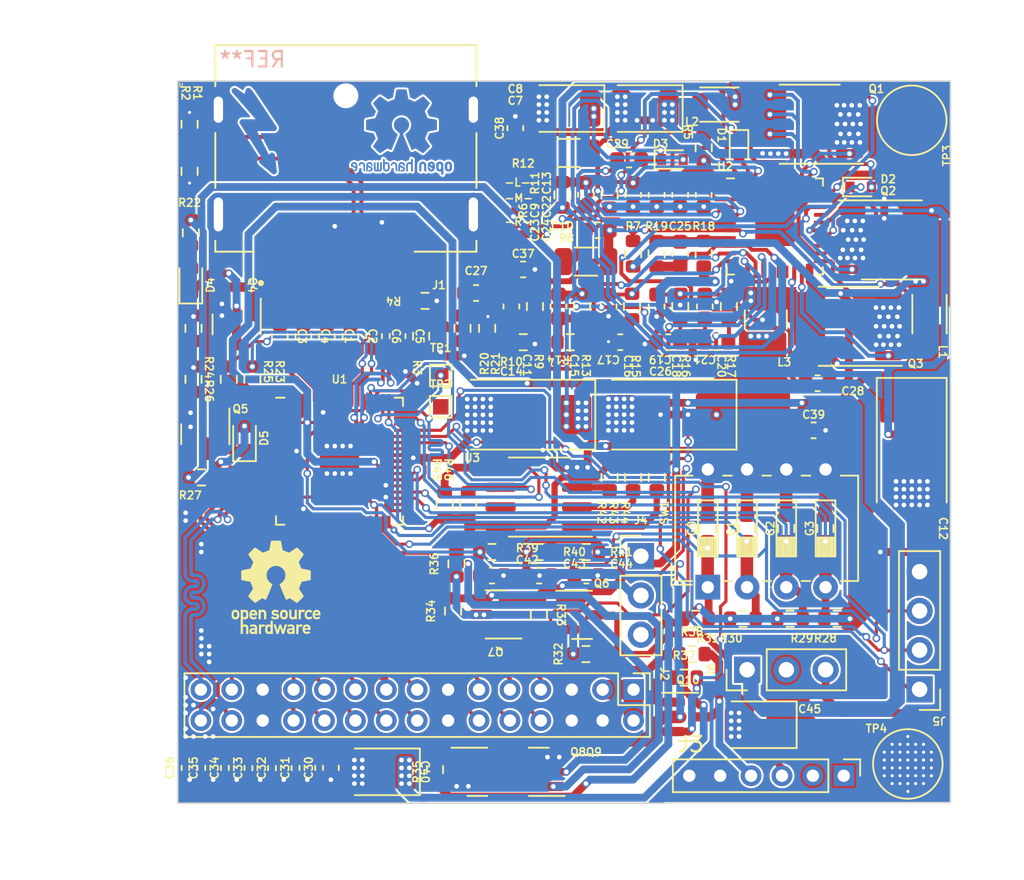
<source format=kicad_pcb>
(kicad_pcb (version 20220621) (generator pcbnew)
  (layers (0 "F.Cu" signal) (31 "B.Cu" signal) (34 "B.Paste" user) (35 "F.Paste" user) (36 "B.SilkS" user "B.Silkscreen") (37 "F.SilkS" user "F.Silkscreen") (38 "B.Mask" user) (39 "F.Mask" user) (44 "Edge.Cuts" user))
  (net 0 "")
  (net 1 "/RX_DP0N")
  (net 2 "/RX_DP0P")
  (net 3 "/RX_DP1N")
  (net 4 "/RX_DP1P")
  (net 5 "/RX_AUXN")
  (net 6 "/RX_AUXP")
  (net 7 "+12V")
  (net 8 "GND")
  (net 9 "Net-(D1-A)")
  (net 10 "Net-(U2-FREQ)")
  (net 11 "/SEN2+")
  (net 12 "+3V3")
  (net 13 "/FB2")
  (net 14 "/SEN1+")
  (net 15 "+5V")
  (net 16 "/FB1")
  (net 17 "Net-(U2-ITH1)")
  (net 18 "Net-(C17-Pad1)")
  (net 19 "Net-(U2-ITH2)")
  (net 20 "Net-(C19-Pad1)")
  (net 21 "Net-(U2-ITH3)")
  (net 22 "Net-(U2-SS1)")
  (net 23 "Net-(U2-SS2)")
  (net 24 "Net-(U2-SS3)")
  (net 25 "/SEN3+")
  (net 26 "+1V8")
  (net 27 "Net-(D1-K)")
  (net 28 "Net-(Q2-C)")
  (net 29 "Net-(D2-K)")
  (net 30 "Net-(Q1-C)")
  (net 31 "Net-(D3-K)")
  (net 32 "/SW3")
  (net 37 "Net-(J1-Pad13)")
  (net 38 "Net-(J1-Pad14)")
  (net 39 "/HPD_DET_DP0")
  (net 41 "Net-(Q1-G1)")
  (net 42 "Net-(Q1-G2)")
  (net 43 "Net-(Q2-G1)")
  (net 44 "Net-(Q2-G2)")
  (net 45 "/TG3")
  (net 46 "/BG3")
  (net 47 "/FB3")
  (net 52 "Net-(C21-Pad1)")
  (net 53 "HT")
  (net 54 "/BKUP_BTN")
  (net 55 "/BLDN")
  (net 56 "/PWRDN")
  (net 57 "/LCD_BKLT_VCC")
  (net 58 "Net-(D4-K)")
  (net 59 "Net-(D4-A)")
  (net 60 "Net-(D5-K)")
  (net 61 "Net-(D5-A)")
  (net 62 "/LCD_VCC")
  (net 63 "/A0N")
  (net 64 "/A0P")
  (net 65 "/A1N")
  (net 66 "/A1P")
  (net 67 "/A2N")
  (net 68 "/A2P")
  (net 69 "/ACLKN")
  (net 70 "/ACLKP")
  (net 71 "/A3N")
  (net 72 "/A3P")
  (net 73 "/B0N")
  (net 74 "/B0P")
  (net 75 "/B1N")
  (net 76 "/B1P")
  (net 77 "/B2N")
  (net 78 "/B2P")
  (net 79 "/BCLKN")
  (net 80 "/BCLKP")
  (net 81 "/B3N")
  (net 82 "/B3P")
  (net 83 "/P_BKLT_EN")
  (net 84 "/P_PWM")
  (net 85 "Net-(J4-Pin_2)")
  (net 86 "+3.3V")
  (net 87 "Net-(Q4-B)")
  (net 88 "Net-(Q5-B)")
  (net 89 "/EN_BKLT")
  (net 90 "Net-(Q7-G)")
  (net 91 "Net-(Q8-G)")
  (net 92 "Net-(Q8-D)")
  (net 93 "Net-(Q9-D)")
  (net 94 "/PWM0")
  (net 95 "/DP_IN_HPD")
  (net 96 "/GLED")
  (net 97 "/OLED")
  (net 98 "/GPIO3")
  (net 99 "/GPIO2")
  (net 100 "/GPIO1")
  (net 101 "/GPIO0")
  (net 102 "/EN_VCC")
  (net 103 "Net-(U3-A2)")
  (net 104 "Net-(U3-A1)")
  (net 105 "Net-(U3-A0)")
  (net 106 "/E2_SDA")
  (net 107 "/E2_SCL")
  (net 108 "Net-(U1A-SSDA)")
  (net 109 "Net-(U1A-SSCL)")
  (net 120 "DP1N")
  (net 121 "DP1P")
  (net 122 "DP0N")
  (net 123 "DP0P")
  (net 124 "AUXP")
  (net 125 "AUXN")
  (footprint "Inductor_SMD:L_1210_3225Metric" (layer "F.Cu") (at 162.77 31.19 -90)
    (fp_text reference "L3")
    (fp_text value "1.5uH")
  )
  (footprint "Resistor_SMD:R_0603_1608Metric" (layer "F.Cu") (at 143.138 31.751 -90)
    (fp_text reference "R20")
    (fp_text value "25K")
  )
  (footprint "Diode_SMD:D_SOD-523" (layer "F.Cu") (at 161.036 20.066 -90)
    (fp_text reference "D1")
    (fp_text value "D_Schottky")
  )
  (footprint "Capacitor_SMD:C_0603_1608Metric" (layer "F.Cu") (at 134.62 60.198 90)
    (fp_text reference "C30")
    (fp_text value "1uF")
  )
  (footprint "Connector_PinHeader_2.00mm:PinHeader_1x06_P2.00mm_Vertical" (layer "F.Cu") (at 167.814 60.706 -90)
    (fp_text reference "J3")
    (fp_text value "Conn_01x06_Male")
  )
  (footprint "Resistor_SMD:R_0603_1608Metric" (layer "F.Cu") (at 143.51 43.18 -90)
    (fp_text reference "R46")
    (fp_text value "4K7")
  )
  (footprint "Resistor_SMD:R_0603_1608Metric" (layer "F.Cu") (at 150.876 30.34 -90)
    (fp_text reference "R13")
    (fp_text value "105K")
  )
  (footprint "Resistor_SMD:R_0603_1608Metric" (layer "F.Cu") (at 141.36 60.31 90)
    (fp_text reference "R35")
    (fp_text value "10K")
  )
  (footprint "Capacitor_SMD:C_0603_1608Metric" (layer "F.Cu") (at 146.304 30.34 -90)
    (fp_text reference "C11")
    (fp_text value "10pF")
  )
  (footprint "Resistor_SMD:R_0603_1608Metric" (layer "F.Cu") (at 158.242 50.546)
    (fp_text reference "R31")
    (fp_text value "10K")
  )
  (footprint "Resistor_SMD:R_0603_1608Metric" (layer "F.Cu") (at 149.606 23.114 90)
    (fp_text reference "R11")
    (fp_text value "4.75K")
  )
  (footprint "Capacitor_SMD:C_0603_1608Metric" (layer "F.Cu") (at 146.558 18.796 90)
    (fp_text reference "C38")
    (fp_text value "100nF")
  )
  (footprint "TestPoint:TestPoint_Pad_D4.0mm" (layer "F.Cu") (at 172.212 18.288)
    (fp_text reference "TP3")
    (fp_text value "TestPoint")
  )
  (footprint "Package_TO_SOT_SMD:SOT-23" (layer "F.Cu") (at 157.734 56.896)
    (fp_text reference "Q10")
    (fp_text value "2N7002")
  )
  (footprint "Package_TO_SOT_SMD:SOT-23" (layer "F.Cu") (at 148.082 60.452 180)
    (fp_text reference "Q9")
    (fp_text value "2N7002")
  )
  (footprint "Capacitor_SMD:C_0603_1608Metric" (layer "F.Cu") (at 158.75 23.114 90)
    (fp_text reference "C24")
    (fp_text value "100nF")
  )
  (footprint "Capacitor_SMD:C_0603_1608Metric" (layer "F.Cu") (at 128.524 60.198 90)
    (fp_text reference "C34")
    (fp_text value "100nF")
  )
  (footprint "Resistor_SMD:R_0603_1608Metric" (layer "F.Cu") (at 140.462 32.258 -90)
    (fp_text reference "R3")
    (fp_text value "1K")
  )
  (footprint "Resistor_SMD:R_1206_3216Metric" (layer "F.Cu") (at 150 20.4)
    (fp_text reference "R12")
    (fp_text value "1430")
  )
  (footprint "Package_SO:SO-8_3.9x4.9mm_P1.27mm" (layer "F.Cu") (at 165.608 18.542 180)
    (fp_text reference "Q2")
    (fp_text value "Si4816BDY")
  )
  (footprint "Diode_SMD:D_0603_1608Metric" (layer "F.Cu") (at 125.56 28.66 90)
    (fp_text reference "D4")
    (fp_text value "G")
  )
  (footprint "Resistor_SMD:R_0603_1608Metric" (layer "F.Cu") (at 125.73 35.052 -90)
    (fp_text reference "R26")
    (fp_text value "10K")
  )
  (footprint "Capacitor_SMD:C_0603_1608Metric" (layer "F.Cu") (at 158.82 30.34 -90)
    (fp_text reference "C20")
    (fp_text value "330pF")
  )
  (footprint "Resistor_SMD:R_0603_1608Metric" (layer "F.Cu") (at 148.095 46.228 180)
    (fp_text reference "R40")
    (fp_text value "10K")
  )
  (footprint "Package_DFN_QFN:QFN-40-1EP_6x6mm_P0.5mm_EP4.6x4.6mm" (layer "F.Cu") (at 163.355 25.1575)
    (fp_text reference "U2")
    (fp_text value "LTC3853")
  )
  (footprint "Capacitor_SMD:C_0603_1608Metric" (layer "F.Cu") (at 155.702 23.114 -90)
    (fp_text reference "C22")
    (fp_text value "100nF")
  )
  (footprint "Resistor_SMD:R_0603_1608Metric" (layer "F.Cu") (at 142.53 50.05 90)
    (fp_text reference "R34")
    (fp_text value "10K")
  )
  (footprint "Resistor_SMD:R_0603_1608Metric" (layer "F.Cu") (at 152.654 41.402 -90)
    (fp_text reference "R42")
    (fp_text value "4K7")
  )
  (footprint "Resistor_SMD:R_0603_1608Metric" (layer "F.Cu") (at 155.702 26.924 -90)
    (fp_text reference "R19")
    (fp_text value "1.82K")
  )
  (footprint "Resistor_SMD:R_0603_1608Metric" (layer "F.Cu") (at 141.986 43.18 -90)
    (fp_text reference "R45")
    (fp_text value "4K7")
  )
  (footprint "Capacitor_Tantalum_SMD:CP_EIA-3528-21_Kemet-B" (layer "F.Cu") (at 137.922 60.452 180)
    (fp_text reference "C40")
    (fp_text value "10uF")
  )
  (footprint "Capacitor_SMD:C_0603_1608Metric" (layer "F.Cu") (at 154.178 23.114 -90)
    (fp_text reference "C9")
    (fp_text value "1nF")
  )
  (footprint "Package_TO_SOT_SMD:SOT-23" (layer "F.Cu") (at 145.288 50.2666 180)
    (fp_text reference "Q7")
    (fp_text value "AO3401A")
  )
  (footprint "Inductor_SMD:L_TDK_NLV25_2.5x2.0mm" (layer "F.Cu") (at 159.766 17.272 180)
    (fp_text reference "L2")
    (fp_text value "3.3uH")
  )
  (footprint "Resistor_SMD:R_0603_1608Metric" (layer "F.Cu") (at 125.476 21.59 -90)
    (fp_text reference "R1")
    (fp_text value "1M")
  )
  (footprint "Connector_PinHeader_2.54mm:PinHeader_1x03_P2.54mm_Vertical" (layer "F.Cu") (at 154.686 46.497)
    (fp_text reference "J4")
    (fp_text value "Conn_01x03_Male")
  )
  (footprint "Resistor_SMD:R_0603_1608Metric" (layer "F.Cu") (at 126.25 41.4)
    (fp_text reference "R27")
    (fp_text value "1K")
  )
  (footprint "Connector_PinHeader_2.54mm:PinHeader_1x03_P2.54mm_Vertical" (layer "F.Cu") (at 161.559 53.848 90)
    (fp_text reference "J6")
    (fp_text value "Conn_01x03_Male")
  )
  (footprint "Resistor_SMD:R_0603_1608Metric" (layer "F.Cu") (at 129.54 35.052 -90)
    (fp_text reference "R23")
    (fp_text value "1K")
  )
  (footprint "Diode_SMD:D_0603_1608Metric" (layer "F.Cu") (at 129.032 38.862 90)
    (fp_text reference "D5")
    (fp_text value "O")
  )
  (footprint "Capacitor_SMD:C_0603_1608Metric" (layer "F.Cu") (at 157.226 23.114 90)
    (fp_text reference "C23")
    (fp_text value "100nF")
  )
  (footprint "Resistor_SMD:R_0603_1608Metric" (layer "F.Cu") (at 167.386 50.546 180)
    (fp_text reference "R28")
    (fp_text value "10K")
  )
  (footprint "Package_TO_SOT_SMD:SOT-23" (layer "F.Cu") (at 126.492 38.608 -90)
    (fp_text reference "Q5")
    (fp_text value "MMBT3904")
  )
  (footprint "Resistor_SMD:R_0603_1608Metric" (layer "F.Cu") (at 147.828 30.34 -90)
    (fp_text reference "R9")
    (fp_text value "63.4K")
  )
  (footprint "Resistor_SMD:R_0603_1608Metric" (layer "F.Cu") (at 150.114 32.65)
    (fp_text reference "R14")
    (fp_text value "20K")
  )
  (footprint "Resistor_SMD:R_0603_1608Metric" (layer "F.Cu") (at 166.624 44.704 90)
    (fp_text reference "G3")
    (fp_text value "R_0603_1608Metric")
  )
  (footprint "Resistor_SMD:R_0603_1608Metric" (layer "F.Cu") (at 145.047 46.228 180)
    (fp_text reference "R39")
    (fp_text value "10K")
  )
  (footprint "Resistor_SMD:R_0603_1608Metric" (layer "F.Cu") (at 151.13 52.832)
    (fp_text reference "R32")
    (fp_text value "4K7")
  )
  (footprint "Resistor_SMD:R_0603_1608Metric" (layer "F.Cu") (at 151.143 46.228 180)
    (fp_text reference "R41")
    (fp_text value "10K")
  )
  (footprint "Package_TO_SOT_SMD:SOT-23" (layer "F.Cu") (at 144.0965 60.452)
    (fp_text reference "Q8")
    (fp_text value "2N7002")
  )
  (footprint "Resistor_SMD:R_0603_1608Metric" (layer "F.Cu") (at 164.084 44.704 90)
    (fp_text reference "G2")
    (fp_text value "R_0603_1608Metric")
  )
  (footprint "Capacitor_Tantalum_SMD:CP_EIA-7343-31_Kemet-D" (layer "F.Cu") (at 156.464 37.338 180)
    (fp_text reference "C26")
    (fp_text value "330uF")
  )
  (footprint "TestPoint:TestPoint_Pad_1.0x1.0mm" (layer "F.Cu") (at 141.732 34.798)
    (fp_text reference "TP1")
    (fp_text value "SMBUS_SDA")
  )
  (footprint "Capacitor_Tantalum_SMD:CP_EIA-3528-21_Kemet-B" (layer "F.Cu") (at 162.306 57.404 180)
    (fp_text reference "C45")
    (fp_text value "10uF")
  )
  (footprint "Capacitor_SMD:C_0603_1608Metric" (layer "F.Cu") (at 156.45 32.65 180)
    (fp_text reference "C19")
    (fp_text value "1.5nF")
  )
  (footprint "Capacitor_Tantalum_SMD:CP_EIA-7343-31_Kemet-D" (layer "F.Cu") (at 172.212 39.37 -90)
    (fp_text reference "C12")
    (fp_text value "330uF")
  )
  (footprint "Symbol:OSHW-Logo_5.7x6mm_SilkScreen" (layer "F.Cu") (at 131.064 48.514)
    (fp_text reference "REF**" hide)
    (fp_text value "OSHW-Logo_5.7x6mm_SilkScreen" hide)
  )
  (footprint "Capacitor_SMD:C_0603_1608Metric" (layer "F.Cu") (at 133.096 60.198 90)
    (fp_text reference "C31")
    (fp_text value "100nF")
  )
  (footprint "Resistor_SMD:R_0603_1608Metric" (layer "F.Cu") (at 128.016 35.052 -90)
    (fp_text reference "R25")
    (fp_text value "1K")
  )
  (footprint "Capacitor_SMD:C_0603_1608Metric" (layer "F.Cu") (at 131.572 60.211 90)
    (fp_text reference "C32")
    (fp_text value "100nF")
  )
  (footprint "Resistor_SMD:R_0603_1608Metric" (layer "F.Cu") (at 147.066 32.65)
    (fp_text reference "R10")
    (fp_text value "20K")
  )
  (footprint "Capacitor_Tantalum_SMD:CP_EIA-3528-21_Kemet-B" (layer "F.Cu") (at 154.9265 17.526 180)
    (fp_text reference "C7")
    (fp_text value "22uF")
  )
  (footprint "Resistor_SMD:R_0603_1608Metric" (layer "F.Cu") (at 148.082 50.292 -90)
    (fp_text reference "R33")
    (fp_text value "10K")
  )
  (footprint "Footprints:MOLEX_47272-0001" (layer "F.Cu") (at 135.592 13.4215 180)
    (fp_text reference "J1")
    (fp_text value "47272-0001")
  )
  (footprint "Package_SO:SOIC-8_3.9x4.9mm_P1.27mm" (layer "F.Cu") (at 148.082 42.672 180)
    (fp_text reference "U3")
    (fp_text value "AT24C64")
  )
  (footprint "Resistor_SMD:R_0603_1608Metric" (layer "F.Cu") (at 159.004 44.704 90)
    (fp_text reference "G0")
    (fp_text value "R_0603_1608Metric")
  )
  (footprint "Capacitor_SMD:C_0603_1608Metric" (layer "F.Cu") (at 137.414 32.258 -90)
    (fp_text reference "C6")
    (fp_text value "100nF")
  )
  (footprint "Inductor_SMD:L_TDK_NLV25_2.5x2.0mm" (layer "F.Cu") (at 173.36 30.83 -90)
    (fp_text reference "L1")
    (fp_text value "3.3uH")
  )
  (footprint "Capacitor_SMD:C_0603_1608Metric" (layer "F.Cu") (at 152.598 30.34 -90)
    (fp_text reference "C16")
    (fp_text value "220pF")
  )
  (footprint "Capacitor_SMD:C_0603_1608Metric" (layer "F.Cu") (at 165.862 38.354)
    (fp_text reference "C39")
    (fp_text value "100nF")
  )
  (footprint "Connector_PinHeader_2.54mm:PinHeader_1x04_P2.54mm_Vertical" (layer "F.Cu") (at 172.72 55.118 180)
    (fp_text reference "J5")
    (fp_text value "Conn_01x04_Male")
  )
  (footprint "Capacitor_SMD:C_0603_1608Metric" (layer "F.Cu") (at 166.116 35.306)
    (fp_text reference "C28")
    (fp_text value "100nF")
  )
  (footprint "Resistor_SMD:R_0603_1608Metric" (layer "F.Cu") (at 142.748 46.99 90)
    (fp_text reference "R36")
    (fp_text value "1K")
  )
  (footprint "Capacitor_SMD:C_0603_1608Metric" (layer "F.Cu") (at 132.842 32.258 -90)
    (fp_text reference "C4")
    (fp_text value "100nF")
  )
  (footprint "Resistor_SMD:R_0603_1608Metric" (layer "F.Cu") (at 154.11 30.34 -90)
    (fp_text reference "R15")
    (fp_text value "15K")
  )
  (footprint "Connector_PinHeader_2.00mm:PinHeader_2x15_P2.00mm_Vertical" (layer "F.Cu") (at 154.208 55.134 -90)
    (fp_text reference "J2")
    (fp_text value "Conn_02x15_Odd_Even")
  )
  (footprint "Resistor_SMD:R_0603_1608Metric" (layer "F.Cu") (at 154.178 41.402 -90)
    (fp_text reference "R43")
    (fp_text value "4K7")
  )
  (footprint "Capacitor_SMD:C_0603_1608Metric" (layer "F.Cu") (at 149.352 30.34 -90)
    (fp_text reference "C15")
    (fp_text value "10pF")
  )
  (footprint "Capacitor_Tantalum_SMD:CP_EIA-7343-31_Kemet-D" (layer "F.Cu") (at 147.32 37.338 180)
    (fp_text reference "C14")
    (fp_text value "330uF")
  )
  (footprint "Capacitor_SMD:C_0603_1608Metric" (layer "F.Cu") (at 134.366 32.258 -90)
    (fp_text reference "C1")
    (fp_text value "100nF")
  )
  (footprint "Resistor_SMD:R_0603_1608Metric" (layer "F.Cu") (at 125.73 31.75 -90)
    (fp_text reference "R24")
    (fp_text value "10K")
  )
  (footprint "Capacitor_SMD:C_0603_1608Metric" (layer "F.Cu") (at 153.348 32.65 180)
    (fp_text reference "C17")
    (fp_text value "1.5nF")
  )
  (footprint "Capacitor_SMD:C_0603_1608Metric" (layer "F.Cu") (at 144.018 29.464)
    (fp_text reference "C27")
    (fp_text value "100nF")
  )
  (footprint "Package_TO_SOT_SMD:SOT-23" (layer "F.Cu") (at 128.524 31.496 -90)
    (fp_text reference "Q4")
    (fp_text value "MMBT3904")
  )
  (footprint "Resistor_SMD:R_0603_1608Metric" (layer "F.Cu") (at 157.988 52.832)
    (fp_text reference "R38")
    (fp_text value "4K7")
  )
  (footprint "Resistor_SMD:R_0603_1608Metric" (layer "F.Cu") (at 161.29 50.546)
    (fp_text reference "R30")
    (fp_text value "10K")
  )
  (footprint "Resistor_SMD:R_0603_1608Metric" (layer "F.Cu") (at 157.23 30.34 -90)
    (fp_text reference "R16")
    (fp_text value "18K")
  )
  (footprint "Resistor_SMD:R_0603_1608Metric" (layer "F.Cu") (at 152.654 23.114 -90)
    (fp_text reference "R6")
    (fp_text value "3.16K")
  )
  (footprint "TestPoint:TestPoint_Pad_1.0x1.0mm" (layer "F.Cu") (at 141.732 36.83)
    (fp_text reference "TP2")
    (fp_text value "SMBUS_SCL")
  )
  (footprint "Capacitor_SMD:C_0603_1608Metric" (layer "F.Cu") (at 145.047 47.752)
    (fp_text reference "C42")
    (fp_text value "100nF")
  )
  (footprint "Capacitor_SMD:C_0603_1608Metric" (layer "F.Cu") (at 157.226 26.924 -90)
    (fp_text reference "C25")
    (fp_text value "68nF")
  )
  (footprint "Capacitor_SMD:C_0603_1608Metric" (layer "F.Cu") (at 155.7 30.34 -90)
    (fp_text reference "C18")
    (fp_text value "220pF")
  )
  (footprint "Resistor_SMD:R_0603_1608Metric" (layer "F.Cu") (at 144.734 31.752 90)
    (fp_text reference "R21")
    (fp_text value "20K")
  )
  (footprint "Resistor_SMD:R_0603_1608Metric" (layer "F.Cu") (at 158.75 26.924 90)
    (fp_text reference "R18")
    (fp_text value "2.43K")
  )
  (footprint "Package_TO_SOT_SMD:SOT-23" (layer "F.Cu") (at 150.876 50.292)
    (fp_text reference "Q6")
    (fp_text value "2N7002")
  )
  (footprint "Capacitor_SMD:C_0603_1608Metric" (layer "F.Cu") (at 125.476 60.198 -90)
    (fp_text reference "C36")
    (fp_text value "100nF")
  )
  (footprint "Capacitor_SMD:C_0603_1608Metric" (layer "F.Cu") (at 151.13 23.101 -90)
    (fp_text reference "C13")
    (fp_text value "100nF")
  )
  (footprint "Capacitor_SMD:C_0603_1608Metric" (layer "F.Cu") (at 131.318 32.258 -90)
    (fp_text reference "C3")
    (fp_text value "100nF")
  )
  (footprint "Capacitor_SMD:C_0603_1608Metric" (layer "F.Cu") (at 151.156 47.752)
    (fp_text reference "C44")
    (fp_text value "100nF")
  )
  (footprint "Resistor_SMD:R_0603_1608Metric" (layer "F.Cu") (at 160.38 30.34 -90)
    (fp_text reference "R17")
    (fp_text value "10K")
  )
  (footprint "Resistor_SMD:R_0603_1608Metric" (layer "F.Cu") (at 158.75 20.066 -90)
    (fp_text reference "R5")
    (fp_text value "10K")
  )
  (footprint "Capacitor_SMD:C_0603_1608Metric" (layer "F.Cu") (at 138.938 32.258 -90)
    (fp_text reference "C5")
    (fp_text value "100nF")
  )
  (footprint "Capacitor_SMD:C_0603_1608Metric" (layer "F.Cu") (at 151.892 25.4)
    (fp_text reference "C10")
    (fp_text value "100nF")
  )
  (footprint "Capacitor_SMD:C_0603_1608Metric" (layer "F.Cu") (at 130.048 60.211 90)
    (fp_text reference "C33")
    (fp_text value "100nF")
  )
  (footprint "Diode_SMD:D_SOD-523" (layer "F.Cu") (at 156.718 20.828)
    (fp_text reference "D3")
    (fp_text value "D_Schottky")
  )
  (footprint "Capacitor_SMD:C_0603_1608Metric" (layer "F.Cu") (at 148.095 47.752)
    (fp_text reference "C43")
    (fp_text value "100nF")
  )
  (footprint "Capacitor_SMD:C_0603_1608Metric" (layer "F.Cu") (at 135.89 32.258 -90)
    (fp_text reference "C2")
    (fp_text value "100nF")
  )
  (footprint "Resistor_SMD:R_0603_1608Metric" (layer "F.Cu") (at 161.544 44.704 90)
    (fp_text reference "G1")
    (fp_text value "R_0603_1608Metric")
  )
  (footprint "Diode_SMD:D_SOD-523" (layer "F.Cu") (at 168.91 22.606)
    (fp_text reference "D2")
    (fp_text value "D_Schottky")
  )
  (footprint "Resistor_SMD:R_0603_1608Metric" (layer "F.Cu") (at 140.716 29.972 180)
    (fp_text reference "R4")
    (fp_text value "100K")
  )
  (footprint "Resistor_SMD:R_0603_1608Metric" (layer "F.Cu") (at 157.48 54.356)
    (fp_text reference "R37")
    (fp_text value "4K7")
  )
  (footprint "Capacitor_SMD:C_0603_1608Metric" (layer "F.Cu") (at 127 60.198 -90)
    (fp_text reference "C35")
    (fp_text value "1uF")
  )
  (footprint "Capacitor_Tantalum_SMD:CP_EIA-3528-21_Kemet-B" (layer "F.Cu") (at 149.86 17.526 180)
    (fp_text reference "C8")
    (fp_text value "4.7uF")
  )
  (footprint "Resistor_SMD:R_0603_1608Metric" (layer "F.Cu") (at 154.178 26.924 90)
    (fp_text reference "R7")
    (fp_text value "4.75K")
  )
  (footprint "Package_DFN_QFN:QFN-68-1EP_8x8mm_P0.4mm_EP5.2x5.2mm" (layer "F.Cu") (at 135.18 40.35)
    (fp_text reference "U1")
    (fp_text value "CS5211")
  )
  (footprint "Capacitor_SMD:C_0603_1608Metric" (layer "F.Cu") (at 159.57 32.65 180)
    (fp_text reference "C21")
    (fp_text value "1.5nF")
  )
  (footprint "Capacitor_SMD:C_0603_1608Metric" (layer "F.Cu") (at 153.924 20.828 180)
    (fp_text reference "C29")
    (fp_text value "100nF")
  )
  (footprint "Resistor_SMD:R_0603_1608Metric" (layer "F.Cu") (at 125.476 18.542 90)
    (fp_text reference "R2")
    (fp_text value "1M")
  )
  (footprint "Button_Switch_THT:SW_DIP_SPSTx04_Slide_6.7x11.72mm_W7.62mm_P2.54mm_LowProfile" (layer "F.Cu") (at 159.014 48.504 90)
    (fp_text reference "SW1")
    (fp_text value "SW_DIP_x04")
  )
  (footprint "Package_SO:SO-8_3.9x4.9mm_P1.27mm" (layer "F.Cu") (at 170.922 26.03)
    (fp_text reference "Q1")
    (fp_text value "Si4816BDY")
  )
  (footprint "Resistor_SMD:R_0603_1608Metric" (layer "F.Cu") (at 125.56 25.57 -90)
    (fp_text reference "R22")
    (fp_text value "1K")
  )
  (footprint "Package_SO:SO-8_3.9x4.9mm_P1.27mm" (layer "F.Cu") (at 168.128 31.618 180)
    (fp_text reference "Q3")
    (fp_text value "Si4816BDY")
  )
  (footprint "Resistor_SMD:R_1206_3216Metric" (layer "F.Cu") (at 151.13 27.432)
    (fp_text reference "R8")
    (fp_text value "1430")
  )
  (footprint "TestPoint:TestPoint_Pad_D4.0mm" (layer "F.Cu") (at 171.958 59.944)
    (fp_text reference "TP4")
    (fp_text value "TestPoint")
  )
  (footprint "Resistor_SMD:R_0603_1608Metric" (layer "F.Cu") (at 164.338 50.546)
    (fp_text reference "R29")
    (fp_text value "10K")
  )
  (footprint "Resistor_SMD:R_0603_1608Metric" (layer "F.Cu") (at 155.71 41.402 -90)
    (fp_text reference "R44")
    (fp_text value "4K7")
  )
  (footprint "Capacitor_SMD:C_0603_1608Metric" (layer "F.Cu") (at 147.066 27.94)
    (fp_text reference "C37")
    (fp_text value "1uF")
  )
  (footprint "Symbol:Symbol_Highvoltage_Type1_CopperTop_Small" (layer "B.Cu") (at 130.556 19.558 180)
    (fp_text reference "REF**")
    (fp_text value "Symbol_Highvoltage_Type1_CopperTop_Small")
  )
  (footprint "Symbol:OSHW-Logo2_7.3x6mm_Copper" (layer "B.Cu") (at 139.192 19.05 180)
    (fp_text reference "REF**" hide)
    (fp_text value "OSHW-Logo2_7.3x6mm_Copper" hide)
  )
  (gr_poly (pts (xy 174.714 62.446) (xy 156.21 62.446) (xy 156.21 62.484) (xy 124.714 62.484) (xy 124.714 15.748) (xy 174.714 15.748)) (stroke (width 0.1)) (fill none) (layer "Edge.Cuts"))
  (gr_text "U" (at 124.75 16.18) (layer "F.SilkS") (effects (font (size 0.254 0.254) (thickness 0.0635) bold) (justify left bottom)))
  (gr_text "-M-" (at 145.796 23.622) (layer "F.SilkS") (effects (font (size 0.508 0.508) (thickness 0.1016) bold) (justify left bottom)))
  (gr_text "-L-" (at 145.796 22.606) (layer "F.SilkS") (effects (font (size 0.508 0.508) (thickness 0.1016) bold) (justify left bottom)))
  (gr_text "-R-" (at 145.796 25.146) (layer "F.SilkS") (effects (font (size 0.508 0.508) (thickness 0.1016) bold) (justify left bottom)))
  (segment (start 134.592 28.972913) (end 134.899087 29.28) (width 0.246126) (layer "F.Cu") (net 1))
  (segment (start 134.592 26.9815) (end 134.592 28.972913) (width 0.246126) (layer "F.Cu") (net 1))
  (segment (start 134.366 31.483) (end 134.7995 31.0495) (width 0.246126) (layer "F.Cu") (net 1))
  (segment (start 134.899087 30.949913) (end 134.7995 31.0495) (width 0.246126) (layer "F.Cu") (net 1))
  (segment (start 134.899087 29.28) (end 134.899087 30.949913) (width 0.246126) (layer "F.Cu") (net 1))
  (segment (start 135.284913 29.28) (end 135.284913 30.877913) (width 0.246126) (layer "F.Cu") (net 2))
  (segment (start 135.592 26.9815) (end 135.592 28.972913) (width 0.246126) (layer "F.Cu") (net 2))
  (segment (start 135.592 28.972913) (end 135.284913 29.28) (width 0.246126) (layer "F.Cu") (net 2))
  (segment (start 135.284913 30.877913) (end 135.89 31.483) (width 0.246126) (layer "F.Cu") (net 2))
  (segment (start 131.887087 30.913913) (end 131.318 31.483) (width 0.246126) (layer "F.Cu") (net 3))
  (segment (start 132.288852 29.348325) (end 131.887087 29.750091) (width 0.246126) (layer "F.Cu") (net 3))
  (segment (start 133.092 28.545178) (end 132.863589 28.773589) (width 0.246126) (layer "F.Cu") (net 3))
  (segment (start 133.092 26.9815) (end 133.092 28.545178) (width 0.246126) (layer "F.Cu") (net 3))
  (segment (start 131.887087 29.750091) (end 131.887087 30.913913) (width 0.246126) (layer "F.Cu") (net 3))
  (segment (start 132.613031 28.773589) (end 132.613032 28.773589) (width 0.246126) (layer "F.Cu") (net 3))
  (segment (start 132.362475 28.773588) (end 132.325663 28.810399) (width 0.246126) (layer "F.Cu") (net 3))
  (segment (start 132.325662 29.060956) (end 132.325663 29.060956) (width 0.246126) (layer "F.Cu") (net 3))
  (segment (start 132.325663 29.311512) (end 132.288852 29.348325) (width 0.246126) (layer "F.Cu") (net 3))
  (segment (start 132.613032 28.773589) (end 132.613031 28.773588) (width 0.246126) (layer "F.Cu") (net 3))
  (arc (start 132.613031 28.773588) (mid 132.487753 28.721696) (end 132.362475 28.773588) (width 0.246126) (layer "F.Cu") (net 3))
  (arc (start 132.863589 28.773589) (mid 132.73831 28.825481) (end 132.613031 28.773589) (width 0.246126) (layer "F.Cu") (net 3))
  (arc (start 132.325663 28.810399) (mid 132.27377 28.935677) (end 132.325662 29.060956) (width 0.246126) (layer "F.Cu") (net 3))
  (arc (start 132.325663 29.060956) (mid 132.377555 29.186234) (end 132.325663 29.311512) (width 0.246126) (layer "F.Cu") (net 3))
  (segment (start 132.272913 29.909909) (end 133.776659 28.406163) (width 0.246126) (layer "F.Cu") (net 4))
  (segment (start 134.092 28.270826) (end 134.092 26.9815) (width 0.246126) (layer "F.Cu") (net 4))
  (segment (start 132.842 31.483) (end 132.272913 30.913913) (width 0.246126) (layer "F.Cu") (net 4))
  (segment (start 133.956663 28.406163) (end 134.092 28.270826) (width 0.246126) (layer "F.Cu") (net 4))
  (segment (start 132.272913 30.913913) (end 132.272913 29.909909) (width 0.246126) (layer "F.Cu") (net 4))
  (segment (start 133.776659 28.406163) (end 133.956663 28.406163) (width 0.246126) (layer "F.Cu") (net 4))
  (segment (start 137.784913 29.816091) (end 138.368914 30.400092) (width 0.246126) (layer "F.Cu") (net 5))
  (segment (start 138.368914 30.400092) (end 138.368914 30.913914) (width 0.246126) (layer "F.Cu") (net 5))
  (segment (start 138.368914 30.913914) (end 138.938 31.483) (width 0.246126) (layer "F.Cu") (net 5))
  (segment (start 137.784913 29.088588) (end 137.784913 29.816091) (width 0.246126) (layer "F.Cu") (net 5))
  (segment (start 138.092 26.9815) (end 138.092 28.781501) (width 0.246126) (layer "F.Cu") (net 5))
  (segment (start 138.092 28.781501) (end 137.784913 29.088588) (width 0.246126) (layer "F.Cu") (net 5))
  (segment (start 137.092 28.781501) (end 137.399087 29.088588) (width 0.246126) (layer "F.Cu") (net 6))
  (segment (start 137.092 26.9815) (end 137.092 28.781501) (width 0.246126) (layer "F.Cu") (net 6))
  (segment (start 137.399087 29.975909) (end 137.983086 30.559908) (width 0.246126) (layer "F.Cu") (net 6))
  (segment (start 137.399087 29.088588) (end 137.399087 29.975909) (width 0.246126) (layer "F.Cu") (net 6))
  (segment (start 137.983086 30.559908) (end 137.983086 30.913914) (width 0.246126) (layer "F.Cu") (net 6))
  (segment (start 137.983086 30.913914) (end 137.414 31.483) (width 0.246126) (layer "F.Cu") (net 6))
  (segment (start 174.3584 39.4844) (end 173.99 39.116) (width 0.508) (layer "F.Cu") (net 7))
  (segment (start 173.736 56.642) (end 174.3584 56.0196) (width 0.508) (layer "F.Cu") (net 7))
  (segment (start 166.624 21.082) (end 165.989 20.447) (width 0.6096) (layer "F.Cu") (net 7))
  (segment (start 167.386 21.844) (end 166.624 21.082) (width 0.6096) (layer "F.Cu") (net 7))
  (segment (start 164.023 20.447) (end 163.033 20.447) (width 0.6096) (layer "F.Cu") (net 7))
  (segment (start 166.639 53.848) (end 166.639 55.641) (width 0.508) (layer "F.Cu") (net 7))
  (segment (start 165.553 33.523) (end 166.873 33.523) (width 0.508) (layer "F.Cu") (net 7))
  (segment (start 173.482 38.608) (end 170.688 38.608) (width 0.508) (layer "F.Cu") (net 7))
  (segment (start 167.64 56.642) (end 173.736 56.642) (width 0.508) (layer "F.Cu") (net 7))
  (segment (start 166.639 55.641) (end 167.132 56.134) (width 0.508) (layer "F.Cu") (net 7))
  (segment (start 167.132 56.134) (end 167.64 56.642) (width 0.508) (layer "F.Cu") (net 7))
  (segment (start 165.989 20.447) (end 164.023 20.447) (width 0.6096) (layer "F.Cu") (net 7))
  (segment (start 166.878 21.336) (end 166.624 21.082) (width 0.6096) (layer "F.Cu") (net 7))
  (segment (start 173.99 39.116) (end 173.482 38.608) (width 0.508) (layer "F.Cu") (net 7))
  (segment (start 166.6245 25.9075) (end 167.132 25.4) (width 0.254) (layer "F.Cu") (net 7))
  (segment (start 166.2925 25.9075) (end 166.6245 25.9075) (width 0.254) (layer "F.Cu") (net 7))
  (segment (start 174.3584 52.832) (end 174.3584 39.4844) (width 0.508) (layer "F.Cu") (net 7))
  (segment (start 174.3584 56.0196) (end 174.3584 52.832) (width 0.508) (layer "F.Cu") (net 7))
  (segment (start 166.873 33.523) (end 167.386 34.036) (width 0.508) (layer "F.Cu") (net 7))
  (segment (start 170.434 21.844) (end 167.386 21.844) (width 0.6096) (layer "F.Cu") (net 7))
  (via (at 156.21 17.272) (size 0.5) (drill 0.3) (layers "F.Cu" "B.Cu") (net 7))
  (via (at 163.068 20.447) (size 0.5) (drill 0.3) (layers "F.Cu" "B.Cu") (net 7))
  (via (at 156.718 17.78) (size 0.5) (drill 0.3) (layers "F.Cu" "B.Cu") (net 7))
  (via (at 156.21 18.288) (size 0.5) (drill 0.3) (layers "F.Cu" "B.Cu") (net 7))
  (via (at 156.21 17.78) (size 0.5) (drill 0.3) (layers "F.Cu" "B.Cu") (net 7))
  (via (at 156.718 17.272) (size 0.5) (drill 0.3) (layers "F.Cu" "B.Cu") (net 7))
  (via (at 164.084 20.447) (size 0.5) (drill 0.3) (layers "F.Cu" "B.Cu") (net 7))
  (via (at 162.56 20.43) (size 0.5) (drill 0.3) (layers "F.Cu" "B.Cu") (net 7))
  (via (at 156.718 18.288) (size 0.5) (drill 0.3) (layers "F.Cu" "B.Cu") (net 7))
  (via (at 163.576 20.447) (size 0.5) (drill 0.3) (layers "F.Cu" "B.Cu") (net 7))
  (via (at 170.688 38.608) (size 0.5) (drill 0.3) (layers "F.Cu" "B.Cu") (net 7))
  (via (at 173.497 24.125) (size 0.5) (drill 0.3) (layers "F.Cu" "B.Cu") (net 7))
  (via (at 167.132 25.4) (size 0.5) (drill 0.3) (layers "F.Cu" "B.Cu") (net 7))
  (via (at 167.386 34.036) (size 0.5) (drill 0.3) (layers "F.Cu" "B.Cu") (net 7))
  (segment (start 167.132 24.608) (end 167.371 24.369) (width 0.254) (layer "B.Cu") (net 7))
  (segment (start 164.084 20.447) (end 159.639 20.447) (width 0.6096) (layer "B.Cu") (net 7))
  (segment (start 174.3584 33.4136) (end 174.3584 24.4984) (width 0.508) (layer "B.Cu") (net 7))
  (segment (start 173.6434 34.1286) (end 174.3584 33.4136) (width 0.508) (layer "B.Cu") (net 7))
  (segment (start 167.615 24.125) (end 173.497 24.125) (width 0.254) (layer "B.Cu") (net 7))
  (segment (start 156.718 18.796) (end 156.718 17.272) (width 0.6096) (layer "B.Cu") (net 7))
  (segment (start 156.845 18.923) (end 156.464 18.542) (width 0.6096) (layer "B.Cu") (net 7))
  (segment (start 171.0346 34.1286) (end 173.6434 34.1286) (width 0.508) (layer "B.Cu") (net 7))
  (segment (start 170.688 38.608) (end 170.688 34.4752) (width 0.508) (layer "B.Cu") (net 7))
  (segment (start 167.371 24.369) (end 167.615 24.125) (width 0.254) (layer "B.Cu") (net 7))
  (segment (start 156.21 17.272) (end 156.718 17.272) (width 0.6096) (layer "B.Cu") (net 7))
  (segment (start 156.21 18.288) (end 156.21 17.272) (width 0.6096) (layer "B.Cu") (net 7))
  (segment (start 170.688 34.4752) (end 171.0346 34.1286) (width 0.508) (layer "B.Cu") (net 7))
  (segment (start 156.845 18.923) (end 156.718 18.796) (width 0.6096) (layer "B.Cu") (net 7))
  (segment (start 173.985 24.125) (end 173.497 24.125) (width 0.508) (layer "B.Cu") (net 7))
  (segment (start 167.4786 34.1286) (end 171.0346 34.1286) (width 0.508) (layer "B.Cu") (net 7))
  (segment (start 156.21 18.288) (end 156.718 18.288) (width 0.6096) (layer "B.Cu") (net 7))
  (segment (start 159.639 20.447) (end 158.623 19.431) (width 0.6096) (layer "B.Cu") (net 7))
  (segment (start 167.386 34.036) (end 167.4786 34.1286) (width 0.508) (layer "B.Cu") (net 7))
  (segment (start 157.353 19.431) (end 156.845 18.923) (width 0.6096) (layer "B.Cu") (net 7))
  (segment (start 167.132 25.4) (end 167.132 24.608) (width 0.254) (layer "B.Cu") (net 7))
  (segment (start 156.464 18.542) (end 156.21 18.288) (width 0.6096) (layer "B.Cu") (net 7))
  (segment (start 158.623 19.431) (end 157.353 19.431) (width 0.6096) (layer "B.Cu") (net 7))
  (segment (start 174.3584 24.4984) (end 173.985 24.125) (width 0.508) (layer "B.Cu") (net 7))
  (segment (start 172.72 47.498) (end 172.72 46.482) (width 0.508) (layer "F.Cu") (net 8))
  (segment (start 164.084 43.879) (end 164.084 40.894) (width 0.8128) (layer "F.Cu") (net 8))
  (segment (start 150.939 32.65) (end 152.573 32.65) (width 0.508) (layer "F.Cu") (net 8))
  (segment (start 156.1949 30.2411) (end 157.226 30.2411) (width 0.254) (layer "F.Cu") (net 8))
  (segment (start 161.544 43.879) (end 161.544 40.894) (width 0.8128) (layer "F.Cu") (net 8))
  (segment (start 139.954 40.132) (end 142.374439 40.132) (width 0.508) (layer "F.Cu") (net 8))
  (segment (start 139.67151 39.65249) (end 140.716 40.696979) (width 0.2032) (layer "F.Cu") (net 8))
  (segment (start 154.432 18.288) (end 155.448 18.288) (width 0.508) (layer "F.Cu") (net 8))
  (segment (start 133.18 43.772) (end 132.842 43.434) (width 0.2032) (layer "F.Cu") (net 8))
  (segment (start 139.954 39.93498) (end 139.954 40.132) (width 0.2032) (layer "F.Cu") (net 8))
  (segment (start 141.986 33.528) (end 143.256 33.528) (width 0.6096) (layer "F.Cu") (net 8))
  (segment (start 139.1175 41.55) (end 138.536 41.55) (width 0.2032) (layer "F.Cu") (net 8))
  (segment (start 140.314 41.55) (end 140.716 41.148) (width 0.2032) (layer "F.Cu") (net 8))
  (segment (start 147.891 32.829) (end 147.891 33.083) (width 0.508) (layer "F.Cu") (net 8))
  (segment (start 132.842 25.146) (end 131.572 25.146) (width 0.254) (layer "F.Cu") (net 8))
  (segment (start 148.87 47.752) (end 148.1256 47.752) (width 0.508) (layer "F.Cu") (net 8))
  (segment (start 139.67151 39.65249) (end 139.954 39.93498) (width 0.2032) (layer "F.Cu") (net 8))
  (segment (start 137.592 26.9815) (end 137.592 25.222) (width 0.254) (layer "F.Cu") (net 8))
  (segment (start 139.573 34.671) (end 140.208 35.306) (width 0.508) (layer "F.Cu") (net 8))
  (segment (start 159.004 40.894) (end 159.014 40.884) (width 0.8128) (layer "F.Cu") (net 8))
  (segment (start 142.374439 40.132) (end 143.444 39.062439) (width 0.508) (layer "F.Cu") (net 8))
  (segment (start 135.092 26.9815) (end 135.092 25.364) (width 0.254) (layer "F.Cu") (net 8))
  (segment (start 149.247 40.767) (end 148.62 40.14) (width 0.508) (layer "F.Cu") (net 8))
  (segment (start 148.59 18.796) (end 148.59 16.764) (width 0.508) (layer "F.Cu") (net 8))
  (segment (start 143.444 39.062439) (end 143.444 38.364) (width 0.508) (layer "F.Cu") (net 8))
  (segment (start 158.0306 33.0626) (end 158.0306 33.5706) (width 0.508) (layer "F.Cu") (net 8))
  (segment (start 155.7 31.115) (end 155.7 32.625) (width 0.254) (layer "F.Cu") (net 8))
  (segment (start 152.6474 19.0566) (end 148.8506 19.0566) (width 0.508) (layer "F.Cu") (net 8))
  (segment (start 142.24 31.75) (end 141.541 31.051) (width 0.508) (layer "F.Cu") (net 8))
  (segment (start 155.675 32.65) (end 155.056 32.65) (width 0.254) (layer "F.Cu") (net 8))
  (segment (start 155.702 30.988) (end 155.702 30.734) (width 0.254) (layer "F.Cu") (net 8))
  (segment (start 137.592 25.222) (end 137.922 24.892) (width 0.254) (layer "F.Cu") (net 8))
  (segment (start 172.466 46.228) (end 170.18 46.228) (width 0.508) (layer "F.Cu") (net 8))
  (segment (start 159.677259 30.1436) (end 159.579591 30.045932) (width 0.254) (layer "F.Cu") (net 8))
  (segment (start 133.592 26.9815) (end 133.592 25.388) (width 0.254) (layer "F.Cu") (net 8))
  (segment (start 132.092 25.412) (end 131.826 25.146) (width 0.254) (layer "F.Cu") (net 8))
  (segment (start 153.312 37.338) (end 153.3515 37.338) (width 0.508) (layer "F.Cu") (net 8))
  (segment (start 130.592 26.9815) (end 130.592 25.364) (width 0.254) (layer "F.Cu") (net 8))
  (segment (start 139.569021 39.55) (end 139.1175 39.55) (width 0.2032) (layer "F.Cu") (net 8))
  (segment (start 159.004 43.879) (end 159.004 40.894) (width 0.8128) (layer "F.Cu") (net 8))
  (segment (start 144.734 31.288) (end 144.272 31.75) (width 0.508) (layer "F.Cu") (net 8))
  (segment (start 138.546 43.55) (end 138.176 43.18) (width 0.2032) (layer "F.Cu") (net 8))
  (segment (start 138.684 24.892) (end 137.922 24.892) (width 0.254) (layer "F.Cu") (net 8))
  (segment (start 131.2425 39.95) (end 132.140216 39.95) (width 0.2032) (layer "F.Cu") (net 8))
  (segment (start 158.835 31.115) (end 158.84 31.11) (width 0.254) (layer "F.Cu") (net 8))
  (segment (start 144.734 30.927) (end 144.734 31.288) (width 0.508) (layer "F.Cu") (net 8))
  (segment (start 130.81 25.146) (end 131.572 25.146) (width 0.254) (layer "F.Cu") (net 8))
  (segment (start 151.24 40.75) (end 151.24 39.41) (width 0.508) (layer "F.Cu") (net 8))
  (segment (start 139.092 25.3) (end 138.684 24.892) (width 0.254) (layer "F.Cu") (net 8))
  (segment (start 150.939 32.957) (end 150.368 33.528) (width 0.508) (layer "F.Cu") (net 8))
  (segment (start 133.592 25.388) (end 133.35 25.146) (width 0.254) (layer "F.Cu") (net 8))
  (segment (start 139.092 26.9815) (end 139.092 25.3) (width 0.254) (layer "F.Cu") (net 8))
  (segment (start 149.247 40.767) (end 148.336 39.856) (width 0.508) (layer "F.Cu") (net 8))
  (segment (start 158.077 31.915) (end 157.988 32.004) (width 0.254) (layer "F.Cu") (net 8))
  (segment (start 152.589394 32.611061) (end 152.586 32.614455) (width 0.254) (layer "F.Cu") (net 8))
  (segment (start 148.336 39.856) (end 148.336 39.624) (width 0.508) (layer "F.Cu") (net 8))
  (segment (start 147.891 32.703) (end 147.828 32.766) (width 0.508) (layer "F.Cu") (net 8))
  (segment (start 155.956 30.48) (end 156.1949 30.2411) (width 0.254) (layer "F.Cu") (net 8))
  (segment (start 160.740106 28.702) (end 160.528 28.702) (width 0.254) (layer "F.Cu") (net 8))
  (segment (start 153.162 18.542) (end 152.781 18.923) (width 0.508) (layer "F.Cu") (net 8))
  (segment (start 150.557 40.767) (end 149.247 40.767) (width 0.508) (layer "F.Cu") (net 8))
  (segment (start 150.939 32.65) (end 150.939 32.957) (width 0.508) (layer "F.Cu") (net 8))
  (segment (start 170.434 23.368) (end 170.434 24.638) (width 0.508) (layer "F.Cu") (net 8))
  (segment (start 131.572 25.146) (end 131.826 25.146) (width 0.254) (layer "F.Cu") (net 8))
  (segment (start 153.162 16.764) (end 153.162 18.542) (width 0.508) (layer "F.Cu") (net 8))
  (segment (start 172.72 46.482) (end 172.466 46.228) (width 0.508) (layer "F.Cu") (net 8))
  (segment (start 158.835 31.915) (end 158.077 31.915) (width 0.254) (layer "F.Cu") (net 8))
  (segment (start 161.105 28.337106) (end 160.761053 28.681053) (width 0.254) (layer "F.Cu") (net 8))
  (segment (start 155.448 18.288) (end 155.4459 18.288) (width 0.508) (layer "F.Cu") (net 8))
  (segment (start 147.891 32.65) (end 147.891 32.703) (width 0.508) (layer "F.Cu") (net 8))
  (segment (start 161.105 28.095) (end 161.105 28.337106) (width 0.254) (layer "F.Cu") (net 8))
  (segment (start 141.541 31.051) (end 141.541 29.972) (width 0.508) (layer "F.Cu") (net 8))
  (segment (start 158.835 31.915) (end 158.835 31.115) (width 0.254) (layer "F.Cu") (net 8))
  (segment (start 160.761053 28.681053) (end 160.740106 28.702) (width 0.254) (layer "F.Cu") (net 8))
  (segment (start 132.140216 39.95) (end 132.400108 39.690108) (width 0.2032) (layer "F.Cu") (net 8))
  (segment (start 130.592 25.364) (end 130.81 25.146) (width 0.254) (layer "F.Cu") (net 8))
  (segment (start 152.586 32.607667) (end 152.589394 32.611061) (width 0.254) (layer "F.Cu") (net 8))
  (segment (start 147.828 32.766) (end 147.891 32.829) (width 0.508) (layer "F.Cu") (net 8))
  (segment (start 166.624 40.894) (end 166.634 40.884) (width 0.8128) (layer "F.Cu") (net 8))
  (segment (start 144.272 31.75) (end 142.24 31.75) (width 0.508) (layer "F.Cu") (net 8))
  (segment (start 155.7 32.625) (end 155.675 32.65) (width 0.254) (layer "F.Cu") (net 8))
  (segment (start 158.0306 33.5706) (end 158.242 33.782) (width 0.508) (layer "F.Cu") (net 8))
  (segment (start 158.0306 33.0626) (end 158.0306 32.0466) (width 0.508) (layer "F.Cu") (net 8))
  (segment (start 140.716 40.696979) (end 140.716 41.148) (width 0.2032) (layer "F.Cu") (net 8))
  (segment (start 139.446 34.544) (end 139.573 34.671) (width 0.508) (layer "F.Cu") (net 8))
  (segment (start 164.084 40.894) (end 164.094 40.884) (width 0.8128) (layer "F.Cu") (net 8))
  (segment (start 148.336 33.528) (end 150.368 33.528) (width 0.508) (layer "F.Cu") (net 8))
  (segment (start 133.18 44.2875) (end 133.18 43.772) (width 0.2032) (layer "F.Cu") (net 8))
  (segment (start 132.842 25.146) (end 134.874 25.146) (width 0.254) (layer "F.Cu") (net 8))
  (segment (start 166.624 43.879) (end 166.624 40.894) (width 0.8128) (layer "F.Cu") (net 8))
  (segment (start 147.891 33.083) (end 148.336 33.528) (width 0.508) (layer "F.Cu") (net 8))
  (segment (start 161.544 40.894) (end 161.554 40.884) (width 0.8128) (layer "F.Cu") (net 8))
  (segment (start 138.176 43.18) (end 138.176 42.672) (width 0.2032) (layer "F.Cu") (net 8))
  (segment (start 133.98 36.4125) (end 133.98 37.05) (width 0.2032) (layer "F.Cu") (net 8))
  (segment (start 133.35 25.146) (end 132.842 25.146) (width 0.254) (layer "F.Cu") (net 8))
  (segment (start 160.942626 30.1436) (end 159.677259 30.1436) (width 0.254) (layer "F.Cu") (net 8))
  (segment (start 151.24 39.41) (end 153.312 37.338) (width 0.508) (layer "F.Cu") (net 8))
  (segment (start 138.536 41.55) (end 138.176 41.91) (width 0.2032) (layer "F.Cu") (net 8))
  (segment (start 141.732 33.274) (end 141.986 33.528) (width 0.6096) (layer "F.Cu") (net 8))
  (segment (start 148.8506 19.0566) (end 148.59 18.796) (width 0.508) (layer "F.Cu") (net 8))
  (segment (start 155.056 32.65) (end 154.94 32.766) (width 0.254) (layer "F.Cu") (net 8))
  (segment (start 155.702 30.734) (end 155.956 30.48) (width 0.254) (layer "F.Cu") (net 8))
  (segment (start 152.781 18.923) (end 152.6474 19.0566) (width 0.508) (layer "F.Cu") (net 8))
  (segment (start 152.654 19.05) (end 152.781 18.923) (width 0.508) (layer "F.Cu") (net 8))
  (segment (start 135.092 25.364) (end 134.874 25.146) (width 0.254) (layer "F.Cu") (net 8))
  (segment (start 157.734 37.338) (end 155.956 37.338) (width 0.508) (layer "F.Cu") (net 8))
  (segment (start 140.314 41.55) (end 139.1175 41.55) (width 0.2032) (layer "F.Cu") (net 8))
  (segment (start 133.98 37.05) (end 134.12 37.19) (width 0.2032) (layer "F.Cu") (net 8))
  (segment (start 132.092 25.412) (end 132.092 26.9815) (width 0.254) (layer "F.Cu") (net 8))
  (segment (start 152.654 19.05) (end 152.146 19.05) (width 0.508) (layer "F.Cu") (net 8))
  (segment (start 139.1175 43.55) (end 138.546 43.55) (width 0.2032) (layer "F.Cu") (net 8))
  (segment (start 158.835 32.67) (end 158.835 31.915) (width 0.254) (layer "F.Cu") (net 8))
  (segment (start 152.586 32.614455) (end 152.586 32.637) (width 0.254) (layer "F.Cu") (net 8))
  (segment (start 139.67151 39.65249) (end 139.569021 39.55) (width 0.2032) (layer "F.Cu") (net 8))
  (segment (start 162.56 31.2) (end 161.999026 31.2) (width 0.254) (layer "F.Cu") (net 8))
  (segment (start 161.999026 31.2) (end 160.942626 30.1436) (width 0.254) (layer "F.Cu") (net 8))
  (segment (start 152.586 31.115) (end 152.586 32.607667) (width 0.254) (layer "F.Cu") (net 8))
  (via (at 168.91 25.4) (size 0.5) (drill 0.3) (layers "F.Cu" "B.Cu") (net 8))
  (via (at 167.596 17.908) (size 0.5) (drill 0.3) (layers "F.Cu" "B.Cu") (net 8))
  (via (at 148.082 16.764) (size 0.5) (drill 0.3) (layers "F.Cu" "B.Cu") (net 8))
  (via (at 143.952 37.348) (size 0.5) (drill 0.3) (layers "F.Cu" "B.Cu") (net 8))
  (via (at 147.828 27.94) (size 0.5) (drill 0.3) (layers "F.Cu" "B.Cu") (net 8))
  (via (at 171.196 41.656) (size 0.5) (drill 0.3) (layers "F.Cu" "B.Cu") (net 8))
  (via (at 171.958 61.722) (size 0.45) (drill 0.2) (layers "F.Cu" "B.Cu") (net 8))
  (via (at 168.35 26.67) (size 0.5) (drill 0.3) (layers "F.Cu" "B.Cu") (net 8))
  (via (at 155.448 18.288) (size 0.5) (drill 0.3) (layers "F.Cu" "B.Cu") (net 8))
  (via (at 160.528 56.642) (size 0.5) (drill 0.3) (layers "F.Cu" "B.Cu") (net 8))
  (via (at 152.654 23.876) (size 0.5) (drill 0.3) (layers "F.Cu" "B.Cu") (net 8))
  (via (at 153.162 17.78) (size 0.5) (drill 0.3) (layers "F.Cu" "B.Cu") (net 8))
  (via (at 144.46 36.84) (size 0.5) (drill 0.3) (layers "F.Cu" "B.Cu") (net 8))
  (via (at 143.522 61.39) (size 0.5) (drill 0.3) (layers "F.Cu" "B.Cu") (net 8))
  (via (at 144.968 36.332) (size 0.5) (drill 0.3) (layers "F.Cu" "B.Cu") (net 8))
  (via (at 144.968 37.348) (size 0.5) (drill 0.3) (layers "F.Cu" "B.Cu") (net 8))
  (via (at 144.968 38.364) (size 0.5) (drill 0.3) (layers "F.Cu" "B.Cu") (net 8))
  (via (at 171.958 60.198) (size 0.45) (drill 0.2) (layers "F.Cu" "B.Cu") (net 8))
  (via (at 153.162 18.288) (size 0.5) (drill 0.3) (layers "F.Cu" "B.Cu") (net 8))
  (via (at 130.048 60.96) (size 0.5) (drill 0.3) (layers "F.Cu" "B.Cu") (net 8))
  (via (at 167.372 18.528) (size 0.5) (drill 0.3) (layers "F.Cu" "B.Cu") (net 8))
  (via (at 173.482 60.706) (size 0.45) (drill 0.2) (layers "F.Cu" "B.Cu") (net 8))
  (via (at 168.336 19.718) (size 0.5) (drill 0.3) (layers "F.Cu" "B.Cu") (net 8))
  (via (at 134.874 41.148) (size 0.5) (drill 0.3) (layers "F.Cu" "B.Cu") (net 8))
  (via (at 168.396 18.528) (size 0.5) (drill 0.3) (layers "F.Cu" "B.Cu") (net 8))
  (via (at 158.242 33.782) (size 0.5) (drill 0.3) (layers "F.Cu" "B.Cu") (net 8))
  (via (at 148.64 59.5) (size 0.5) (drill 0.3) (layers "F.Cu" "B.Cu") (net 8))
  (via (at 172.974 60.706) (size 0.45) (drill 0.2) (layers "F.Cu" "B.Cu") (net 8))
  (via (at 153.162 17.272) (size 0.5) (drill 0.3) (layers "F.Cu" "B.Cu") (net 8))
  (via (at 170.942 60.198) (size 0.45) (drill 0.2) (layers "F.Cu" "B.Cu") (net 8))
  (via (at 132.400108 39.690108) (size 0.5) (drill 0.3) (layers "F.Cu" "B.Cu") (net 8))
  (via (at 126.238 52.324) (size 0.5) (drill 0.3) (layers "F.Cu" "B.Cu") (net 8))
  (via (at 162.56 31.2) (size 0.5) (drill 0.3) (layers "F.Cu" "B.Cu") (net 8))
  (via (at 168.746 17.908) (size 0.5) (drill 0.3) (layers "F.Cu" "B.Cu") (net 8))
  (via (at 172.466 58.674) (size 0.45) (drill 0.2) (layers "F.Cu" "B.Cu") (net 8))
  (via (at 126.746 53.34) (size 0.5) (drill 0.3) (layers "F.Cu" "B.Cu") (net 8))
  (via (at 171.704 42.672) (size 0.5) (drill 0.3) (layers "F.Cu" "B.Cu") (net 8))
  (via (at 151.24 40.75) (size 0.5) (drill 0.3) (layers "F.Cu" "B.Cu") (net 8))
  (via (at 157.226 23.876) (size 0.5) (drill 0.3) (layers "F.Cu" "B.Cu") (net 8))
  (via (at 125.54 37.21) (size 0.5) (drill 0.3) (layers "F.Cu" "B.Cu") (net 8))
  (via (at 171.196 43.18) (size 0.5) (drill 0.3) (layers "F.Cu" "B.Cu") (net 8))
  (via (at 172.466 61.214) (size 0.45) (drill 0.2) (layers "F.Cu" "B.Cu") (net 8))
  (via (at 146.558 18.034) (size 0.5) (drill 0.3) (layers "F.Cu" "B.Cu") (net 8))
  (via (at 126.746 52.324) (size 0.5) (drill 0.3) (layers "F.Cu" "B.Cu") (net 8))
  (via (at 125.222 43.688) (size 0.5) (drill 0.3) (layers "F.Cu" "B.Cu") (net 8))
  (via (at 157.226 30.2411) (size 0.5) (drill 0.3) (layers "F.Cu" "B.Cu") (net 8))
  (via (at 143.444 37.856) (size 0.5) (drill 0.3) (layers "F.Cu" "B.Cu") (net 8))
  (via (at 148.082 17.78) (size 0.5) (drill 0.3) (layers "F.Cu" "B.Cu") (net 8))
  (via (at 172.974 59.182) (size 0.45) (drill 0.2) (layers "F.Cu" "B.Cu") (net 8))
  (via (at 170.434 60.706) (size 0.45) (drill 0.2) (layers "F.Cu" "B.Cu") (net 8))
  (via (at 125.73 58.166) (size 0.5) (drill 0.3) (layers "F.Cu" "B.Cu") (net 8))
  (via (at 125.73 56.134) (size 0.5) (drill 0.3) (layers "F.Cu" "B.Cu") (net 8))
  (via (at 170.434 60.198) (size 0.45) (drill 0.2) (layers "F.Cu" "B.Cu") (net 8))
  (via (at 148.62 40.14) (size 0.5) (drill 0.3) (layers "F.Cu" "B.Cu") (net 8))
  (via (at 171.704 42.164) (size 0.5) (drill 0.3) (layers "F.Cu" "B.Cu") (net 8))
  (via (at 125.222 54.356) (size 0.5) (drill 0.3) (layers "F.Cu" "B.Cu") (net 8))
  (via (at 172.72 41.656) (size 0.5) (drill 0.3) (layers "F.Cu" "B.Cu") (net 8))
  (via (at 148.336 39.624) (size 0.5) (drill 0.3) (layers "F.Cu" "B.Cu") (net 8))
  (via (at 168.166 17.908) (size 0.5) (drill 0.3) (layers "F.Cu" "B.Cu") (net 8))
  (via (at 170.86 30.41) (size 0.5) (drill 0.3) (layers "F.Cu" "B.Cu") (net 8))
  (via (at 125.222 55.626) (size 0.5) (drill 0.3) (layers "F.Cu" "B.Cu") (net 8))
  (via (at 168.1 26.01) (size 0.5) (drill 0.3) (layers "F.Cu" "B.Cu") (net 8))
  (via (at 135.382 39.37) (size 0.5) (drill 0.3) (layers "F.Cu" "B.Cu") (net 8))
  (via (at 170.7 31) (size 0.5) (drill 0.3) (layers "F.Cu" "B.Cu") (net 8))
  (via (at 171.43 31.62) (size 0.5) (drill 0.3) (layers "F.Cu" "B.Cu") (net 8))
  (via (at 172.974 61.214) (size 0.45) (drill 0.2) (layers "F.Cu" "B.Cu") (net 8))
  (via (at 170.942 59.69) (size 0.45) (drill 0.2) (layers "F.Cu" "B.Cu") (net 8))
  (via (at 150.56 40.75) (size 0.5) (drill 0.3) (layers "F.Cu" "B.Cu") (net 8))
  (via (at 152.586 37.846) (size 0.5) (drill 0.3) (layers "F.Cu" "B.Cu") (net 8))
  (via (at 167.78 25.4) (size 0.5) (drill 0.3) (layers "F.Cu" "B.Cu") (net 8))
  (via (at 144.968 36.84) (size 0.5) (drill 0.3) (layers "F.Cu" "B.Cu") (net 8))
  (via (at 125.73 34.29) (size 0.5) (drill 0.3) (layers "F.Cu" "B.Cu") (net 8))
  (via (at 169.91 32.81) (size 0.5) (drill 0.3) (layers "F.Cu" "B.Cu") (net 8))
  (via (at 168.846 17.318) (size 0.5) (drill 0.3) (layers "F.Cu" "B.Cu") (net 8))
  (via (at 171.958 58.674) (size 0.45) (drill 0.2) (layers "F.Cu" "B.Cu") (net 8))
  (via (at 153.67 17.78) (size 0.5) (drill 0.3) (layers "F.Cu" "B.Cu") (net 8))
  (via (at 159.579591 30.045932) (size 0.5) (drill 0.3) (layers "F.Cu" "B.Cu") (net 8))
  (via (at 170.43 31.62) (size 0.5) (drill 0.3) (layers "F.Cu" "B.Cu") (net 8))
  (via (at 160.528 57.15) (size 0.5) (drill 0.3) (layers "F.Cu" "B.Cu") (net 8))
  (via (at 143.444 36.84) (size 0.5) (drill 0.3) (layers "F.Cu" "B.Cu") (net 8))
  (via (at 134.874 25.146) (size 0.5) (drill 0.3) (layers "F.Cu" "B.Cu") (net 8))
  (via (at 171.45 59.182) (size 0.45) (drill 0.2) (layers "F.Cu" "B.Cu") (net 8))
  (via (at 134.366 39.37) (size 0.5) (drill 0.3) (layers "F.Cu" "B.Cu") (net 8))
  (via (at 157.734 37.338) (size 0.5) (drill 0.3) (layers "F.Cu" "B.Cu") (net 8))
  (via (at 172.212 43.18) (size 0.5) (drill 0.3) (layers "F.Cu" "B.Cu") (net 8))
  (via (at 134.366 41.148) (size 0.5) (drill 0.3) (layers "F.Cu" "B.Cu") (net 8))
  (via (at 125.476 22.352) (size 0.45) (drill 0.2) (layers "F.Cu" "B.Cu") (net 8))
  (via (at 154.11 37.846) (size 0.5) (drill 0.3) (layers "F.Cu" "B.Cu") (net 8))
  (via (at 136.144 59.69) (size 0.5) (drill 0.3) (layers "F.Cu" "B.Cu") (net 8))
  (via (at 172.212 41.656) (size 0.5) (drill 0.3) (layers "F.Cu" "B.Cu") (net 8))
  (via (at 168.53 24.8) (size 0.5) (drill 0.3) (layers "F.Cu" "B.Cu") (net 8))
  (via (at 171.45 60.198) (size 0.45) (drill 0.2) (layers "F.Cu" "B.Cu") (net 8))
  (via (at 168.36 25.4) (size 0.5) (drill 0.3) (layers "F.Cu" "B.Cu") (net 8))
  (via (at 170.434 59.182) (size 0.45) (drill 0.2) (layers "F.Cu" "B.Cu") (net 8))
  (via (at 132.842 43.434) (size 0.5) (drill 0.3) (layers "F.Cu" "B.Cu") (net 8))
  (via (at 153.162 16.764) (size 0.5) (drill 0.3) (layers "F.Cu" "B.Cu") (net 8))
  (via (at 154.11 36.83) (size 0.5) (drill 0.3) (layers "F.Cu" "B.Cu") (net 8))
  (via (at 139.954 40.132) (size 0.5) (drill 0.3) (layers "F.Cu" "B.Cu") (net 8))
  (via (at 136.652 61.214) (size 0.5) (drill 0.3) (layers "F.Cu" "B.Cu") (net 8))
  (via (at 145.796 47.752) (size 0.5) (drill 0.3) (layers "F.Cu" "B.Cu") (net 8))
  (via (at 169.906 31.62) (size 0.5) (drill 0.3) (layers "F.Cu" "B.Cu") (net 8))
  (via (at 135.89 39.37) (size 0.5) (drill 0.3) (layers "F.Cu" "B.Cu") (net 8))
  (via (at 170.37 30.41) (size 0.5) (drill 0.3) (layers "F.Cu" "B.Cu") (net 8))
  (via (at 126.746 52.832) (size 0.5) (drill 0.3) (layers "F.Cu" "B.Cu") (net 8))
  (via (at 171.39 32.81) (size 0.5) (drill 0.3) (layers "F.Cu" "B.Cu") (net 8))
  (via (at 148.59 18.288) (size 0.5) (drill 0.3) (layers "F.Cu" "B.Cu") (net 8))
  (via (at 153.602 36.322) (size 0.5) (drill 0.3) (layers "F.Cu" "B.Cu") (net 8))
  (via (at 170.942 61.214) (size 0.45) (drill 0.2) (layers "F.Cu" "B.Cu") (net 8))
  (via (at 172.72 43.18) (size 0.5) (drill 0.3) (layers "F.Cu" "B.Cu") (net 8))
  (via (at 133.096 60.96) (size 0.5) (drill 0.3) (layers "F.Cu" "B.Cu") (net 8))
  (via (at 172.974 59.69) (size 0.45) (drill 0.2) (layers "F.Cu" "B.Cu") (net 8))
  (via (at 171.28 31) (size 0.5) (drill 0.3) (layers "F.Cu" "B.Cu") (net 8))
  (via (at 168.94 26.67) (size 0.5) (drill 0.3) (layers "F.Cu" "B.Cu") (net 8))
  (via (at 168.04 24.8) (size 0.5) (drill 0.3) (layers "F.Cu" "B.Cu") (net 8))
  (via (at 158.75 23.876) (size 0.5) (drill 0.3) (layers "F.Cu" "B.Cu") (net 8))
  (via (at 153.67 17.272) (size 0.5) (drill 0.3) (layers "F.Cu" "B.Cu") (net 8))
  (via (at 171.29 32.26) (size 0.5) (drill 0.3) (layers "F.Cu" "B.Cu") (net 8))
  (via (at 170.18 46.228) (size 0.5) (drill 0.3) (layers "F.Cu" "B.Cu") (net 8))
  (via (at 143.444 38.364) (size 0.5) (drill 0.3) (layers "F.Cu" "B.Cu") (net 8))
  (via (at 125.476 60.96) (size 0.5) (drill 0.3) (layers "F.Cu" "B.Cu") (net 8))
  (via (at 169.05 24.8) (size 0.5) (drill 0.3) (layers "F.Cu" "B.Cu") (net 8))
  (via (at 170.13 31) (size 0.5) (drill 0.3) (layers "F.Cu" "B.Cu") (net 8))
  (via (at 171.196 42.164) (size 0.5) (drill 0.3) (layers "F.Cu" "B.Cu") (net 8))
  (via (at 153.602 37.338) (size 0.5) (drill 0.3) (layers "F.Cu" "B.Cu") (net 8))
  (via (at 168.896 18.528) (size 0.5) (drill 0.3) (layers "F.Cu" "B.Cu") (net 8))
  (via (at 167.896 18.528) (size 0.5) (drill 0.3) (layers "F.Cu" "B.Cu") (net 8))
  (via (at 126.238 45.72) (size 0.5) (drill 0.3) (layers "F.Cu" "B.Cu") (net 8))
  (via (at 153.67 16.764) (size 0.5) (drill 0.3) (layers "F.Cu" "B.Cu") (net 8))
  (via (at 173.482 59.69) (size 0.45) (drill 0.2) (layers "F.Cu" "B.Cu") (net 8))
  (via (at 170.434 24.638) (size 0.5) (drill 0.3) (layers "F.Cu" "B.Cu") (net 8))
  (via (at 126.238 51.816) (size 0.5) (drill 0.3) (layers "F.Cu" "B.Cu") (net 8))
  (via (at 171.38 30.41) (size 0.5) (drill 0.3) (layers "F.Cu" "B.Cu") (net 8))
  (via (at 154.11 36.322) (size 0.5) (drill 0.3) (layers "F.Cu" "B.Cu") (net 8))
  (via (at 160.528 28.702) (size 0.5) (drill 0.3) (layers "F.Cu" "B.Cu") (net 8))
  (via (at 171.45 60.706) (size 0.45) (drill 0.2) (layers "F.Cu" "B.Cu") (net 8))
  (via (at 170.942 60.706) (size 0.45) (drill 0.2) (layers "F.Cu" "B.Cu") (net 8))
  (via (at 173.228 43.18) (size 0.5) (drill 0.3) (layers "F.Cu" "B.Cu") (net 8))
  (via (at 172.466 60.198) (size 0.45) (drill 0.2) (layers "F.Cu" "B.Cu") (net 8))
  (via (at 142.76 61.39) (size 0.5) (drill 0.3) (layers "F.Cu" "B.Cu") (net 8))
  (via (at 152.586 38.354) (size 0.5) (drill 0.3) (layers "F.Cu" "B.Cu") (net 8))
  (via (at 171.958 59.69) (size 0.45) (drill 0.2) (layers "F.Cu" "B.Cu") (net 8))
  (via (at 154.94 32.766) (size 0.5) (drill 0.3) (layers "F.Cu" "B.Cu") (net 8))
  (via (at 171.958 61.214) (size 0.45) (drill 0.2) (layers "F.Cu" "B.Cu") (net 8))
  (via (at 152.589394 32.611061) (size 0.45) (drill 0.2) (layers "F.Cu" "B.Cu") (net 8))
  (via (at 168.05 27.2) (size 0.5) (drill 0.3) (layers "F.Cu" "B.Cu") (net 8))
  (via (at 127 58.166) (size 0.5) (drill 0.3) (layers "F.Cu" "B.Cu") (net 8))
  (via (at 128.524 60.96) (size 0.5) (drill 0.3) (layers "F.Cu" "B.Cu") (net 8))
  (via (at 167.376 19.718) (size 0.5) (drill 0.3) (layers "F.Cu" "B.Cu") (net 8))
  (via (at 125.54 38.13) (size 0.5) (drill 0.3) (layers "F.Cu" "B.Cu") (net 8))
  (via (at 125.222 58.166) (size 0.5) (drill 0.3) (layers "F.Cu" "B.Cu") (net 8))
  (via (at 170.38 32.81) (size 0.5) (drill 0.3) (layers "F.Cu" "B.Cu") (net 8))
  (via (at 134.874 39.37) (size 0.5) (drill 0.3) (layers "F.Cu" "B.Cu") (net 8))
  (via (at 153.67 18.288) (size 0.5) (drill 0.3) (layers "F.Cu" "B.Cu") (net 8))
  (via (at 173.228 42.164) (size 0.5) (drill 0.3) (layers "F.Cu" "B.Cu") (net 8))
  (via (at 173.228 42.672) (size 0.5) (drill 0.3) (layers "F.Cu" "B.Cu") (net 8))
  (via (at 170.87 32.81) (size 0.5) (drill 0.3) (layers "F.Cu" "B.Cu") (net 8))
  (via (at 172.212 42.164) (size 0.5) (drill 0.3) (layers "F.Cu" "B.Cu") (net 8))
  (via (at 171.958 60.706) (size 0.45) (drill 0.2) (layers "F.Cu" "B.Cu") (net 8))
  (via (at 167.606 19.168) (size 0.5) (drill 0.3) (layers "F.Cu" "B.Cu") (net 8))
  (via (at 169.06 27.2) (size 0.5) (drill 0.3) (layers "F.Cu" "B.Cu") (net 8))
  (via (at 152.586 37.338) (size 0.5) (drill 0.3) (layers "F.Cu" "B.Cu") (net 8))
  (via (at 135.382 41.148) (size 0.5) (drill 0.3) (layers "F.Cu" "B.Cu") (net 8))
  (via (at 148.59 16.764) (size 0.5) (drill 0.3) (layers "F.Cu" "B.Cu") (net 8))
  (via (at 127 60.96) (size 0.5) (drill 0.3) (layers "F.Cu" "B.Cu") (net 8))
  (via (at 153.094 38.354) (size 0.5) (drill 0.3) (layers "F.Cu" "B.Cu") (net 8))
  (via (at 135.89 41.148) (size 0.5) (drill 0.3) (layers "F.Cu" "B.Cu") (net 8))
  (via (at 155.956 37.338) (size 0.5) (drill 0.3) (layers "F.Cu" "B.Cu") (net 8))
  (via (at 143.444 37.348) (size 0.5) (drill 0.3) (layers "F.Cu" "B.Cu") (net 8))
  (via (at 168.176 19.168) (size 0.5) (drill 0.3) (layers "F.Cu" "B.Cu") (net 8))
  (via (at 172.72 42.672) (size 0.5) (drill 0.3) (layers "F.Cu" "B.Cu") (net 8))
  (via (at 171.196 42.672) (size 0.5) (drill 0.3) (layers "F.Cu" "B.Cu") (net 8))
  (via (at 137.922 24.892) (size 0.5) (drill 0.3) (layers "F.Cu" "B.Cu") (net 8))
  (via (at 160.528 57.658) (size 0.5) (drill 0.3) (layers "F.Cu" "B.Cu") (net 8))
  (via (at 172.974 58.674) (size 0.45) (drill 0.2) (layers "F.Cu" "B.Cu") (net 8))
  (via (at 167.366 17.318) (size 0.5) (drill 0.3) (layers "F.Cu" "B.Cu") (net 8))
  (via (at 148.082 18.288) (size 0.5) (drill 0.3) (layers "F.Cu" "B.Cu") (net 8))
  (via (at 173.482 60.198) (size 0.45) (drill 0.2) (layers "F.Cu" "B.Cu") (net 8))
  (via (at 143.952 36.84) (size 0.5) (drill 0.3) (layers "F.Cu" "B.Cu") (net 8))
  (via (at 153.094 37.338) (size 0.5) (drill 0.3) (layers "F.Cu" "B.Cu") (net 8))
  (via (at 139.446 34.544) (size 0.5) (drill 0.3) (layers "F.Cu" "B.Cu") (net 8))
  (via (at 131.572 60.96) (size 0.5) (drill 0.3) (layers "F.Cu" "B.Cu") (net 8))
  (via (at 125.222 56.642) (size 0.5) (drill 0.3) (layers "F.Cu" "B.Cu") (net 8))
  (via (at 127.57 30.168) (size 0.5) (drill 0.3) (layers "F.Cu" "B.Cu") (net 8))
  (via (at 160.528 58.166) (size 0.5) (drill 0.3) (layers "F.Cu" "B.Cu") (net 8))
  (via (at 171.958 58.166) (size 0.45) (drill 0.2) (layers "F.Cu" "B.Cu") (net 8))
  (via (at 148.59 17.78) (size 0.5) (drill 0.3) (layers "F.Cu" "B.Cu") (net 8))
  (via (at 126.492 58.166) (size 0.5) (drill 0.3) (layers "F.Cu" "B.Cu") (net 8))
  (via (at 141.732 33.274) (size 0.5) (drill 0.3) (layers "F.Cu" "B.Cu") (net 8))
  (via (at 155.702 30.988) (size 0.5) (drill 0.3) (layers "F.Cu" "B.Cu") (net 8))
  (via (at 144.968 37.856) (size 0.5) (drill 0.3) (layers "F.Cu" "B.Cu") (net 8))
  (via (at 170.434 23.368) (size 0.5) (drill 0.3) (layers "F.Cu" "B.Cu") (net 8))
  (via (at 153.602 38.354) (size 0.5) (drill 0.3) (layers "F.Cu" "B.Cu") (net 8))
  (via (at 144.46 38.364) (size 0.5) (drill 0.3) (layers "F.Cu" "B.Cu") (net 8))
  (via (at 126.238 51.308) (size 0.5) (drill 0.3) (layers "F.Cu" "B.Cu") (net 8))
  (via (at 136.144 61.214) (size 0.5) (drill 0.3) (layers "F.Cu" "B.Cu") (net 8))
  (via (at 140.208 35.306) (size 0.5) (drill 0.3) (layers "F.Cu" "B.Cu") (net 8))
  (via (at 171.958 59.182) (size 0.45) (drill 0.2) (layers "F.Cu" "B.Cu") (net 8))
  (via (at 126.238 46.228) (size 0.5) (drill 0.3) (layers "F.Cu" "B.Cu") (net 8))
  (via (at 143.444 36.332) (size 0.5) (drill 0.3) (layers "F.Cu" "B.Cu") (net 8))
  (via (at 125.222 44.196) (size 0.5) (drill 0.3) (layers "F.Cu" "B.Cu") (net 8))
  (via (at 127 56.388) (size 0.5) (drill 0.3) (layers "F.Cu" "B.Cu") (net 8))
  (via (at 136.144 60.198) (size 0.5) (drill 0.3) (layers "F.Cu" "B.Cu") (net 8))
  (via (at 168.6 26.01) (size 0.5) (drill 0.3) (layers "F.Cu" "B.Cu") (net 8))
  (via (at 148.59 17.272) (size 0.5) (drill 0.3) (layers "F.Cu" "B.Cu") (net 8))
  (via (at 149.9 40.75) (size 0.5) (drill 0.3) (layers "F.Cu" "B.Cu") (net 8))
  (via (at 154.432 18.288) (size 0.5) (drill 0.3) (layers "F.Cu" "B.Cu") (net 8))
  (via (at 154.178 23.876) (size 0.5) (drill 0.3) (layers "F.Cu" "B.Cu") (net 8))
  (via (at 143.952 38.364) (size 0.5) (drill 0.3) (layers "F.Cu" "B.Cu") (net 8))
  (via (at 143.952 37.856) (size 0.5) (drill 0.3) (layers "F.Cu" "B.Cu") (net 8))
  (via (at 167.836 17.318) (size 0.5) (drill 0.3) (layers "F.Cu" "B.Cu") (net 8))
  (via (at 170.71 32.26) (size 0.5) (drill 0.3) (layers "F.Cu" "B.Cu") (net 8))
  (via (at 167.58 27.2) (size 0.5) (drill 0.3) (layers "F.Cu" "B.Cu") (net 8))
  (via (at 168.756 19.168) (size 0.5) (drill 0.3) (layers "F.Cu" "B.Cu") (net 8))
  (via (at 125.73 30.988) (size 0.5) (drill 0.3) (layers "F.Cu" "B.Cu") (net 8))
  (via (at 136.652 60.198) (size 0.5) (drill 0.3) (layers "F.Cu" "B.Cu") (net 8))
  (via (at 168.54 27.2) (size 0.5) (drill 0.3) (layers "F.Cu" "B.Cu") (net 8))
  (via (at 161.036 57.15) (size 0.5) (drill 0.3) (layers "F.Cu" "B.Cu") (net 8))
  (via (at 154.11 38.354) (size 0.5) (drill 0.3) (layers "F.Cu" "B.Cu") (net 8))
  (via (at 172.466 59.69) (size 0.45) (drill 0.2) (layers "F.Cu" "B.Cu") (net 8))
  (via (at 126.238 52.832) (size 0.5) (drill 0.3) (layers "F.Cu" "B.Cu") (net 8))
  (via (at 161.036 57.658) (size 0.5) (drill 0.3) (layers "F.Cu" "B.Cu") (net 8))
  (via (at 152.586 30.968) (size 0.5) (drill 0.3) (layers "F.Cu" "B.Cu") (net 8))
  (via (at 170.434 59.69) (size 0.45) (drill 0.2) (layers "F.Cu" "B.Cu") (net 8))
  (via (at 161.036 56.642) (size 0.5) (drill 0.3) (layers "F.Cu" "B.Cu") (net 8))
  (via (at 170.93 31.62) (size 0.5) (drill 0.3) (layers "F.Cu" "B.Cu") (net 8))
  (via (at 166.637 38.354) (size 0.5) (drill 0.3) (layers "F.Cu" "B.Cu") (net 8))
  (via (at 136.652 59.69) (size 0.5) (drill 0.3) (layers "F.Cu" "B.Cu") (net 8))
  (via (at 153.094 36.322) (size 0.5) (drill 0.3) (layers "F.Cu" "B.Cu") (net 8))
  (via (at 168.856 19.718) (size 0.5) (drill 0.3) (layers "F.Cu" "B.Cu") (net 8))
  (via (at 149.402 59.5) (size 0.5) (drill 0.3) (layers "F.Cu" "B.Cu") (net 8))
  (via (at 168.326 17.318) (size 0.5) (drill 0.3) (layers "F.Cu" "B.Cu") (net 8))
  (via (at 144.46 36.332) (size 0.5) (drill 0.3) (layers "F.Cu" "B.Cu") (net 8))
  (via (at 152.586 36.83) (size 0.5) (drill 0.3) (layers "F.Cu" "B.Cu") (net 8))
  (via (at 172.466 60.706) (size 0.45) (drill 0.2) (layers "F.Cu" "B.Cu") (net 8))
  (via (at 172.212 42.672) (size 0.5) (drill 0.3) (layers "F.Cu" "B.Cu") (net 8))
  (via (at 167.846 19.718) (size 0.5) (drill 0.3) (layers "F.Cu" "B.Cu") (net 8))
  (via (at 148.1256 47.752) (size 0.5) (drill 0.3) (layers "F.Cu" "B.Cu") (net 8))
  (via (at 138.176 42.672) (size 0.5) (drill 0.3) (layers "F.Cu" "B.Cu") (net 8))
  (via (at 172.466 59.182) (size 0.45) (drill 0.2) (layers "F.Cu" "B.Cu") (net 8))
  (via (at 169.1 26.01) (size 0.5) (drill 0.3) (layers "F.Cu" "B.Cu") (net 8))
  (via (at 127.57 30.93) (size 0.5) (drill 0.3) (layers "F.Cu" "B.Cu") (net 8))
  (via (at 167.75 26.67) (size 0.5) (drill 0.3) (layers "F.Cu" "B.Cu") (net 8))
  (via (at 136.652 60.706) (size 0.5) (drill 0.3) (layers "F.Cu" "B.Cu") (net 8))
  (via (at 148.082 17.272) (size 0.5) (drill 0.3) (layers "F.Cu" "B.Cu") (net 8))
  (via (at 143.952 36.332) (size 0.5) (drill 0.3) (layers "F.Cu" "B.Cu") (net 8))
  (via (at 172.974 60.198) (size 0.45) (drill 0.2) (layers "F.Cu" "B.Cu") (net 8))
  (via (at 147.828 32.766) (size 0.5) (drill 0.3) (layers "F.Cu" "B.Cu") (net 8))
  (via (at 134.12 37.19) (size 0.5) (drill 0.3) (layers "F.Cu" "B.Cu") (net 8))
  (via (at 173.482 59.182) (size 0.45) (drill 0.2) (layers "F.Cu" "B.Cu") (net 8))
  (via (at 151.892 47.752) (size 0.5) (drill 0.3) (layers "F.Cu" "B.Cu") (net 8))
  (via (at 171.704 41.656) (size 0.5) (drill 0.3) (layers "F.Cu" "B.Cu") (net 8))
  (via (at 138.176 41.91) (size 0.5) (drill 0.3) (layers "F.Cu" "B.Cu") (net 8))
  (via (at 169.9 30.41) (size 0.5) (drill 0.3) (layers "F.Cu" "B.Cu") (net 8))
  (via (at 171.704 43.18) (size 0.5) (drill 0.3) (layers "F.Cu" "B.Cu") (net 8))
  (via (at 144.46 37.856) (size 0.5) (drill 0.3) (layers "F.Cu" "B.Cu") (net 8))
  (via (at 153.602 36.83) (size 0.5) (drill 0.3) (layers "F.Cu" "B.Cu") (net 8))
  (via (at 154.11 37.338) (size 0.5) (drill 0.3) (layers "F.Cu" "B.Cu") (net 8))
  (via (at 153.602 37.846) (size 0.5) (drill 0.3) (layers "F.Cu" "B.Cu") (net 8))
  (via (at 171.45 59.69) (size 0.45) (drill 0.2) (layers "F.Cu" "B.Cu") (net 8))
  (via (at 171.45 58.674) (size 0.45) (drill 0.2) (layers "F.Cu" "B.Cu") (net 8))
  (via (at 125.476 17.78) (size 0.45) (drill 0.2) (layers "F.Cu" "B.Cu") (net 8))
  (via (at 134.62 60.96) (size 0.5) (drill 0.3) (layers "F.Cu" "B.Cu") (net 8))
  (via (at 136.144 60.706) (size 0.5) (drill 0.3) (layers "F.Cu" "B.Cu") (net 8))
  (via (at 173.228 41.656) (size 0.5) (drill 0.3) (layers "F.Cu" "B.Cu") (net 8))
  (via (at 171.45 61.214) (size 0.45) (drill 0.2) (layers "F.Cu" "B.Cu") (net 8))
  (via (at 172.72 42.164) (size 0.5) (drill 0.3) (layers "F.Cu" "B.Cu") (net 8))
  (via (at 155.702 23.876) (size 0.5) (drill 0.3) (layers "F.Cu" "B.Cu") (net 8))
  (via (at 144.46 37.348) (size 0.5) (drill 0.3) (layers "F.Cu" "B.Cu") (net 8))
  (via (at 170.942 58.674) (size 0.45) (drill 0.2) (layers "F.Cu" "B.Cu") (net 8))
  (via (at 153.094 36.83) (size 0.5) (drill 0.3) (layers "F.Cu" "B.Cu") (net 8))
  (via (at 141.478 29.972) (size 0.5) (drill 0.3) (layers "F.Cu" "B.Cu") (net 8))
  (via (at 125.222 56.134) (size 0.5) (drill 0.3) (layers "F.Cu" "B.Cu") (net 8))
  (via (at 152.586 36.322) (size 0.5) (drill 0.3) (layers "F.Cu" "B.Cu") (net 8))
  (via (at 170.14 32.26) (size 0.5) (drill 0.3) (layers "F.Cu" "B.Cu") (net 8))
  (via (at 143.256 33.528) (size 0.5) (drill 0.3) (layers "F.Cu" "B.Cu") (net 8))
  (via (at 125.222 57.658) (size 0.5) (drill 0.3) (layers "F.Cu" "B.Cu") (net 8))
  (via (at 161.036 58.166) (size 0.5) (drill 0.3) (layers "F.Cu" "B.Cu") (net 8))
  (via (at 144.78 30.988) (size 0.45) (drill 0.2) (layers "F.Cu" "B.Cu") (net 8))
  (via (at 170.942 59.182) (size 0.45) (drill 0.2) (layers "F.Cu" "B.Cu") (net 8))
  (via (at 153.094 37.846) (size 0.5) (drill 0.3) (layers "F.Cu" "B.Cu") (net 8))
  (segment (start 166.634 38.357) (end 166.637 38.354) (width 0.8128) (layer "B.Cu") (net 8))
  (segment (start 163.105 22.22) (end 163.105 23.039) (width 0.254) (layer "F.Cu") (net 9))
  (segment (start 167.1066 20.8026) (end 167.425055 21.121055) (width 0.254) (layer "F.Cu") (net 9))
  (segment (start 151.638 17.018) (end 151.3975 17.2585) (width 0.254) (layer "F.Cu") (net 9))
  (segment (start 159.449 19.241) (end 158.75 19.241) (width 0.254) (layer "F.Cu") (net 9))
  (segment (start 161.605 23.063) (end 162.097 23.555) (width 0.254) (layer "F.Cu") (net 9))
  (segment (start 163.999 23.555) (end 164.253 23.555) (width 0.254) (layer "F.Cu") (net 9))
  (segment (start 163.605 22.907) (end 164.253 23.555) (width 0.254) (layer "F.Cu") (net 9))
  (segment (start 164.253 23.555) (end 164.891 23.555) (width 0.254) (layer "F.Cu") (net 9))
  (segment (start 159.512 16.002) (end 158.496 16.002) (width 0.254) (layer "F.Cu") (net 9))
  (segment (start 163.105 23.039) (end 163.621 23.555) (width 0.254) (layer "F.Cu") (net 9))
  (segment (start 166.2925 26.9075) (end 165.932401 26.9075) (width 0.254) (layer "F.Cu") (net 9))
  (segment (start 151.638 17.526) (end 151.3975 17.526) (width 0.254) (layer "F.Cu") (net 9))
  (segment (start 162.097 23.555) (end 163.999 23.555) (width 0.254) (layer "F.Cu") (net 9))
  (segment (start 166.878 20.574) (end 167.1066 20.8026) (width 0.254) (layer "F.Cu") (net 9))
  (segment (start 160.02 16.51) (end 159.512 16.002) (width 0.254) (layer "F.Cu") (net 9))
  (segment (start 163.605 22.22) (end 163.605 22.907) (width 0.254) (layer "F.Cu") (net 9))
  (segment (start 165.932401 26.9075) (end 164.891 25.866099) (width 0.254) (layer "F.Cu") (net 9))
  (segment (start 164.891 24.317) (end 164.891 24.090184) (width 0.254) (layer "F.Cu") (net 9))
  (segment (start 164.891 25.866099) (end 164.891 24.317) (width 0.254) (layer "F.Cu") (net 9))
  (segment (start 161.605 22.22) (end 161.605 23.063) (width 0.254) (layer "F.Cu") (net 9))
  (segment (start 164.891 24.090184) (end 165.573684 23.4075) (width 0.254) (layer "F.Cu") (net 9))
  (segment (start 160.02 19.812) (end 160.02 16.51) (width 0.254) (layer "F.Cu") (net 9))
  (segment (start 165.608 16.002) (end 166.878 17.272) (width 0.254) (layer "F.Cu") (net 9))
  (segment (start 164.891 23.555) (end 164.105 22.769) (width 0.254) (layer "F.Cu") (net 9))
  (segment (start 161.605 21.397) (end 160.02 19.812) (width 0.254) (layer "F.Cu") (net 9))
  (segment (start 151.3975 16.4965) (end 151.3975 16.7775) (width 0.254) (layer "F.Cu") (net 9))
  (segment (start 160.02 19.812) (end 159.449 19.241) (width 0.254) (layer "F.Cu") (net 9))
  (segment (start 161.605 22.22) (end 161.605 21.397) (width 0.254) (layer "F.Cu") (net 9))
  (segment (start 151.3975 16.7775) (end 151.638 17.018) (width 0.254) (layer "F.Cu") (net 9))
  (segment (start 166.878 17.272) (end 166.878 20.574) (width 0.254) (layer "F.Cu") (net 9))
  (segment (start 164.891 24.317) (end 164.891 23.555) (width 0.254) (layer "F.Cu") (net 9))
  (segment (start 163.621 23.555) (end 163.999 23.555) (width 0.254) (layer "F.Cu") (net 9))
  (segment (start 165.573684 23.4075) (end 166.2925 23.4075) (width 0.254) (layer "F.Cu") (net 9))
  (segment (start 167.425055 21.121055) (end 169.559455 21.121055) (width 0.254) (layer "F.Cu") (net 9))
  (segment (start 158.496 16.002) (end 165.608 16.002) (width 0.254) (layer "F.Cu") (net 9))
  (segment (start 158.496 16.002) (end 151.892 16.002) (width 0.254) (layer "F.Cu") (net 9))
  (segment (start 151.892 16.002) (end 151.3975 16.4965) (width 0.254) (layer "F.Cu") (net 9))
  (segment (start 164.105 22.769) (end 164.105 22.22) (width 0.254) (layer "F.Cu") (net 9))
  (segment (start 151.3975 17.2585) (end 151.638 17.526) (width 0.254) (layer "F.Cu") (net 9))
  (via (at 169.559455 21.121055) (size 0.5) (drill 0.3) (layers "F.Cu" "B.Cu") (net 9))
  (via (at 157.418 20.828) (size 0.5) (drill 0.3) (layers "F.Cu" "B.Cu") (net 9))
  (via (at 151.638 17.526) (size 0.5) (drill 0.3) (layers "F.Cu" "B.Cu") (net 9))
  (via (at 151.638 18.034) (size 0.5) (drill 0.3) (layers "F.Cu" "B.Cu") (net 9))
  (via (at 169.61 22.606) (size 0.5) (drill 0.3) (layers "F.Cu" "B.Cu") (net 9))
  (segment (start 151.638 19.812) (end 152.522 20.696) (width 0.254) (layer "B.Cu") (net 9))
  (segment (start 169.559455 21.121055) (end 169.559455 22.555455) (width 0.254) (layer "B.Cu") (net 9))
  (segment (start 152.522 20.696) (end 157.286 20.696) (width 0.254) (layer "B.Cu") (net 9))
  (segment (start 151.638 17.526) (end 151.638 19.812) (width 0.254) (layer "B.Cu") (net 9))
  (segment (start 157.286 20.696) (end 157.418 20.828) (width 0.254) (layer "B.Cu") (net 9))
  (segment (start 169.559455 22.555455) (end 169.61 22.606) (width 0.254) (layer "B.Cu") (net 9))
  (segment (start 162.105 21.724644) (end 162.105 22.22) (width 0.254) (layer "F.Cu") (net 10))
  (segment (start 162.275616 21.554028) (end 162.105 21.724644) (width 0.254) (layer "F.Cu") (net 10))
  (segment (start 152.654 22.289) (end 154.128 22.289) (width 0.254) (layer "F.Cu") (net 10))
  (segment (start 154.128 22.289) (end 154.178 22.339) (width 0.254) (layer "F.Cu") (net 10))
  (via (at 158.75 20.891) (size 0.5) (drill 0.3) (layers "F.Cu" "B.Cu") (net 10))
  (via (at 162.275616 21.554028) (size 0.5) (drill 0.3) (layers "F.Cu" "B.Cu") (net 10))
  (via (at 154.178 22.339) (size 0.5) (drill 0.3) (layers "F.Cu" "B.Cu") (net 10))
  (segment (start 162.052 21.336) (end 159.512 21.336) (width 0.254) (layer "B.Cu") (net 10))
  (segment (start 154.94 21.336) (end 154.178 22.098) (width 0.254) (layer "B.Cu") (net 10))
  (segment (start 159.512 21.336) (end 154.94 21.336) (width 0.254) (layer "B.Cu") (net 10))
  (segment (start 154.178 22.098) (end 154.178 22.339) (width 0.254) (layer "B.Cu") (net 10))
  (segment (start 162.275616 21.554028) (end 162.270028 21.554028) (width 0.254) (layer "B.Cu") (net 10))
  (segment (start 162.270028 21.554028) (end 162.052 21.336) (width 0.254) (layer "B.Cu") (net 10))
  (segment (start 159.195 21.336) (end 158.75 20.891) (width 0.254) (layer "B.Cu") (net 10))
  (segment (start 159.512 21.336) (end 159.195 21.336) (width 0.254) (layer "B.Cu") (net 10))
  (segment (start 153.2204 24.6964) (end 154.178 25.654) (width 0.254) (layer "F.Cu") (net 11))
  (segment (start 150.114 27.432) (end 149.6675 27.432) (width 0.6096) (layer "F.Cu") (net 11))
  (segment (start 154.178 25.654) (end 154.432 25.4) (width 0.254) (layer "F.Cu") (net 11))
  (segment (start 151.117 26.429) (end 150.114 27.432) (width 0.6096) (layer "F.Cu") (net 11))
  (segment (start 151.9884 24.9124) (end 151.9884 25.0496) (width 0.254) (layer "F.Cu") (net 11))
  (segment (start 151.9884 24.9124) (end 152.2044 24.6964) (width 0.254) (layer "F.Cu") (net 11))
  (segment (start 151.9884 25.0496) (end 151.638 25.4) (width 0.254) (layer "F.Cu") (net 11))
  (segment (start 154.6705 24.9075) (end 154.432 25.146) (width 0.254) (layer "F.Cu") (net 11))
  (segment (start 154.178 25.654) (end 154.178 26.099) (width 0.254) (layer "F.Cu") (net 11))
  (segment (start 154.432 25.4) (end 154.432 25.146) (width 0.254) (layer "F.Cu") (net 11))
  (segment (start 151.117 25.4) (end 151.117 26.429) (width 0.6096) (layer "F.Cu") (net 11))
  (segment (start 160.4175 24.9075) (end 154.6705 24.9075) (width 0.254) (layer "F.Cu") (net 11))
  (segment (start 152.2044 24.6964) (end 153.2204 24.6964) (width 0.254) (layer "F.Cu") (net 11))
  (segment (start 151.117 25.4) (end 151.638 25.4) (width 0.254) (layer "F.Cu") (net 11))
  (segment (start 137.58 43.346) (end 136.906 42.672) (width 0.2032) (layer "F.Cu") (net 12))
  (segment (start 171.3779 28.8839) (end 170.18 28.8839) (width 0.254) (layer "F.Cu") (net 12))
  (segment (start 148.92 46.228) (end 148.92 45.6588) (width 0.508) (layer "F.Cu") (net 12))
  (segment (start 155.71 40.577) (end 155.71 40.378) (width 0.4064) (layer "F.Cu") (net 12))
  (segment (start 171.958 29.464) (end 171.704 29.21) (width 0.254) (layer "F.Cu") (net 12))
  (segment (start 143.51 44.958) (end 143.51 44.005) (width 0.508) (layer "F.Cu") (net 12))
  (segment (start 147.828 29.515) (end 146.354 29.515) (width 0.381) (layer "F.Cu") (net 12))
  (segment (start 141.669 44.005) (end 140.97 44.704) (width 0.4064) (layer "F.Cu") (net 12))
  (segment (start 151.5694 45.3974) (end 151.968 45.796) (width 0.508) (layer "F.Cu") (net 12))
  (segment (start 157.6954 50.546) (end 158.4574 49.784) (width 0.508) (layer "F.Cu") (net 12))
  (segment (start 151.384 27.432) (end 152.5925 27.432) (width 0.381) (layer "F.Cu") (net 12))
  (segment (start 150.114 28.702) (end 151.384 27.432) (width 0.381) (layer "F.Cu") (net 12))
  (segment (start 168.91 49.847) (end 168.211 50.546) (width 1.6256) (layer "F.Cu") (net 12))
  (segment (start 154.178 39.37) (end 152.4 39.37) (width 0.508) (layer "F.Cu") (net 12))
  (segment (start 147.828 29.464) (end 148.59 28.702) (width 0.381) (layer "F.Cu") (net 12))
  (segment (start 165.087 38.354) (end 165.087 36.589) (width 0.508) (layer "F.Cu") (net 12))
  (segment (start 157.163 50.8) (end 157.417 50.546) (width 0.508) (layer "F.Cu") (net 12))
  (segment (start 157.734 36.576) (end 155.448 36.576) (width 0.508) (layer "F.Cu") (net 12))
  (segment (start 167.944052 36.118052) (end 167.486104 36.576) (width 0.508) (layer "F.Cu") (net 12))
  (segment (start 137.414 43.18) (end 137.58 43.346) (width 0.2032) (layer "F.Cu") (net 12))
  (segment (start 138.38 36.4125) (end 138.38 37.134) (width 0.2032) (layer "F.Cu") (net 12))
  (segment (start 149.573816 41.402) (end 151.829 41.402) (width 0.4064) (layer "F.Cu") (net 12))
  (segment (start 172.212 34.798) (end 170.434 34.798) (width 0.508) (layer "F.Cu") (net 12))
  (segment (start 138.38 37.813581) (end 138.359324 37.834257) (width 0.2032) (layer "F.Cu") (net 12))
  (segment (start 141.695 44.005) (end 141.669 44.005) (width 0.4064) (layer "F.Cu") (net 12))
  (segment (start 132.334 42.672) (end 136.906 42.672) (width 0.2032) (layer "F.Cu") (net 12))
  (segment (start 172.212 36.2575) (end 169.9905 36.2575) (width 1.6256) (layer "F.Cu") (net 12))
  (segment (start 145.6106 45.3974) (end 148.6586 45.3974) (width 0.508) (layer "F.Cu") (net 12))
  (segment (start 145.872 46.228) (end 145.872 45.6588) (width 0.508) (layer "F.Cu") (net 12))
  (segment (start 160.4175 25.4075) (end 154.9475 25.4075) (width 0.254) (layer "F.Cu") (net 12))
  (segment (start 149.9385 49.342) (end 150.879922 49.342) (width 0.508) (layer "F.Cu") (net 12))
  (segment (start 146.354 29.515) (end 146.304 29.565) (width 0.381) (layer "F.Cu") (net 12))
  (segment (start 131.98 43.026) (end 132.334 42.672) (width 0.2032) (layer "F.Cu") (net 12))
  (segment (start 145.872 45.6588) (end 145.6106 45.3974) (width 0.508) (layer "F.Cu") (net 12))
  (segment (start 148.92 45.6588) (end 148.6586 45.3974) (width 0.508) (layer "F.Cu") (net 12))
  (segment (start 170.434 34.798) (end 169.264104 34.798) (width 0.508) (layer "F.Cu") (net 12))
  (segment (start 154.9475 25.4075) (end 154.94 25.4) (width 0.254) (layer "F.Cu") (net 12))
  (segment (start 161.29 25.6241) (end 161.0734 25.4075) (width 0.254) (layer "F.Cu") (net 12))
  (segment (start 165.087 36.589) (end 165.1 36.576) (width 0.508) (layer "F.Cu") (net 12))
  (segment (start 171.958 31.75) (end 172.288 32.08) (width 0.254) (layer "F.Cu") (net 12))
  (segment (start 145.607 44.577) (end 143.891 44.577) (width 0.4064) (layer "F.Cu") (net 12))
  (segment (start 167.944052 36.118052) (end 167.740104 36.322) (width 0.508) (layer "F.Cu") (net 12))
  (segment (start 149.098 43.942) (end 149.098 41.877816) (width 0.4064) (layer "F.Cu") (net 12))
  (segment (start 168.91 37.338) (end 168.91 39.624) (width 1.6256) (layer "F.Cu") (net 12))
  (segment (start 169.264104 34.798) (end 167.944052 36.118052) (width 0.508) (layer "F.Cu") (net 12))
  (segment (start 171.958 29.464) (end 171.958 31.75) (width 0.254) (layer "F.Cu") (net 12))
  (segment (start 149.098 41.877816) (end 149.573816 41.402) (width 0.4064) (layer "F.Cu") (net 12))
  (segment (start 154.686 51.577) (end 155.433 51.577) (width 0.508) (layer "F.Cu") (net 12))
  (segment (start 152.5925 27.432) (end 152.5925 25.4745) (width 0.6096) (layer "F.Cu") (net 12))
  (segment (start 171.704 29.21) (end 171.3779 28.8839) (width 0.254) (layer "F.Cu") (net 12))
  (segment (start 131.98 44.2875) (end 131.98 43.026) (width 0.2032) (layer "F.Cu") (net 12))
  (segment (start 141.986 44.005) (end 141.695 44.005) (width 0.4064) (layer "F.Cu") (net 12))
  (segment (start 167.486104 36.576) (end 165.1 36.576) (width 0.508) (layer "F.Cu") (net 12))
  (segment (start 168.91 39.624) (end 168.91 49.847) (width 1.6256) (layer "F.Cu") (net 12))
  (segment (start 157.417 50.546) (end 157.6954 50.546) (width 0.508) (layer "F.Cu") (net 12))
  (segment (start 155.71 40.378) (end 156.464 39.624) (width 0.4064) (layer "F.Cu") (net 12))
  (segment (start 161.0734 25.4075) (end 160.4175 25.4075) (width 0.254) (layer "F.Cu") (net 12))
  (segment (start 150.879922 49.342) (end 151.453922 48.768) (width 0.508) (layer "F.Cu") (net 12))
  (segment (start 137.58 43.776) (end 137.58 44.2875) (width 0.2032) (layer "F.Cu") (net 12))
  (segment (start 172.288 32.08) (end 173.36 32.08) (width 0.254) (layer "F.Cu") (net 12))
  (segment (start 141.986 44.005) (end 143.51 44.005) (width 0.4064) (layer "F.Cu") (net 12))
  (segment (start 146.558 19.571) (end 146.558 24.384) (width 0.508) (layer "F.Cu") (net 12))
  (segment (start 152.654 48.768) (end 153.416 48.006) (width 0.508) (layer "F.Cu") (net 12))
  (segment (start 136.906 42.672) (end 137.414 43.18) (width 0.2032) (layer "F.Cu") (net 12))
  (segment (start 155.448 36.576) (end 154.94 37.084) (width 0.508) (layer "F.Cu") (net 12))
  (segment (start 148.463 44.577) (end 149.098 43.942) (width 0.4064) (layer "F.Cu") (net 12))
  (segment (start 155.71 40.577) (end 152.654 40.577) (width 0.4064) (layer "F.Cu") (net 12))
  (segment (start 151.829 41.402) (end 152.654 40.577) (width 0.4064) (layer "F.Cu") (net 12))
  (segment (start 146.291 29.552) (end 146.304 29.565) (width 0.508) (layer "F.Cu") (net 12))
  (segment (start 151.968 45.796) (end 151.968 46.228) (width 0.508) (layer "F.Cu") (net 12))
  (segment (start 143.891 44.577) (end 143.51 44.958) (width 0.4064) (layer "F.Cu") (net 12))
  (segment (start 148.59 28.702) (end 150.114 28.702) (width 0.381) (layer "F.Cu") (net 12))
  (segment (start 145.6106 45.3974) (end 143.9494 45.3974) (width 0.508) (layer "F.Cu") (net 12))
  (segment (start 154.94 37.084) (end 154.94 38.608) (width 0.508) (layer "F.Cu") (net 12))
  (segment (start 155.433 51.577) (end 156.21 50.8) (width 0.508) (layer "F.Cu") (net 12))
  (segment (start 145.607 44.577) (end 148.463 44.577) (width 0.4064) (layer "F.Cu") (net 12))
  (segment (start 138.38 36.4125) (end 138.38 37.813581) (width 0.2032) (layer "F.Cu") (net 12))
  (segment (start 153.416 48.006) (end 153.416 46.228) (width 0.508) (layer "F.Cu") (net 12))
  (segment (start 157.417 50.546) (end 157.48 50.546) (width 0.508) (layer "F.Cu") (net 12))
  (segment (start 143.9494 45.3974) (end 143.51 44.958) (width 0.508) (layer "F.Cu") (net 12))
  (segment (start 156.21 50.8) (end 157.163 50.8) (width 0.508) (layer "F.Cu") (net 12))
  (segment (start 169.9905 36.2575) (end 168.91 37.338) (width 1.6256) (layer "F.Cu") (net 12))
  (segment (start 151.453922 48.768) (end 152.654 48.768) (width 0.508) (layer "F.Cu") (net 12))
  (segment (start 146.291 27.94) (end 146.291 29.552) (width 0.508) (layer "F.Cu") (net 12))
  (segment (start 137.58 43.776) (end 137.58 43.346) (width 0.2032) (layer "F.Cu") (net 12))
  (segment (start 170.434 34.798) (end 169.672 34.798) (width 0.508) (layer "F.Cu") (net 12))
  (segment (start 146.558 24.384) (end 146.431 24.511) (width 0.508) (layer "F.Cu") (net 12))
  (segment (start 152.5925 25.4745) (end 152.667 25.4) (width 0.6096) (layer "F.Cu") (net 12))
  (segment (start 156.464 39.624) (end 168.91 39.624) (width 0.4064) (layer "F.Cu") (net 12))
  (segment (start 147.828 29.515) (end 147.828 29.464) (width 0.381) (layer "F.Cu") (net 12))
  (segment (start 148.6586 45.3974) (end 151.5694 45.3974) (width 0.508) (layer "F.Cu") (net 12))
  (segment (start 154.94 38.608) (end 154.178 39.37) (width 0.508) (layer "F.Cu") (net 12))
  (via (at 158.4574 49.784) (size 0.5) (drill 0.3) (layers "F.Cu" "B.Cu") (net 12))
  (via (at 161.29 25.5991) (size 0.45) (drill 0.2) (layers "F.Cu" "B.Cu") (net 12))
  (via (at 152.4 39.37) (size 0.5) (drill 0.3) (layers "F.Cu" "B.Cu") (net 12))
  (via (at 165.1 36.576) (size 0.5) (drill 0.3) (layers "F.Cu" "B.Cu") (net 12))
  (via (at 160.465 50.546) (size 0.5) (drill 0.3) (layers "F.Cu" "B.Cu") (net 12))
  (via (at 154.94 25.4) (size 0.5) (drill 0.3) (layers "F.Cu" "B.Cu") (net 12))
  (via (at 140.97 44.704) (size 0.5) (drill 0.3) (layers "F.Cu" "B.Cu") (net 12))
  (via (at 163.513 50.546) (size 0.5) (drill 0.3) (layers "F.Cu" "B.Cu") (net 12))
  (via (at 170.18 28.8839) (size 0.5) (drill 0.3) (layers "F.Cu" "B.Cu") (net 12))
  (via (at 151.892 46.228) (size 0.5) (drill 0.3) (layers "F.Cu" "B.Cu") (net 12))
  (via (at 168.211 50.546) (size 0.5) (drill 0.3) (layers "F.Cu" "B.Cu") (net 12))
  (via (at 125.413 41.402) (size 0.5) (drill 0.3) (layers "F.Cu" "B.Cu") (net 12))
  (via (at 125.56 24.745) (size 0.5) (drill 0.3) (layers "F.Cu" "B.Cu") (net 12))
  (via (at 152.667 25.4) (size 0.5) (drill 0.3) (layers "F.Cu" "B.Cu") (net 12))
  (via (at 161.29 25.6241) (size 0.5) (drill 0.3) (layers "F.Cu" "B.Cu") (net 12))
  (via (at 146.431 24.511) (size 0.5) (drill 0.3) (layers "F.Cu" "B.Cu") (net 12))
  (via (at 153.416 46.228) (size 0.5) (drill 0.3) (layers "F.Cu" "B.Cu") (net 12))
  (via (at 138.359324 37.834257) (size 0.5) (drill 0.3) (layers "F.Cu" "B.Cu") (net 12))
  (via (at 157.734 36.576) (size 0.5) (drill 0.3) (layers "F.Cu" "B.Cu") (net 12))
  (via (at 137.414 43.18) (size 0.5) (drill 0.3) (layers "F.Cu" "B.Cu") (net 12))
  (segment (start 170.1079 28.956) (end 170.18 28.8839) (width 0.254) (layer "B.Cu") (net 12))
  (segment (start 153.416 46.228) (end 151.892 46.228) (width 0.508) (layer "B.Cu") (net 12))
  (segment (start 137.922 43.18) (end 138.938 44.196) (width 0.2032) (layer "B.Cu") (net 12))
  (segment (start 168.211 50.546) (end 163.513 50.546) (width 0.508) (layer "B.Cu") (net 12))
  (segment (start 138.938 44.196) (end 138.938 38.412933) (width 0.2032) (layer "B.Cu") (net 12))
  (segment (start 165.1 36.576) (end 157.734 36.576) (width 0.508) (layer "B.Cu") (net 12))
  (segment (start 159.766 50.546) (end 160.465 50.546) (width 0.508) (layer "B.Cu") (net 12))
  (segment (start 167.132 28.956) (end 166.624 28.448) (width 0.254) (layer "B.Cu") (net 12))
  (segment (start 149.2544 38.350848) (end 149.2544 27.3344) (width 0.508) (layer "B.Cu") (net 12))
  (segment (start 161.29 25.6241) (end 161.4125 25.5016) (width 0.254) (layer "B.Cu") (net 12))
  (segment (start 166.624 28.448) (end 166.878 28.702) (width 0.254) (layer "B.Cu") (net 12))
  (segment (start 150.368 38.862) (end 149.765552 38.862) (width 0.508) (layer "B.Cu") (net 12))
  (segment (start 126.238 24.384) (end 126.238 23.876) (width 0.508) (layer "B.Cu") (net 12))
  (segment (start 130.556 22.606) (end 144.018 22.606) (width 0.508) (layer "B.Cu") (net 12))
  (segment (start 138.938 44.196) (end 139.446 44.704) (width 0.2032) (layer "B.Cu") (net 12))
  (segment (start 126.924656 22.606) (end 130.556 22.606) (width 0.508) (layer "B.Cu") (net 12))
  (segment (start 126.3356 25.5206) (end 126.0995 25.2845) (width 0.508) (layer "B.Cu") (net 12))
  (segment (start 137.414 43.18) (end 137.922 43.18) (width 0.2032) (layer "B.Cu") (net 12))
  (segment (start 159.258 50.546) (end 159.766 50.546) (width 0.508) (layer "B.Cu") (net 12))
  (segment (start 126.238 25.423) (end 126.3356 25.5206) (width 0.508) (layer "B.Cu") (net 12))
  (segment (start 150.876 39.37) (end 150.368 38.862) (width 0.508) (layer "B.Cu") (net 12))
  (segment (start 163.6776 25.5016) (end 166.624 28.448) (width 0.254) (layer "B.Cu") (net 12))
  (segment (start 126.0995 25.2845) (end 126.238 25.146) (width 0.508) (layer "B.Cu") (net 12))
  (segment (start 163.513 50.546) (end 160.465 50.546) (width 0.508) (layer "B.Cu") (net 12))
  (segment (start 144.526 22.606) (end 144.018 22.606) (width 0.508) (layer "B.Cu") (net 12))
  (segment (start 149.765552 38.862) (end 149.2544 38.350848) (width 0.508) (layer "B.Cu") (net 12))
  (segment (start 126.238 25.146) (end 126.238 24.384) (width 0.508) (layer "B.Cu") (net 12))
  (segment (start 126.238 23.292656) (end 126.924656 22.606) (width 0.508) (layer "B.Cu") (net 12))
  (segment (start 139.7 44.704) (end 140.97 44.704) (width 0.2032) (layer "B.Cu") (net 12))
  (segment (start 138.938 38.412933) (end 138.359324 37.834257) (width 0.2032) (layer "B.Cu") (net 12))
  (segment (start 170.18 28.956) (end 169.672 28.956) (width 0.254) (layer "B.Cu") (net 12))
  (segment (start 158.4574 49.784) (end 159.2194 50.546) (width 0.508) (layer "B.Cu") (net 12))
  (segment (start 146.431 24.511) (end 144.526 22.606) (width 0.508) (layer "B.Cu") (net 12))
  (segment (start 139.446 44.704) (end 139.7 44.704) (width 0.2032) (layer "B.Cu") (net 12))
  (segment (start 125.73 41.402) (end 126.3356 40.7964) (width 0.508) (layer "B.Cu") (net 12))
  (segment (start 126.238 23.876) (end 126.238 23.292656) (width 0.508) (layer "B.Cu") (net 12))
  (segment (start 169.672 28.956) (end 167.132 28.956) (width 0.254) (layer "B.Cu") (net 12))
  (segment (start 159.2194 50.546) (end 159.766 50.546) (width 0.508) (layer "B.Cu") (net 12))
  (segment (start 154.94 25.4) (end 152.667 25.4) (width 0.254) (layer "B.Cu") (net 12))
  (segment (start 126.238 24.384) (end 126.238 25.423) (width 0.508) (layer "B.Cu") (net 12))
  (segment (start 149.2544 27.3344) (end 146.431 24.511) (width 0.508) (layer "B.Cu") (net 12))
  (segment (start 152.4 39.37) (end 150.876 39.37) (width 0.508) (layer "B.Cu") (net 12))
  (segment (start 125.413 41.402) (end 125.73 41.402) (width 0.508) (layer "B.Cu") (net 12))
  (segment (start 126.3356 40.7964) (end 126.3356 25.5206) (width 0.508) (layer "B.Cu") (net 12))
  (segment (start 169.672 28.956) (end 170.1079 28.956) (width 0.254) (layer "B.Cu") (net 12))
  (segment (start 161.4125 25.5016) (end 163.6776 25.5016) (width 0.254) (layer "B.Cu") (net 12))
  (segment (start 126.0995 25.2845) (end 125.56 24.745) (width 0.508) (layer "B.Cu") (net 12))
  (segment (start 147.035 31.115) (end 147.035 33.225) (width 0.254) (layer "F.Cu") (net 13))
  (segment (start 156.464 31.694535) (end 156.511124 31.647411) (width 0.254) (layer "F.Cu") (net 13))
  (segment (start 156.464 33.306) (end 156.464 31.694535) (width 0.254) (layer "F.Cu") (net 13))
  (segment (start 146.304 31.115) (end 147.035 31.115) (width 0.508) (layer "F.Cu") (net 13))
  (segment (start 161.605 27.747) (end 161.544 27.686) (width 0.254) (layer "F.Cu") (net 13))
  (segment (start 147.035 33.225) (end 147.8206 34.0106) (width 0.254) (layer "F.Cu") (net 13))
  (segment (start 146.241 32.65) (end 146.241 31.178) (width 0.508) (layer "F.Cu") (net 13))
  (segment (start 155.7594 34.0106) (end 156.464 33.306) (width 0.254) (layer "F.Cu") (net 13))
  (segment (start 147.035 31.115) (end 147.778 31.115) (width 0.508) (layer "F.Cu") (net 13))
  (segment (start 161.605 28.095) (end 161.605 27.747) (width 0.254) (layer "F.Cu") (net 13))
  (segment (start 161.605 27.623356) (end 161.388799 27.407155) (width 0.254) (layer "F.Cu") (net 13))
  (segment (start 147.778 31.115) (end 147.828 31.165) (width 0.508) (layer "F.Cu") (net 13))
  (segment (start 147.8206 34.0106) (end 155.7594 34.0106) (width 0.254) (layer "F.Cu") (net 13))
  (segment (start 161.605 28.095) (end 161.605 27.623356) (width 0.254) (layer "F.Cu") (net 13))
  (segment (start 146.241 31.178) (end 146.304 31.115) (width 0.508) (layer "F.Cu") (net 13))
  (via (at 161.388799 27.407155) (size 0.5) (drill 0.3) (layers "F.Cu" "B.Cu") (net 13))
  (via (at 156.511124 31.647411) (size 0.5) (drill 0.3) (layers "F.Cu" "B.Cu") (net 13))
  (segment (start 156.511124 31.647411) (end 156.608134 31.550401) (width 0.254) (layer "B.Cu") (net 13))
  (segment (start 160.973942 31.5504) (end 162.3314 30.192942) (width 0.254) (layer "B.Cu") (net 13))
  (segment (start 162.3314 28.349756) (end 161.388799 27.407155) (width 0.254) (layer "B.Cu") (net 13))
  (segment (start 156.464 31.75) (end 156.6636 31.5504) (width 0.254) (layer "B.Cu") (net 13))
  (segment (start 156.608134 31.550401) (end 160.973942 31.5504) (width 0.254) (layer "B.Cu") (net 13))
  (segment (start 162.3314 30.192942) (end 162.3314 28.349756) (width 0.254) (layer "B.Cu") (net 13))
  (segment (start 151.093 22.289) (end 151.13 22.326) (width 0.6096) (layer "F.Cu") (net 14))
  (segment (start 148.5375 20.4) (end 148.5375 21.7915) (width 0.6096) (layer "F.Cu") (net 14))
  (segment (start 160.4175 23.9075) (end 159.9885 23.9075) (width 0.254) (layer "F.Cu") (net 14))
  (segment (start 149.606 22.289) (end 151.093 22.289) (width 0.6096) (layer "F.Cu") (net 14))
  (segment (start 149.035 22.289) (end 149.606 22.289) (width 0.6096) (layer "F.Cu") (net 14))
  (segment (start 148.5375 21.7915) (end 149.035 22.289) (width 0.6096) (layer "F.Cu") (net 14))
  (segment (start 159.9885 23.9075) (end 159.512 24.384) (width 0.254) (layer "F.Cu") (net 14))
  (via (at 159.512 24.384) (size 0.5) (drill 0.3) (layers "F.Cu" "B.Cu") (net 14))
  (via (at 151.13 22.326) (size 0.5) (drill 0.3) (layers "F.Cu" "B.Cu") (net 14))
  (segment (start 151.13 23.114) (end 151.13 22.326) (width 0.254) (layer "B.Cu") (net 14))
  (segment (start 152.4 24.384) (end 151.13 23.114) (width 0.254) (layer "B.Cu") (net 14))
  (segment (start 159.512 24.384) (end 152.4 24.384) (width 0.254) (layer "B.Cu") (net 14))
  (segment (start 150.750132 23.876) (end 149.961032 24.6651) (width 0.254) (layer "F.Cu") (net 15))
  (segment (start 160.897024 24.4075) (end 161.1228 24.181724) (width 0.254) (layer "F.Cu") (net 15))
  (segment (start 151.384 23.114) (end 151.13 23.368) (width 0.254) (layer "F.Cu") (net 15))
  (segment (start 153.416 19.05) (end 152.879 19.587) (width 0.3048) (layer "F.Cu") (net 15))
  (segment (start 160.4175 24.4075) (end 160.897024 24.4075) (width 0.254) (layer "F.Cu") (net 15))
  (segment (start 157.734 19.05) (end 153.416 19.05) (width 0.3048) (layer "F.Cu") (net 15))
  (segment (start 151.892 20.8295) (end 151.4625 20.4) (width 0.3048) (layer "F.Cu") (net 15))
  (segment (start 151.13 23.876) (end 150.750132 23.876) (width 0.254) (layer "F.Cu") (net 15))
  (segment (start 156.972 45.931422) (end 156.972 45.466) (width 0.508) (layer "F.Cu") (net 15))
  (segment (start 149.961032 24.6651) (end 149.606 24.6651) (width 0.254) (layer "F.Cu") (net 15))
  (segment (start 152.879 19.587) (end 152.2755 19.587) (width 0.3048) (layer "F.Cu") (net 15))
  (segment (start 149.352 29.565) (end 150.826 29.565) (width 0.508) (layer "F.Cu") (net 15))
  (segment (start 151.13 23.368) (end 151.13 23.876) (width 0.254) (layer "F.Cu") (net 15))
  (segment (start 151.892 22.86) (end 151.892 20.8295) (width 0.3048) (layer "F.Cu") (net 15))
  (segment (start 152.2755 19.587) (end 151.4625 20.4) (width 0.3048) (layer "F.Cu") (net 15))
  (segment (start 156.972 45.466) (end 156.972 41.148) (width 0.508) (layer "F.Cu") (net 15))
  (segment (start 155.157711 46.968711) (end 154.686 46.497) (width 0.508) (layer "F.Cu") (net 15))
  (segment (start 151.638 23.114) (end 151.384 23.114) (width 0.254) (layer "F.Cu") (net 15))
  (segment (start 151.4625 20.4) (end 151.4625 19.9875) (width 0.3048) (layer "F.Cu") (net 15))
  (segment (start 156.972 45.931422) (end 155.934711 46.968711) (width 0.508) (layer "F.Cu") (net 15))
  (segment (start 158.516 18.268) (end 157.734 19.05) (width 0.3048) (layer "F.Cu") (net 15))
  (segment (start 150.826 29.565) (end 150.876 29.515) (width 0.508) (layer "F.Cu") (net 15))
  (segment (start 151.892 22.86) (end 151.638 23.114) (width 0.254) (layer "F.Cu") (net 15))
  (segment (start 158.516 17.272) (end 158.516 18.268) (width 0.3048) (layer "F.Cu") (net 15))
  (segment (start 156.972 41.91) (end 156.972 45.466) (width 0.508) (layer "F.Cu") (net 15))
  (segment (start 156.972 41.148) (end 156.972 40.894) (width 0.508) (layer "F.Cu") (net 15))
  (segment (start 155.934711 46.968711) (end 155.157711 46.968711) (width 0.508) (layer "F.Cu") (net 15))
  (via (at 151.892 22.86) (size 0.5) (drill 0.3) (layers "F.Cu" "B.Cu") (net 15))
  (via (at 151.13 37.084) (size 0.5) (drill 0.3) (layers "F.Cu" "B.Cu") (net 15))
  (via (at 151.13 38.1) (size 0.5) (drill 0.3) (layers "F.Cu" "B.Cu") (net 15))
  (via (at 150.622 36.576) (size 0.5) (drill 0.3) (layers "F.Cu" "B.Cu") (net 15))
  (via (at 151.13 36.576) (size 0.5) (drill 0.3) (layers "F.Cu" "B.Cu") (net 15))
  (via (at 150.622 38.1) (size 0.5) (drill 0.3) (layers "F.Cu" "B.Cu") (net 15))
  (via (at 149.86 36.576) (size 0.5) (drill 0.3) (layers "F.Cu" "B.Cu") (net 15))
  (via (at 149.86 38.1) (size 0.5) (drill 0.3) (layers "F.Cu" "B.Cu") (net 15))
  (via (at 149.606 24.6651) (size 0.5) (drill 0.3) (layers "F.Cu" "B.Cu") (net 15))
  (via (at 151.13 37.592) (size 0.5) (drill 0.3) (layers "F.Cu" "B.Cu") (net 15))
  (via (at 150.622 37.084) (size 0.5) (drill 0.3) (layers "F.Cu" "B.Cu") (net 15))
  (via (at 149.86 37.338) (size 0.5) (drill 0.3) (layers "F.Cu" "B.Cu") (net 15))
  (via (at 150.622 37.592) (size 0.5) (drill 0.3) (layers "F.Cu" "B.Cu") (net 15))
  (via (at 150.876 29.515) (size 0.5) (drill 0.3) (layers "F.Cu" "B.Cu") (net 15))
  (via (at 156.972 40.894) (size 0.5) (drill 0.3) (layers "F.Cu" "B.Cu") (net 15))
  (via (at 161.1228 24.181724) (size 0.5) (drill 0.3) (layers "F.Cu" "B.Cu") (net 15))
  (segment (start 152.128462 23.350462) (end 151.892 23.114) (width 0.254) (layer "B.Cu") (net 15))
  (segment (start 152.654 35.306) (end 152.654 35.7164) (width 0.508) (layer "B.Cu") (net 15))
  (segment (start 162.052 55.626) (end 162.052 54.341) (width 0.508) (layer "B.Cu") (net 15))
  (segment (start 152.654 35.7164) (end 168.5584 35.7164) (width 0.508) (layer "B.Cu") (net 15))
  (segment (start 169.418 36.576) (end 169.418 42.926) (width 0.508) (layer "B.Cu") (net 15))
  (segment (start 149.89 37.308) (end 149.86 37.338) (width 0.254) (layer "B.Cu") (net 15))
  (segment (start 151.13 38.1) (end 151.13 35.814) (width 0.508) (layer "B.Cu") (net 15))
  (segment (start 149.89 38.13) (end 149.89 38.14) (width 0.254) (layer "B.Cu") (net 15))
  (segment (start 149.86 36.576) (end 149.89 36.606) (width 0.254) (layer "B.Cu") (net 15))
  (segment (start 169.926 42.8672) (end 171.5144 44.4556) (width 0.508) (layer "B.Cu") (net 15))
  (segment (start 150.368 28.362) (end 150.368 29.007) (width 0.254) (layer "B.Cu") (net 15))
  (segment (start 149.89 36.546) (end 149.86 36.576) (width 0.254) (layer "B.Cu") (net 15))
  (segment (start 171.0396 44.5476) (end 171.0396 55.7824) (width 0.508) (layer "B.Cu") (net 15))
  (segment (start 150.622 35.814) (end 151.13 35.306) (width 0.508) (layer "B.Cu") (net 15))
  (segment (start 171.0396 55.7824) (end 170.688 56.134) (width 0.508) (layer "B.Cu") (net 15))
  (segment (start 151.892 23.114) (end 151.892 22.86) (width 0.254) (layer "B.Cu") (net 15))
  (segment (start 169.926 36.576) (end 169.926 42.8672) (width 0.508) (layer "B.Cu") (net 15))
  (segment (start 169.418 42.926) (end 171.0396 44.5476) (width 0.508) (layer "B.Cu") (net 15))
  (segment (start 149.606 24.6651) (end 150.1411 24.6651) (width 0.254) (layer "B.Cu") (net 15))
  (segment (start 150.368 29.007) (end 150.876 29.515) (width 0.254) (layer "B.Cu") (net 15))
  (segment (start 162.052 54.341) (end 161.559 53.848) (width 0.508) (layer "B.Cu") (net 15))
  (segment (start 149.89 36.038) (end 149.89 38.07) (width 0.254) (layer "B.Cu") (net 15))
  (segment (start 149.86 37.338) (end 149.89 37.368) (width 0.254) (layer "B.Cu") (net 15))
  (segment (start 150.368 24.892) (end 150.368 28.362) (width 0.254) (layer "B.Cu") (net 15))
  (segment (start 151.13 35.814) (end 151.2276 35.7164) (width 0.508) (layer "B.Cu") (net 15))
  (segment (start 152.4 35.306) (end 156.972 35.306) (width 0.508) (layer "B.Cu") (net 15))
  (segment (start 150.368 29.372) (end 149.89 29.85) (width 0.254) (layer "B.Cu") (net 15))
  (segment (start 156.972 35.306) (end 168.656 35.306) (width 0.508) (layer "B.Cu") (net 15))
  (segment (start 152.4 35.306) (end 152.654 35.306) (width 0.508) (layer "B.Cu") (net 15))
  (segment (start 149.89 29.85) (end 149.89 36.038) (width 0.254) (layer "B.Cu") (net 15))
  (segment (start 152.128462 23.350462) (end 160.291538 23.350462) (width 0.254) (layer "B.Cu") (net 15))
  (segment (start 168.656 35.306) (end 169.926 36.576) (width 0.508) (layer "B.Cu") (net 15))
  (segment (start 151.2276 35.7164) (end 152.654 35.7164) (width 0.508) (layer "B.Cu") (net 15))
  (segment (start 149.89 36.038) (end 149.89 36.546) (width 0.254) (layer "B.Cu") (net 15))
  (segment (start 149.89 38.07) (end 149.86 38.1) (width 0.254) (layer "B.Cu") (net 15))
  (segment (start 149.89 37.368) (end 149.89 38.07) (width 0.254) (layer "B.Cu") (net 15))
  (segment (start 171.5144 55.88) (end 170.7524 56.642) (width 0.508) (layer "B.Cu") (net 15))
  (segment (start 150.1411 24.6651) (end 150.368 24.892) (width 0.254) (layer "B.Cu") (net 15))
  (segment (start 168.5584 35.7164) (end 169.418 36.576) (width 0.508) (layer "B.Cu") (net 15))
  (segment (start 162.56 56.642) (end 161.559 55.641) (width 0.508) (layer "B.Cu") (net 15))
  (segment (start 162.56 56.134) (end 162.052 55.626) (width 0.508) (layer "B.Cu") (net 15))
  (segment (start 156.972 40.894) (end 156.972 35.306) (width 0.508) (layer "B.Cu") (net 15))
  (segment (start 149.89 36.606) (end 149.89 37.308) (width 0.254) (layer "B.Cu") (net 15))
  (segment (start 149.86 38.1) (end 149.89 38.13) (width 0.254) (layer "B.Cu") (net 15))
  (segment (start 161.559 55.641) (end 161.559 53.848) (width 0.508) (layer "B.Cu") (net 15))
  (segment (start 170.7524 56.642) (end 162.56 56.642) (width 0.508) (layer "B.Cu") (net 15))
  (segment (start 150.368 28.362) (end 150.368 29.372) (width 0.254) (layer "B.Cu") (net 15))
  (segment (start 160.291538 23.350462) (end 161.1228 24.181724) (width 0.254) (layer "B.Cu") (net 15))
  (segment (start 150.622 38.1) (end 150.622 35.814) (width 0.508) (layer "B.Cu") (net 15))
  (segment (start 170.688 56.134) (end 162.56 56.134) (width 0.508) (layer "B.Cu") (net 15))
  (segment (start 151.13 35.306) (end 152.4 35.306) (width 0.508) (layer "B.Cu") (net 15))
  (segment (start 171.5144 44.4556) (end 171.5144 55.88) (width 0.508) (layer "B.Cu") (net 15))
  (segment (start 149.352 31.115) (end 150.826 31.115) (width 0.508) (layer "F.Cu") (net 16))
  (segment (start 151.638 30.734) (end 151.207 31.165) (width 0.254) (layer "F.Cu") (net 16))
  (segment (start 160.4175 26.9075) (end 159.7825 26.9075) (width 0.254) (layer "F.Cu") (net 16))
  (segment (start 151.638 29.21) (end 151.638 30.734) (width 0.254) (layer "F.Cu") (net 16))
  (segment (start 149.352 32.587) (end 149.289 32.65) (width 0.508) (layer "F.Cu") (net 16))
  (segment (start 150.826 31.115) (end 150.876 31.165) (width 0.508) (layer "F.Cu") (net 16))
  (segment (start 151.207 31.165) (end 150.876 31.165) (width 0.254) (layer "F.Cu") (net 16))
  (segment (start 149.352 31.115) (end 149.352 32.587) (width 0.508) (layer "F.Cu") (net 16))
  (segment (start 151.9616 28.8864) (end 151.638 29.21) (width 0.254) (layer "F.Cu") (net 16))
  (segment (start 153.416 28.956) (end 153.3464 28.8864) (width 0.254) (layer "F.Cu") (net 16))
  (segment (start 153.3464 28.8864) (end 151.9616 28.8864) (width 0.254) (layer "F.Cu") (net 16))
  (segment (start 159.7825 26.9075) (end 159.512 27.178) (width 0.254) (layer "F.Cu") (net 16))
  (via (at 153.416 28.956) (size 0.5) (drill 0.3) (layers "F.Cu" "B.Cu") (net 16))
  (via (at 159.512 27.178) (size 0.5) (drill 0.3) (layers "F.Cu" "B.Cu") (net 16))
  (segment (start 153.924 28.956) (end 155.702 27.178) (width 0.254) (layer "B.Cu") (net 16))
  (segment (start 155.702 27.178) (end 159.512 27.178) (width 0.254) (layer "B.Cu") (net 16))
  (segment (start 153.416 28.956) (end 153.924 28.956) (width 0.254) (layer "B.Cu") (net 16))
  (segment (start 160.4175 27.4075) (end 160.0445 27.4075) (width 0.254) (layer "F.Cu") (net 17))
  (segment (start 159.766 27.686) (end 159.5511 27.9009) (width 0.254) (layer "F.Cu") (net 17))
  (segment (start 152.586 29.565) (end 154.06 29.565) (width 0.254) (layer "F.Cu") (net 17))
  (segment (start 160.0445 27.4075) (end 159.766 27.686) (width 0.254) (layer "F.Cu") (net 17))
  (segment (start 159.5511 27.9009) (end 159.5511 27.94) (width 0.254) (layer "F.Cu") (net 17))
  (via (at 154.11 29.515) (size 0.5) (drill 0.3) (layers "F.Cu" "B.Cu") (net 17))
  (via (at 159.5511 27.94) (size 0.5) (drill 0.3) (layers "F.Cu" "B.Cu") (net 17))
  (segment (start 159.2971 28.194) (end 159.5511 27.94) (width 0.254) (layer "B.Cu") (net 17))
  (segment (start 154.11 29.515) (end 155.431 28.194) (width 0.254) (layer "B.Cu") (net 17))
  (segment (start 155.431 28.194) (end 159.2971 28.194) (width 0.254) (layer "B.Cu") (net 17))
  (segment (start 154.11 31.165) (end 154.11 32.637) (width 0.254) (layer "F.Cu") (net 18))
  (segment (start 157.18 29.565) (end 157.23 29.515) (width 0.254) (layer "F.Cu") (net 19))
  (segment (start 162.105 27.465) (end 161.5006 26.8606) (width 0.254) (layer "F.Cu") (net 19))
  (segment (start 155.7 29.565) (end 157.18 29.565) (width 0.254) (layer "F.Cu") (net 19))
  (segment (start 162.105 28.095) (end 162.105 27.465) (width 0.254) (layer "F.Cu") (net 19))
  (segment (start 161.5006 26.8606) (end 161.29 26.8606) (width 0.254) (layer "F.Cu") (net 19))
  (via (at 157.23 29.515) (size 0.5) (drill 0.3) (layers "F.Cu" "B.Cu") (net 19))
  (via (at 161.29 26.8606) (size 0.5) (drill 0.3) (layers "F.Cu" "B.Cu") (net 19))
  (segment (start 161.29 26.8606) (end 160.5914 26.8606) (width 0.254) (layer "B.Cu") (net 19))
  (segment (start 160.5914 26.8606) (end 160.02 27.432) (width 0.254) (layer "B.Cu") (net 19))
  (segment (start 159.461 29.515) (end 157.23 29.515) (width 0.254) (layer "B.Cu") (net 19))
  (segment (start 160.02 27.94) (end 160.02 28.194) (width 0.254) (layer "B.Cu") (net 19))
  (segment (start 160.02 28.956) (end 159.461 29.515) (width 0.254) (layer "B.Cu") (net 19))
  (segment (start 160.02 27.432) (end 160.02 28.194) (width 0.254) (layer "B.Cu") (net 19))
  (segment (start 160.02 28.194) (end 160.02 28.956) (width 0.254) (layer "B.Cu") (net 19))
  (segment (start 157.23 31.165) (end 157.23 32.645) (width 0.254) (layer "F.Cu") (net 20))
  (segment (start 157.23 32.645) (end 157.225 32.65) (width 0.254) (layer "F.Cu") (net 20))
  (segment (start 160.38 29.565) (end 161.2089 28.7361) (width 0.254) (layer "F.Cu") (net 21))
  (segment (start 161.2089 28.7361) (end 162.788078 28.7361) (width 0.254) (layer "F.Cu") (net 21))
  (segment (start 163.105 28.419178) (end 163.105 28.095) (width 0.254) (layer "F.Cu") (net 21))
  (segment (start 158.84 29.565) (end 160.38 29.565) (width 0.254) (layer "F.Cu") (net 21))
  (segment (start 158.82 29.585) (end 158.84 29.565) (width 0.254) (layer "F.Cu") (net 21))
  (segment (start 162.788078 28.7361) (end 163.105 28.419178) (width 0.254) (layer "F.Cu") (net 21))
  (segment (start 159.2434 20.0806) (end 160.4988 21.336) (width 0.254) (layer "F.Cu") (net 22))
  (segment (start 155.956 21.59) (end 156.3632 21.59) (width 0.254) (layer "F.Cu") (net 22))
  (segment (start 156.7326 20.3346) (end 156.9866 20.0806) (width 0.254) (layer "F.Cu") (net 22))
  (segment (start 160.4988 21.336) (end 160.528 21.336) (width 0.254) (layer "F.Cu") (net 22))
  (segment (start 156.7326 21.2206) (end 156.7326 20.3346) (width 0.254) (layer "F.Cu") (net 22))
  (segment (start 155.702 22.339) (end 155.702 21.844) (width 0.254) (layer "F.Cu") (net 22))
  (segment (start 156.3632 21.59) (end 156.7326 21.2206) (width 0.254) (layer "F.Cu") (net 22))
  (segment (start 161.105 21.913) (end 161.105 22.22) (width 0.254) (layer "F.Cu") (net 22))
  (segment (start 160.528 21.336) (end 161.105 21.913) (width 0.254) (layer "F.Cu") (net 22))
  (segment (start 155.702 21.844) (end 155.956 21.59) (width 0.254) (layer "F.Cu") (net 22))
  (segment (start 156.9866 20.0806) (end 159.2434 20.0806) (width 0.254) (layer "F.Cu") (net 22))
  (segment (start 159.512 22.606) (end 159.512 21.844) (width 0.254) (layer "F.Cu") (net 23))
  (segment (start 159.258 21.59) (end 157.48 21.59) (width 0.254) (layer "F.Cu") (net 23))
  (segment (start 157.48 21.59) (end 157.226 21.844) (width 0.254) (layer "F.Cu") (net 23))
  (segment (start 159.8135 22.9075) (end 159.512 22.606) (width 0.254) (layer "F.Cu") (net 23))
  (segment (start 157.226 21.844) (end 157.226 22.339) (width 0.254) (layer "F.Cu") (net 23))
  (segment (start 159.512 21.844) (end 159.258 21.59) (width 0.254) (layer "F.Cu") (net 23))
  (segment (start 160.4175 22.9075) (end 159.8135 22.9075) (width 0.254) (layer "F.Cu") (net 23))
  (segment (start 159.5515 23.4075) (end 158.75 22.606) (width 0.254) (layer "F.Cu") (net 24))
  (segment (start 158.75 22.606) (end 158.75 22.339) (width 0.254) (layer "F.Cu") (net 24))
  (segment (start 160.4175 23.4075) (end 159.5515 23.4075) (width 0.254) (layer "F.Cu") (net 24))
  (segment (start 157.226 26.149) (end 158.7 26.149) (width 0.6096) (layer "F.Cu") (net 25))
  (segment (start 160.4175 25.9075) (end 158.9415 25.9075) (width 0.254) (layer "F.Cu") (net 25))
  (segment (start 158.7 26.149) (end 158.75 26.099) (width 0.6096) (layer "F.Cu") (net 25))
  (segment (start 157.176 26.099) (end 157.226 26.149) (width 0.6096) (layer "F.Cu") (net 25))
  (segment (start 158.9415 25.9075) (end 158.75 26.099) (width 0.254) (layer "F.Cu") (net 25))
  (segment (start 155.702 26.099) (end 157.176 26.099) (width 0.6096) (layer "F.Cu") (net 25))
  (segment (start 135.382 58.42) (end 141.986 58.42) (width 0.8128) (layer "F.Cu") (net 26))
  (segment (start 133.096 37.846) (end 132.334 37.846) (width 0.2032) (layer "F.Cu") (net 26))
  (segment (start 128.524 59.423) (end 127 59.423) (width 0.8128) (layer "F.Cu") (net 26))
  (segment (start 132.38 36.4125) (end 132.38 37.546) (width 0.2032) (layer "F.Cu") (net 26))
  (segment (start 141.986 58.42) (end 154.94 58.42) (width 0.8128) (layer "F.Cu") (net 26))
  (segment (start 152.139545 30.379845) (end 154.574046 30.379845) (width 0.254) (layer "F.Cu") (net 26))
  (segment (start 132.334 37.846) (end 132.23 37.95) (width 0.2032) (layer "F.Cu") (net 26))
  (segment (start 132.78 36.4125) (end 132.78 37.4) (width 0.2032) (layer "F.Cu") (net 26))
  (segment (start 131.953 38.227) (end 132.334 37.846) (width 0.2032) (layer "F.Cu") (net 26))
  (segment (start 127 59.423) (end 125.476 59.423) (width 0.8128) (layer "F.Cu") (net 26))
  (segment (start 132.38 39.07) (end 131.9 39.55) (width 0.2032) (layer "F.Cu") (net 26))
  (segment (start 131.572 59.436) (end 133.083 59.436) (width 0.8128) (layer "F.Cu") (net 26))
  (segment (start 130.048 59.436) (end 131.572 59.436) (width 0.8128) (layer "F.Cu") (net 26))
  (segment (start 135.18 36.4125) (end 135.18 37.032) (width 0.2032) (layer "F.Cu") (net 26))
  (segment (start 132.23 37.95) (end 131.2425 37.95) (width 0.2032) (layer "F.Cu") (net 26))
  (segment (start 157.226 27.699) (end 157.226 27.686) (width 0.254) (layer "F.Cu") (net 26))
  (segment (start 159.006132 26.924) (end 157.988 26.924) (width 0.254) (layer "F.Cu") (net 26))
  (segment (start 143.138 30.926) (end 143.7656 30.2984) (width 0.254) (layer "F.Cu") (net 26))
  (segment (start 160.4175 26.4075) (end 159.522632 26.4075) (width 0.254) (layer "F.Cu") (net 26))
  (segment (start 161.6078 26.4075) (end 160.4175 26.4075) (width 0.254) (layer "F.Cu") (net 26))
  (segment (start 156.9257 40.1783) (end 157.734 40.1783) (width 0.2032) (layer "F.Cu") (net 26))
  (segment (start 134.366 37.846) (end 133.096 37.846) (width 0.2032) (layer "F.Cu") (net 26))
  (segment (start 157.734 38.1) (end 158.496 37.338) (width 0.2032) (layer "F.Cu") (net 26))
  (segment (start 163.322 27.182) (end 162.81 26.67) (width 0.254) (layer "F.Cu") (net 26))
  (segment (start 149.352 35.306) (end 147.32 35.306) (width 0.508) (layer "F.Cu") (net 26))
  (segment (start 132.78 37.4) (end 132.334 37.846) (width 0.2032) (layer "F.Cu") (net 26))
  (segment (start 161.8703 26.67) (end 161.6078 26.4075) (width 0.254) (layer "F.Cu") (net 26))
  (segment (start 154.574046 30.379845) (end 154.923002 30.728801) (width 0.254) (layer "F.Cu") (net 26))
  (segment (start 155.939843 44.466157) (end 156.464 43.942) (width 0.2032) (layer "F.Cu") (net 26))
  (segment (start 156.972 47.244) (end 157.226 46.99) (width 0.2032) (layer "F.Cu") (net 26))
  (segment (start 134.62 59.182) (end 134.874 58.928) (width 0.8128) (layer "F.Cu") (net 26))
  (segment (start 131.2425 38.35) (end 131.83 38.35) (width 0.2032) (layer "F.Cu") (net 26))
  (segment (start 134.62 59.423) (end 134.62 59.182) (width 0.8128) (layer "F.Cu") (net 26))
  (segment (start 131.83 38.35) (end 131.953 38.227) (width 0.2032) (layer "F.Cu") (net 26))
  (segment (start 162.81 26.67) (end 161.8703 26.67) (width 0.254) (layer "F.Cu") (net 26))
  (segment (start 155.551 57.423447) (end 156.078447 56.896) (width 0.8128) (layer "F.Cu") (net 26))
  (segment (start 134.874 58.928) (end 135.128 58.674) (width 0.8128) (layer "F.Cu") (net 26))
  (segment (start 157.176 27.749) (end 157.226 27.699) (width 0.6096) (layer "F.Cu") (net 26))
  (segment (start 155.702 27.749) (end 157.176 27.749) (width 0.6096) (layer "F.Cu") (net 26))
  (segment (start 132.38 37.8) (end 131.953 38.227) (width 0.2032) (layer "F.Cu") (net 26))
  (segment (start 154.94 58.42) (end 155.551 57.809) (width 0.8128) (layer "F.Cu") (net 26))
  (segment (start 157.734 39.0697) (end 157.734 38.1) (width 0.2032) (layer "F.Cu") (net 26))
  (segment (start 143.7656 30.2984) (end 150.4686 30.2984) (width 0.254) (layer "F.Cu") (net 26))
  (segment (start 159.522632 26.4075) (end 159.006132 26.924) (width 0.254) (layer "F.Cu") (net 26))
  (segment (start 158.496 37.338) (end 159.5765 37.338) (width 0.2032) (layer "F.Cu") (net 26))
  (segment (start 156.972 48.26) (end 156.972 47.244) (width 0.2032) (layer "F.Cu") (net 26))
  (segment (start 133.096 59.423) (end 134.62 59.423) (width 0.8128) (layer "F.Cu") (net 26))
  (segment (start 156.464 40.64) (end 156.9257 40.1783) (width 0.2032) (layer "F.Cu") (net 26))
  (segment (start 132.38 39.07) (end 132.38 37.546) (width 0.2032) (layer "F.Cu") (net 26))
  (segment (start 134.874 58.928) (end 135.382 58.42) (width 0.8128) (layer "F.Cu") (net 26))
  (segment (start 131.2425 39.55) (end 131.9 39.55) (width 0.2032) (layer "F.Cu") (net 26))
  (segment (start 156.078447 56.896) (end 157.226 56.896) (width 0.8128) (layer "F.Cu") (net 26))
  (segment (start 139.1175 40.75) (end 137.778 40.75) (width 0.2032) (layer "F.Cu") (net 26))
  (segment (start 130.048 59.436) (end 128.537 59.436) (width 0.8128) (layer "F.Cu") (net 26))
  (segment (start 128.537 59.436) (end 128.524 59.423) (width 0.8128) (layer "F.Cu") (net 26))
  (segment (start 155.939843 46.02247) (end 155.939843 44.466157) (width 0.2032) (layer "F.Cu") (net 26))
  (segment (start 137.778 40.75) (end 137.414 40.386) (width 0.2032) (layer "F.Cu") (net 26))
  (segment (start 157.226 27.686) (end 157.988 26.924) (width 0.254) (layer "F.Cu") (net 26))
  (segment (start 132.38 37.546) (end 132.38 37.8) (width 0.2032) (layer "F.Cu") (net 26))
  (segment (start 156.464 43.942) (end 156.464 40.64) (width 0.2032) (layer "F.Cu") (net 26))
  (segment (start 155.551 57.809) (end 155.551 57.423447) (width 0.8128) (layer "F.Cu") (net 26))
  (segment (start 135.18 37.032) (end 134.366 37.846) (width 0.2032) (layer "F.Cu") (net 26))
  (segment (start 133.083 59.436) (end 133.096 59.423) (width 0.8128) (layer "F.Cu") (net 26))
  (segment (start 160.274 35.306) (end 149.352 35.306) (width 0.508) (layer "F.Cu") (net 26))
  (segment (start 150.4686 30.2984) (end 150.5091 30.3389) (width 0.254) (layer "F.Cu") (net 26))
  (via (at 156.972 48.26) (size 0.5) (drill 0.3) (layers "F.Cu" "B.Cu") (net 26))
  (via (at 152.139545 30.379845) (size 0.5) (drill 0.3) (layers "F.Cu" "B.Cu") (net 26))
  (via (at 147.32 35.306) (size 0.5) (drill 0.3) (layers "F.Cu" "B.Cu") (net 26))
  (via (at 162.814 32.258) (size 0.5) (drill 0.3) (layers "F.Cu" "B.Cu") (net 26))
  (via (at 157.226 46.99) (size 0.5) (drill 0.3) (layers "F.Cu" "B.Cu") (net 26))
  (via (at 133.096 37.846) (size 0.5) (drill 0.3) (layers "F.Cu" "B.Cu") (net 26))
  (via (at 161.798 32.258) (size 0.5) (drill 0.3) (layers "F.Cu" "B.Cu") (net 26))
  (via (at 155.939843 46.02247) (size 0.5) (drill 0.3) (layers "F.Cu" "B.Cu") (net 26))
  (via (at 157.734 39.0697) (size 0.5) (drill 0.3) (layers "F.Cu" "B.Cu") (net 26))
  (via (at 162.306 32.258) (size 0.5) (drill 0.3) (layers "F.Cu" "B.Cu") (net 26))
  (via (at 150.5091 30.3389) (size 0.5) (drill 0.3) (layers "F.Cu" "B.Cu") (net 26))
  (via (at 157.226 56.896) (size 0.5) (drill 0.3) (layers "F.Cu" "B.Cu") (net 26))
  (via (at 163.322 27.182) (size 0.5) (drill 0.3) (layers "F.Cu" "B.Cu") (net 26))
  (via (at 157.734 40.1783) (size 0.5) (drill 0.3) (layers "F.Cu" "B.Cu") (net 26))
  (via (at 154.923002 30.728801) (size 0.5) (drill 0.3) (layers "F.Cu" "B.Cu") (net 26))
  (via (at 159.5765 37.338) (size 0.5) (drill 0.3) (layers "F.Cu" "B.Cu") (net 26))
  (via (at 137.414 40.386) (size 0.5) (drill 0.3) (layers "F.Cu" "B.Cu") (net 26))
  (segment (start 155.896494 32.4576) (end 155.699447 32.260553) (width 0.254) (layer "B.Cu") (net 26))
  (segment (start 144.018 35.306) (end 147.32 35.306) (width 0.508) (layer "B.Cu") (net 26))
  (segment (start 155.939843 46.211843) (end 155.939843 46.02247) (width 0.2032) (layer "B.Cu") (net 26))
  (segment (start 157.226 53.848) (end 157.226 53.610609) (width 0.508) (layer "B.Cu") (net 26))
  (segment (start 163.83 27.69) (end 163.322 27.182) (width 0.508) (layer "B.Cu") (net 26))
  (segment (start 157.226 46.99) (end 156.718 46.99) (width 0.2032) (layer "B.Cu") (net 26))
  (segment (start 156.718 46.99) (end 155.939843 46.211843) (width 0.2032) (layer "B.Cu") (net 26))
  (segment (start 157.1122 51.1678) (end 157.1122 50.546) (width 0.508) (layer "B.Cu") (net 26))
  (segment (start 133.096 38.354) (end 133.096 35.814) (width 0.508) (layer "B.Cu") (net 26))
  (segment (start 161.798 32.258) (end 163.322 32.258) (width 0.508) (layer "B.Cu") (net 26))
  (segment (start 157.1122 53.7342) (end 157.1122 51.1678) (width 0.508) (layer "B.Cu") (net 26))
  (segment (start 155.445447 32.006553) (end 155.445447 32.001447) (width 0.254) (layer "B.Cu") (net 26))
  (segment (start 162.6072 32.9728) (end 163.83 31.75) (width 0.254) (layer "B.Cu") (net 26))
  (segment (start 157.1122 51.1678) (end 157.1122 48.4002) (width 0.508) (layer "B.Cu") (net 26))
  (segment (start 155.445447 32.006553) (end 155.064447 31.625553) (width 0.254) (layer "B.Cu") (net 26))
  (segment (start 157.1122 48.4002) (end 156.972 48.26) (width 0.508) (layer "B.Cu") (net 26))
  (segment (start 128.778 35.052) (end 128.27 34.544) (width 0.508) (layer "B.Cu") (net 26))
  (segment (start 152.139545 30.379845) (end 152.0986 30.3389) (width 0.254) (layer "B.Cu") (net 26))
  (segment (start 157.226 56.896) (end 157.226 53.848) (width 0.508) (layer "B.Cu") (net 26))
  (segment (start 157.226 46.99) (end 157.048948 46.99) (width 0.2032) (layer "B.Cu") (net 26))
  (segment (start 163.83 31.75) (end 163.83 28.448) (width 0.508) (layer "B.Cu") (net 26))
  (segment (start 140.208 23.876) (end 142.494 26.162) (width 0.508) (layer "B.Cu") (net 26))
  (segment (start 163.576 32.004) (end 163.83 31.75) (width 0.508) (layer "B.Cu") (net 26))
  (segment (start 128.27 32.512) (end 129.286 31.496) (width 0.508) (layer "B.Cu") (net 26))
  (segment (start 156.718 46.99) (end 156.21 46.482) (width 0.2032) (layer "B.Cu") (net 26))
  (segment (start 163.83 28.448) (end 163.83 27.69) (width 0.508) (layer "B.Cu") (net 26))
  (segment (start 154.923002 31.479002) (end 154.923002 30.728801) (width 0.254) (layer "B.Cu") (net 26))
  (segment (start 163.322 32.258) (end 163.576 32.004) (width 0.508) (layer "B.Cu") (net 26))
  (segment (start 157.226 53.848) (end 157.1122 53.7342) (width 0.508) (layer "B.Cu") (net 26))
  (segment (start 129.286 31.496) (end 129.286 25.654) (width 0.508) (layer "B.Cu") (net 26))
  (segment (start 128.27 34.544) (end 128.27 32.512) (width 0.508) (layer "B.Cu") (net 26))
  (segment (start 152.0986 30.3389) (end 150.5091 30.3389) (width 0.254) (layer "B.Cu") (net 26))
  (segment (start 142.494 26.162) (end 142.494 33.782) (width 0.508) (layer "B.Cu") (net 26))
  (segment (start 142.494 33.782) (end 144.018 35.306) (width 0.508) (layer "B.Cu") (net 26))
  (segment (start 157.734 40.1783) (end 157.734 39.0697) (width 0.2032) (layer "B.Cu") (net 26))
  (segment (start 131.064 23.876) (end 140.208 23.876) (width 0.508) (layer "B.Cu") (net 26))
  (segment (start 133.096 38.354) (end 133.096 37.846) (width 0.508) (layer "B.Cu") (net 26))
  (segment (start 155.445447 32.001447) (end 154.923002 31.479002) (width 0.254) (layer "B.Cu") (net 26))
  (segment (start 133.096 39.878) (end 133.096 38.354) (width 0.508) (layer "B.Cu") (net 26))
  (segment (start 133.096 35.814) (end 132.334 35.052) (width 0.508) (layer "B.Cu") (net 26))
  (segment (start 129.286 25.654) (end 131.064 23.876) (width 0.508) (layer "B.Cu") (net 26))
  (segment (start 132.334 35.052) (end 128.778 35.052) (width 0.508) (layer "B.Cu") (net 26))
  (segment (start 156.411694 32.9728) (end 162.6072 32.9728) (width 0.254) (layer "B.Cu") (net 26))
  (segment (start 137.414 40.386) (end 133.604 40.386) (width 0.508) (layer "B.Cu") (net 26))
  (segment (start 155.699447 32.260553) (end 156.411694 32.9728) (width 0.254) (layer "B.Cu") (net 26))
  (segment (start 155.699447 32.260553) (end 155.445447 32.006553) (width 0.254) (layer "B.Cu") (net 26))
  (segment (start 133.604 40.386) (end 133.096 39.878) (width 0.508) (layer "B.Cu") (net 26))
  (segment (start 161.798 19.812) (end 161.352 19.366) (width 0.254) (layer "F.Cu") (net 27))
  (segment (start 164.605 21.603) (end 163.9824 20.9804) (width 0.254) (layer "F.Cu") (net 27))
  (segment (start 143.243 27.445) (end 143.243 29.464) (width 0.254) (layer "F.Cu") (net 27))
  (segment (start 161.798 20.622421) (end 161.798 19.812) (width 0.254) (layer "F.Cu") (net 27))
  (segment (start 153.3 22.9184) (end 152.908 23.3104) (width 0.254) (layer "F.Cu") (net 27))
  (segment (start 150.475618 24.653408) (end 149.983026 25.146) (width 0.254) (layer "F.Cu") (net 27))
  (segment (start 152.908 23.3104) (end 152.201468 23.3104) (width 0.254) (layer "F.Cu") (net 27))
  (segment (start 161.352 19.366) (end 161.036 19.366) (width 0.254) (layer "F.Cu") (net 27))
  (segment (start 164.605 22.22) (end 164.605 21.603) (width 0.254) (layer "F.Cu") (net 27))
  (segment (start 153.3576 22.9184) (end 153.3 22.9184) (width 0.254) (layer "F.Cu") (net 27))
  (segment (start 154.686 19.558) (end 153.8276 20.4164) (width 0.254) (layer "F.Cu") (net 27))
  (segment (start 161.036 19.304) (end 160.528 18.796) (width 0.254) (layer "F.Cu") (net 27))
  (segment (start 153.8276 21.4243) (end 153.416 21.8359) (width 0.254) (layer "F.Cu") (net 27))
  (segment (start 162.155979 20.9804) (end 161.798 20.622421) (width 0.254) (layer "F.Cu") (net 27))
  (segment (start 161.036 19.366) (end 161.036 19.304) (width 0.254) (layer "F.Cu") (net 27))
  (segment (start 153.8276 20.4164) (end 153.8276 21.4243) (width 0.254) (layer "F.Cu") (net 27))
  (segment (start 151.579392 24.653408) (end 150.475618 24.653408) (width 0.254) (layer "F.Cu") (net 27))
  (segment (start 151.892 24.3408) (end 151.579392 24.653408) (width 0.254) (layer "F.Cu") (net 27))
  (segment (start 151.892 23.619868) (end 151.892 24.3408) (width 0.254) (layer "F.Cu") (net 27))
  (segment (start 145.542 25.146) (end 143.243 27.445) (width 0.254) (layer "F.Cu") (net 27))
  (segment (start 152.201468 23.3104) (end 151.892 23.619868) (width 0.254) (layer "F.Cu") (net 27))
  (segment (start 163.9824 20.9804) (end 162.155979 20.9804) (width 0.254) (layer "F.Cu") (net 27))
  (segment (start 149.983026 25.146) (end 145.542 25.146) (width 0.254) (layer "F.Cu") (net 27))
  (segment (start 153.416 22.86) (end 153.3576 22.9184) (width 0.254) (layer "F.Cu") (net 27))
  (via (at 153.416 22.86) (size 0.5) (drill 0.3) (layers "F.Cu" "B.Cu") (net 27))
  (via (at 160.528 18.796) (size 0.5) (drill 0.3) (layers "F.Cu" "B.Cu") (net 27))
  (via (at 153.416 21.8359) (size 0.5) (drill 0.3) (layers "F.Cu" "B.Cu") (net 27))
  (via (at 154.686 19.558) (size 0.5) (drill 0.3) (layers "F.Cu" "B.Cu") (net 27))
  (segment (start 158.623 16.891) (end 158.4706 16.7386) (width 0.254) (layer "B.Cu") (net 27))
  (segment (start 153.416 21.8359) (end 153.416 22.86) (width 0.254) (layer "B.Cu") (net 27))
  (segment (start 160.528 18.796) (end 158.623 16.891) (width 0.254) (layer "B.Cu") (net 27))
  (segment (start 154.94 17.018) (end 154.94 19.304) (width 0.254) (layer "B.Cu") (net 27))
  (segment (start 154.94 19.304) (end 154.686 19.558) (width 0.254) (layer "B.Cu") (net 27))
  (segment (start 158.496 16.764) (end 158.3182 16.5862) (width 0.254) (layer "B.Cu") (net 27))
  (segment (start 158.3182 16.5862) (end 156.0322 16.5862) (width 0.254) (layer "B.Cu") (net 27))
  (segment (start 156.0322 16.5862) (end 155.3718 16.5862) (width 0.254) (layer "B.Cu") (net 27))
  (segment (start 158.623 16.891) (end 158.496 16.764) (width 0.254) (layer "B.Cu") (net 27))
  (segment (start 155.3718 16.5862) (end 154.94 17.018) (width 0.254) (layer "B.Cu") (net 27))
  (segment (start 145.796 25.654) (end 144.793 26.657) (width 0.508) (layer "F.Cu") (net 28))
  (segment (start 165.605 22.22) (end 165.605 21.884117) (width 0.254) (layer "F.Cu") (net 28))
  (segment (start 165.605 21.884117) (end 165.874728 21.614389) (width 0.254) (layer "F.Cu") (net 28))
  (segment (start 144.793 26.657) (end 144.793 29.464) (width 0.508) (layer "F.Cu") (net 28))
  (segment (start 148.603 25.654) (end 145.796 25.654) (width 0.508) (layer "F.Cu") (net 28))
  (via (at 163.033 17.907) (size 0.5) (drill 0.3) (layers "F.Cu" "B.Cu") (net 28))
  (via (at 160.782 16.764) (size 0.5) (drill 0.3) (layers "F.Cu" "B.Cu") (net 28))
  (via (at 163.033 19.177) (size 0.5) (drill 0.3) (layers "F.Cu" "B.Cu") (net 28))
  (via (at 149.606 23.939) (size 0.5) (drill 0.3) (layers "F.Cu" "B.Cu") (net 28))
  (via (at 163.033 16.637) (size 0.5) (drill 0.3) (layers "F.Cu" "B.Cu") (net 28))
  (via (at 165.874728 21.614389) (size 0.5) (drill 0.3) (layers "F.Cu" "B.Cu") (net 28))
  (via (at 160.782 17.272) (size 0.5) (drill 0.3) (layers "F.Cu" "B.Cu") (net 28))
  (via (at 148.603 25.654) (size 0.5) (drill 0.3) (layers "F.Cu" "B.Cu") (net 28))
  (segment (start 164.846 19.558) (end 164.465 19.177) (width 0.254) (layer "B.Cu") (net 28))
  (segment (start 164.846 18.288) (end 164.465 17.907) (width 0.254) (layer "B.Cu") (net 28))
  (segment (start 164.465 19.177) (end 163.033 19.177) (width 0.254) (layer "B.Cu") (net 28))
  (segment (start 164.465 17.907) (end 163.033 17.907) (width 0.254) (layer "B.Cu") (net 28))
  (segment (start 164.846 21.336) (end 164.846 19.558) (width 0.254) (layer "B.Cu") (net 28))
  (segment (start 164.846 19.558) (end 164.846 18.542) (width 0.254) (layer "B.Cu") (net 28))
  (segment (start 149.606 17.018) (end 149.606 23.622) (width 0.508) (layer "B.Cu") (net 28))
  (segment (start 148.603 25.654) (end 148.603 24.625) (width 0.508) (layer "B.Cu") (net 28))
  (segment (start 165.124389 21.614389) (end 164.846 21.336) (width 0.254) (layer "B.Cu") (net 28))
  (segment (start 160.782 16.764) (end 160.1216 16.1036) (width 0.508) (layer "B.Cu") (net 28))
  (segment (start 164.846 17.018) (end 164.465 16.637) (width 0.254) (layer "B.Cu") (net 28))
  (segment (start 148.603 24.625) (end 149.606 23.622) (width 0.508) (layer "B.Cu") (net 28))
  (segment (start 160.782 17.272) (end 160.782 16.764) (width 0.508) (layer "B.Cu") (net 28))
  (segment (start 164.465 16.637) (end 163.033 16.637) (width 0.254) (layer "B.Cu") (net 28))
  (segment (start 150.5204 16.1036) (end 149.606 17.018) (width 0.508) (layer "B.Cu") (net 28))
  (segment (start 165.874728 21.614389) (end 165.124389 21.614389) (width 0.254) (layer "B.Cu") (net 28))
  (segment (start 149.606 23.622) (end 149.606 23.939) (width 0.508) (layer "B.Cu") (net 28))
  (segment (start 160.1216 16.1036) (end 150.5204 16.1036) (width 0.508) (layer "B.Cu") (net 28))
  (segment (start 164.846 18.542) (end 164.846 17.018) (width 0.254) (layer "B.Cu") (net 28))
  (segment (start 164.846 18.542) (end 164.846 18.288) (width 0.254) (layer "B.Cu") (net 28))
  (segment (start 164.338 32.004) (end 164.338 34.798) (width 0.254) (layer "F.Cu") (net 29))
  (segment (start 157.9336 29.137468) (end 157.9336 29.7724) (width 0.254) (layer "F.Cu") (net 29))
  (segment (start 159.357887 30.5364) (end 159.257887 30.4364) (width 0.254) (layer "F.Cu") (net 29))
  (segment (start 160.0764 30.5364) (end 160.2176 30.5364) (width 0.254) (layer "F.Cu") (net 29))
  (segment (start 161.2 30.903868) (end 161.2 31.3) (width 0.254) (layer "F.Cu") (net 29))
  (segment (start 159.257887 30.4364) (end 159.189517 30.4364) (width 0.254) (layer "F.Cu") (net 29))
  (segment (start 164.0704 31.7364) (end 164.338 32.004) (width 0.254) (layer "F.Cu") (net 29))
  (segment (start 153.416 28.194) (end 153.924 28.702) (width 0.254) (layer "F.Cu") (net 29))
  (segment (start 153.4811 27.178) (end 153.416 27.2431) (width 0.254) (layer "F.Cu") (net 29))
  (segment (start 161.2 31.3) (end 161.6364 31.7364) (width 0.254) (layer "F.Cu") (net 29))
  (segment (start 158.75 30.4364) (end 159.257887 30.4364) (width 0.254) (layer "F.Cu") (net 29))
  (segment (start 164.846 35.306) (end 165.341 35.306) (width 0.254) (layer "F.Cu") (net 29))
  (segment (start 153.416 27.2431) (end 153.416 28.194) (width 0.254) (layer "F.Cu") (net 29))
  (segment (start 164.338 34.798) (end 164.846 35.306) (width 0.254) (layer "F.Cu") (net 29))
  (segment (start 157.498132 28.702) (end 157.9336 29.137468) (width 0.254) (layer "F.Cu") (net 29))
  (segment (start 160.4716 30.5364) (end 160.832532 30.5364) (width 0.254) (layer "F.Cu") (net 29))
  (segment (start 158.296367 30.4364) (end 158.75 30.4364) (width 0.254) (layer "F.Cu") (net 29))
  (segment (start 160.2176 30.5364) (end 160.4716 30.5364) (width 0.254) (layer "F.Cu") (net 29))
  (segment (start 168.21 22.606) (end 168.91 22.606) (width 0.254) (layer "F.Cu") (net 29))
  (segment (start 157.9336 30.073633) (end 158.22573 30.365763) (width 0.254) (layer "F.Cu") (net 29))
  (segment (start 161.6364 31.7364) (end 164.0704 31.7364) (width 0.254) (layer "F.Cu") (net 29))
  (segment (start 157.9336 29.7724) (end 157.9336 29.993117) (width 0.254) (layer "F.Cu") (net 29))
  (segment (start 160.832532 30.5364) (end 161.033066 30.736934) (width 0.254) (layer "F.Cu") (net 29))
  (segment (start 157.9336 29.7724) (end 157.9336 30.073633) (width 0.254) (layer "F.Cu") (net 29))
  (segment (start 160.4716 30.5364) (end 159.357887 30.5364) (width 0.254) (layer "F.Cu") (net 29))
  (segment (start 153.924 28.702) (end 157.498132 28.702) (width 0.254) (layer "F.Cu") (net 29))
  (segment (start 158.22573 30.365763) (end 158.296367 30.4364) (width 0.254) (layer "F.Cu") (net 29))
  (segment (start 161.033066 30.736934) (end 161.2 30.903868) (width 0.254) (layer "F.Cu") (net 29))
  (segment (start 165.6005 25.4075) (end 166.2925 25.4075) (width 0.254) (layer "F.Cu") (net 29))
  (via (at 165.6005 25.4075) (size 0.45) (drill 0.2) (layers "F.Cu" "B.Cu") (net 29))
  (via (at 153.4811 27.178) (size 0.45) (drill 0.2) (layers "F.Cu" "B.Cu") (net 29))
  (via (at 168.91 22.606) (size 0.5) (drill 0.3) (layers "F.Cu" "B.Cu") (net 29))
  (segment (start 168.402 22.606) (end 168.91 22.606) (width 0.254) (layer "B.Cu") (net 29))
  (segment (start 164.084 25.146) (end 165.354 23.876) (width 0.254) (layer "B.Cu") (net 29))
  (segment (start 155.024422 25.992422) (end 155.870843 25.146) (width 0.254) (layer "B.Cu") (net 29))
  (segment (start 153.838844 27.178) (end 154.389422 26.627422) (width 0.254) (layer "B.Cu") (net 29))
  (segment (start 168.402 22.606) (end 167.132 23.876) (width 0.254) (layer "B.Cu") (net 29))
  (segment (start 154.389422 26.627422) (end 155.024422 25.992422) (width 0.254) (layer "B.Cu") (net 29))
  (segment (start 155.870843 25.146) (end 164.084 25.146) (width 0.254) (layer "B.Cu") (net 29))
  (segment (start 167.132 23.876) (end 165.6005 25.4075) (width 0.254) (layer "B.Cu") (net 29))
  (segment (start 153.4811 27.178) (end 153.838844 27.178) (width 0.254) (layer "B.Cu") (net 29))
  (segment (start 165.354 23.876) (end 167.132 23.876) (width 0.254) (layer "B.Cu") (net 29))
  (segment (start 154.092843 26.924) (end 154.389422 26.627422) (width 0.254) (layer "B.Cu") (net 29))
  (segment (start 166.652599 24.4075) (end 167.2 23.860099) (width 0.254) (layer "F.Cu") (net 30))
  (segment (start 168.99 23.19) (end 169.9 24.1) (width 0.254) (layer "F.Cu") (net 30))
  (segment (start 170.725 27.935) (end 173.497 27.935) (width 0.254) (layer "F.Cu") (net 30))
  (segment (start 167.894 35.306) (end 168.148 35.052) (width 0.508) (layer "F.Cu") (net 30))
  (segment (start 170.695 26.665) (end 173.497 26.665) (width 0.254) (layer "F.Cu") (net 30))
  (segment (start 168.148 30.0345) (end 167.60875 29.49525) (width 0.508) (layer "F.Cu") (net 30))
  (segment (start 169.9 25.43) (end 169.9 27.11) (width 0.254) (layer "F.Cu") (net 30))
  (segment (start 169.9 27.11) (end 170.725 27.935) (width 0.254) (layer "F.Cu") (net 30))
  (segment (start 169.9 24.83) (end 169.9 25.43) (width 0.254) (layer "F.Cu") (net 30))
  (segment (start 167.58 23.19) (end 168.99 23.19) (width 0.254) (layer "F.Cu") (net 30))
  (segment (start 170.465 25.395) (end 173.497 25.395) (width 0.254) (layer "F.Cu") (net 30))
  (segment (start 169.9 25.43) (end 169.9 25.87) (width 0.254) (layer "F.Cu") (net 30))
  (segment (start 166.891 35.306) (end 167.894 35.306) (width 0.508) (layer "F.Cu") (net 30))
  (segment (start 168.148 35.052) (end 168.148 30.0345) (width 0.508) (layer "F.Cu") (net 30))
  (segment (start 169.9 24.83) (end 170.465 25.395) (width 0.254) (layer "F.Cu") (net 30))
  (segment (start 167.2 23.860099) (end 167.2 23.57) (width 0.254) (layer "F.Cu") (net 30))
  (segment (start 167.2 23.57) (end 167.58 23.19) (width 0.254) (layer "F.Cu") (net 30))
  (segment (start 166.2925 24.4075) (end 166.652599 24.4075) (width 0.254) (layer "F.Cu") (net 30))
  (segment (start 169.9 25.87) (end 170.695 26.665) (width 0.254) (layer "F.Cu") (net 30))
  (segment (start 169.9 24.1) (end 169.9 24.83) (width 0.254) (layer "F.Cu") (net 30))
  (via (at 154.178 27.749) (size 0.5) (drill 0.3) (layers "F.Cu" "B.Cu") (net 30))
  (via (at 172.974 28.702) (size 0.5) (drill 0.3) (layers "F.Cu" "B.Cu") (net 30))
  (via (at 172.466 28.702) (size 0.5) (drill 0.3) (layers "F.Cu" "B.Cu") (net 30))
  (via (at 167.60875 29.49525) (size 0.5) (drill 0.3) (layers "F.Cu" "B.Cu") (net 30))
  (segment (start 171.958 28.702) (end 171.196 29.464) (width 0.508) (layer "B.Cu") (net 30))
  (segment (start 172.974 28.702) (end 171.958 28.702) (width 0.508) (layer "B.Cu") (net 30))
  (segment (start 155.6973 26.2297) (end 154.178 27.749) (width 0.508) (layer "B.Cu") (net 30))
  (segment (start 171.196 29.464) (end 166.624 29.464) (width 0.508) (layer "B.Cu") (net 30))
  (segment (start 163.3897 26.2297) (end 155.6973 26.2297) (width 0.508) (layer "B.Cu") (net 30))
  (segment (start 166.624 29.464) (end 163.3897 26.2297) (width 0.508) (layer "B.Cu") (net 30))
  (segment (start 156.018 20.3049) (end 155.956 20.2429) (width 0.254) (layer "F.Cu") (net 31))
  (segment (start 164.605 28.095) (end 164.605 28.618248) (width 0.254) (layer "F.Cu") (net 31))
  (segment (start 164.605 28.618248) (end 164.454429 28.768819) (width 0.254) (layer "F.Cu") (net 31))
  (segment (start 154.699 20.828) (end 156.018 20.828) (width 0.254) (layer "F.Cu") (net 31))
  (segment (start 156.018 20.828) (end 156.018 20.3049) (width 0.254) (layer "F.Cu") (net 31))
  (via (at 155.956 20.2429) (size 0.5) (drill 0.3) (layers "F.Cu" "B.Cu") (net 31))
  (via (at 164.454429 28.768819) (size 0.5) (drill 0.3) (layers "F.Cu" "B.Cu") (net 31))
  (segment (start 150.368 17.526) (end 150.876 17.018) (width 0.254) (layer "B.Cu") (net 31))
  (segment (start 150.876 17.018) (end 151.892 17.018) (width 0.254) (layer "B.Cu") (net 31))
  (segment (start 152.908 19.812) (end 153.162 20.066) (width 0.254) (layer "B.Cu") (net 31))
  (segment (start 152.4 17.526) (end 152.4 19.304) (width 0.254) (layer "B.Cu") (net 31))
  (segment (start 152.5524 29.611294) (end 152.5524 27.94) (width 0.254) (layer "B.Cu") (net 31))
  (segment (start 152.908 19.812) (end 153.3389 20.2429) (width 0.254) (layer "B.Cu") (net 31))
  (segment (start 153.3389 20.2429) (end 155.956 20.2429) (width 0.254) (layer "B.Cu") (net 31))
  (segment (start 152.5524 27.94) (end 151.7904 27.178) (width 0.254) (layer "B.Cu") (net 31))
  (segment (start 154.691106 31.75) (end 152.5524 29.611294) (width 0.254) (layer "B.Cu") (net 31))
  (segment (start 150.368 18.796) (end 150.368 17.526) (width 0.254) (layer "B.Cu") (net 31))
  (segment (start 164.0296 33.3284) (end 156.2644 33.3284) (width 0.254) (layer "B.Cu") (net 31))
  (segment (start 150.2664 18.8976) (end 150.368 18.796) (width 0.254) (layer "B.Cu") (net 31))
  (segment (start 151.7904 27.178) (end 151.7904 25.2984) (width 0.254) (layer "B.Cu") (net 31))
  (segment (start 164.454429 32.903571) (end 164.0296 33.3284) (width 0.254) (layer "B.Cu") (net 31))
  (segment (start 151.892 17.018) (end 152.4 17.526) (width 0.254) (layer "B.Cu") (net 31))
  (segment (start 150.2664 23.7744) (end 150.2664 18.8976) (width 0.254) (layer "B.Cu") (net 31))
  (segment (start 151.7904 25.2984) (end 150.2664 23.7744) (width 0.254) (layer "B.Cu") (net 31))
  (segment (start 154.691106 31.755106) (end 154.691106 31.75) (width 0.254) (layer "B.Cu") (net 31))
  (segment (start 164.454429 28.768819) (end 164.454429 32.903571) (width 0.254) (layer "B.Cu") (net 31))
  (segment (start 152.4 19.304) (end 152.908 19.812) (width 0.254) (layer "B.Cu") (net 31))
  (segment (start 156.2644 33.3284) (end 154.691106 31.755106) (width 0.254) (layer "B.Cu") (net 31))
  (segment (start 158.75 28.448) (end 159.0106 28.7086) (width 0.6096) (layer "F.Cu") (net 32))
  (segment (start 158.75 27.749) (end 158.75 28.448) (width 0.6096) (layer "F.Cu") (net 32))
  (segment (start 159.0106 28.7086) (end 159.4678 28.7086) (width 0.6096) (layer "F.Cu") (net 32))
  (segment (start 152.6811 21.5629) (end 152.4 21.5629) (width 0.254) (layer "F.Cu") (net 32))
  (segment (start 152.908 21.336) (end 152.6811 21.5629) (width 0.254) (layer "F.Cu") (net 32))
  (segment (start 153.149 20.828) (end 153.149 21.095) (width 0.254) (layer "F.Cu") (net 32))
  (segment (start 159.4678 28.7086) (end 159.4866 28.7274) (width 0.6096) (layer "F.Cu") (net 32))
  (segment (start 153.149 21.095) (end 152.908 21.336) (width 0.254) (layer "F.Cu") (net 32))
  (via (at 159.4866 28.7274) (size 0.5) (drill 0.3) (layers "F.Cu" "B.Cu") (net 32))
  (via (at 161.798 29.972) (size 0.5) (drill 0.3) (layers "F.Cu" "B.Cu") (net 32))
  (via (at 161.798 29.464) (size 0.5) (drill 0.3) (layers "F.Cu" "B.Cu") (net 32))
  (via (at 152.4 21.5629) (size 0.5) (drill 0.3) (layers "F.Cu" "B.Cu") (net 32))
  (segment (start 155.956 29.718) (end 155.956 29.21) (width 0.6096) (layer "B.Cu") (net 32))
  (segment (start 152.908 27.686) (end 152.908 29.464) (width 0.254) (layer "B.Cu") (net 32))
  (segment (start 152.908 29.464) (end 153.67 30.226) (width 0.254) (layer "B.Cu") (net 32))
  (segment (start 160.753 31.017) (end 156.65929 31.017) (width 0.6096) (layer "B.Cu") (net 32))
  (segment (start 156.65929 31.017) (end 155.956 30.31371) (width 0.6096) (layer "B.Cu") (net 32))
  (segment (start 155.956 29.718) (end 155.956 30.31371) (width 0.6096) (layer "B.Cu") (net 32))
  (segment (start 161.544 30.226) (end 161.798 29.972) (width 0.6096) (layer "B.Cu") (net 32))
  (segment (start 153.67 30.226) (end 155.86829 30.226) (width 0.254) (layer "B.Cu") (net 32))
  (segment (start 155.956 29.21) (end 156.4386 28.7274) (width 0.6096) (layer "B.Cu") (net 32))
  (segment (start 155.86829 30.226) (end 155.956 30.31371) (width 0.254) (layer "B.Cu") (net 32))
  (segment (start 156.4386 28.7274) (end 159.4866 28.7274) (width 0.6096) (layer "B.Cu") (net 32))
  (segment (start 161.798 29.972) (end 160.753 31.017) (width 0.6096) (layer "B.Cu") (net 32))
  (segment (start 152.146 25.146) (end 152.146 26.924) (width 0.254) (layer "B.Cu") (net 32))
  (segment (start 152.146 26.924) (end 152.908 27.686) (width 0.254) (layer "B.Cu") (net 32))
  (segment (start 150.622 21.844) (end 150.622 23.622) (width 0.254) (layer "B.Cu") (net 32))
  (segment (start 150.9031 21.5629) (end 150.622 21.844) (width 0.254) (layer "B.Cu") (net 32))
  (segment (start 152.4 21.5629) (end 150.9031 21.5629) (width 0.254) (layer "B.Cu") (net 32))
  (segment (start 161.798 29.972) (end 161.798 29.464) (width 0.6096) (layer "B.Cu") (net 32))
  (segment (start 150.622 23.622) (end 152.146 25.146) (width 0.254) (layer "B.Cu") (net 32))
  (segment (start 136.092 22.554) (end 136.092 26.9815) (width 0.254) (layer "F.Cu") (net 37))
  (segment (start 134.303 20.765) (end 136.092 22.554) (width 0.254) (layer "F.Cu") (net 37))
  (segment (start 125.476 20.765) (end 134.303 20.765) (width 0.254) (layer "F.Cu") (net 37))
  (segment (start 136.592 26.9815) (end 136.592 22.292) (width 0.254) (layer "F.Cu") (net 38))
  (segment (start 136.592 22.292) (end 133.667 19.367) (width 0.254) (layer "F.Cu") (net 38))
  (segment (start 133.667 19.367) (end 125.476 19.367) (width 0.254) (layer "F.Cu") (net 38))
  (segment (start 138.592 29.626) (end 138.938 29.972) (width 0.254) (layer "F.Cu") (net 39))
  (segment (start 140.462 30.226) (end 140.462 31.433) (width 0.254) (layer "F.Cu") (net 39))
  (segment (start 138.592 26.9815) (end 138.592 29.626) (width 0.254) (layer "F.Cu") (net 39))
  (segment (start 140.208 29.972) (end 140.462 30.226) (width 0.254) (layer "F.Cu") (net 39))
  (segment (start 139.891 29.972) (end 140.208 29.972) (width 0.254) (layer "F.Cu") (net 39))
  (segment (start 138.938 29.972) (end 139.891 29.972) (width 0.254) (layer "F.Cu") (net 39))
  (segment (start 168.347 24.125) (end 167.545 24.125) (width 0.254) (layer "F.Cu") (net 41))
  (segment (start 166.7625 24.9075) (end 166.2925 24.9075) (width 0.254) (layer "F.Cu") (net 41))
  (segment (start 167.545 24.125) (end 166.7625 24.9075) (width 0.254) (layer "F.Cu") (net 41))
  (segment (start 165.6125 23.9075) (end 165.46 24.06) (width 0.254) (layer "F.Cu") (net 42))
  (segment (start 165.37 24.15) (end 165.37 24.65) (width 0.254) (layer "F.Cu") (net 42))
  (segment (start 165.46 24.06) (end 165.37 24.15) (width 0.254) (layer "F.Cu") (net 42))
  (segment (start 166.2925 23.9075) (end 165.6125 23.9075) (width 0.254) (layer "F.Cu") (net 42))
  (via (at 165.37 24.65) (size 0.5) (drill 0.3) (layers "F.Cu" "B.Cu") (net 42))
  (via (at 168.347 27.935) (size 0.5) (drill 0.3) (layers "F.Cu" "B.Cu") (net 42))
  (segment (start 165.1 25.654) (end 165.1 24.892) (width 0.254) (layer "B.Cu") (net 42))
  (segment (start 167.381 27.935) (end 165.1 25.654) (width 0.254) (layer "B.Cu") (net 42))
  (segment (start 165.342 24.65) (end 165.37 24.65) (width 0.254) (layer "B.Cu") (net 42))
  (segment (start 168.347 27.935) (end 167.381 27.935) (width 0.254) (layer "B.Cu") (net 42))
  (segment (start 165.1 24.892) (end 165.342 24.65) (width 0.254) (layer "B.Cu") (net 42))
  (segment (start 165.105 22.22) (end 165.105 21.6063) (width 0.254) (layer "F.Cu") (net 43))
  (segment (start 165.105 21.6063) (end 165.608 21.1033) (width 0.254) (layer "F.Cu") (net 43))
  (via (at 168.183 20.447) (size 0.5) (drill 0.3) (layers "F.Cu" "B.Cu") (net 43))
  (via (at 165.608 21.1033) (size 0.5) (drill 0.3) (layers "F.Cu" "B.Cu") (net 43))
  (segment (start 166.2643 20.447) (end 168.183 20.447) (width 0.254) (layer "B.Cu") (net 43))
  (segment (start 165.608 21.1033) (end 166.2643 20.447) (width 0.254) (layer "B.Cu") (net 43))
  (segment (start 169.291 16.637) (end 168.183 16.637) (width 0.254) (layer "F.Cu") (net 44))
  (segment (start 167.0845 22.9075) (end 167.386 22.606) (width 0.254) (layer "F.Cu") (net 44))
  (segment (start 169.672 17.018) (end 169.291 16.637) (width 0.254) (layer "F.Cu") (net 44))
  (segment (start 166.2925 22.9075) (end 167.0845 22.9075) (width 0.254) (layer "F.Cu") (net 44))
  (via (at 169.672 17.018) (size 0.5) (drill 0.3) (layers "F.Cu" "B.Cu") (net 44))
  (via (at 167.386 22.606) (size 0.5) (drill 0.3) (layers "F.Cu" "B.Cu") (net 44))
  (segment (start 169.672 20.32) (end 169.672 17.018) (width 0.254) (layer "B.Cu") (net 44))
  (segment (start 167.386 22.606) (end 169.672 20.32) (width 0.254) (layer "B.Cu") (net 44))
  (segment (start 165.105 28.443) (end 165.105 28.095) (width 0.254) (layer "F.Cu") (net 45))
  (segment (start 165.1 29.0869) (end 165.1 28.1) (width 0.254) (layer "F.Cu") (net 45))
  (segment (start 165.1 28.1) (end 165.105 28.095) (width 0.254) (layer "F.Cu") (net 45))
  (via (at 165.1 29.0869) (size 0.5) (drill 0.3) (layers "F.Cu" "B.Cu") (net 45))
  (via (at 170.703 33.523) (size 0.5) (drill 0.3) (layers "F.Cu" "B.Cu") (net 45))
  (segment (start 167.894 32.004) (end 169.413 33.523) (width 0.254) (layer "B.Cu") (net 45))
  (segment (start 165.1 30.734) (end 166.37 32.004) (width 0.254) (layer "B.Cu") (net 45))
  (segment (start 169.413 33.523) (end 170.703 33.523) (width 0.254) (layer "B.Cu") (net 45))
  (segment (start 166.37 32.004) (end 167.894 32.004) (width 0.254) (layer "B.Cu") (net 45))
  (segment (start 165.1 29.0869) (end 165.1 30.734) (width 0.254) (layer "B.Cu") (net 45))
  (segment (start 168.509 29.713) (end 170.703 29.713) (width 0.254) (layer "F.Cu") (net 46))
  (segment (start 166.2925 27.4075) (end 166.9655 27.4075) (width 0.254) (layer "F.Cu") (net 46))
  (segment (start 167.112 27.554) (end 167.112 28.316) (width 0.254) (layer "F.Cu") (net 46))
  (segment (start 166.9655 27.4075) (end 167.112 27.554) (width 0.254) (layer "F.Cu") (net 46))
  (segment (start 167.112 28.316) (end 168.509 29.713) (width 0.254) (layer "F.Cu") (net 46))
  (segment (start 143.138 32.576) (end 144.733 32.576) (width 0.254) (layer "F.Cu") (net 47))
  (segment (start 158.3403 34.3662) (end 159.549488 33.157012) (width 0.254) (layer "F.Cu") (net 47))
  (segment (start 159.549488 33.157012) (end 159.549488 32.24718) (width 0.254) (layer "F.Cu") (net 47))
  (segment (start 162.605 27.228882) (end 162.605 28.095) (width 0.254) (layer "F.Cu") (net 47))
  (segment (start 162.499609 27.123491) (end 162.605 27.228882) (width 0.254) (layer "F.Cu") (net 47))
  (segment (start 145.2064 33.4464) (end 146.5164 33.4464) (width 0.254) (layer "F.Cu") (net 47))
  (segment (start 144.734 32.577) (end 144.734 32.974) (width 0.254) (layer "F.Cu") (net 47))
  (segment (start 147.4362 34.3662) (end 158.3403 34.3662) (width 0.254) (layer "F.Cu") (net 47))
  (segment (start 146.5164 33.4464) (end 147.4362 34.3662) (width 0.254) (layer "F.Cu") (net 47))
  (segment (start 144.733 32.576) (end 144.734 32.577) (width 0.254) (layer "F.Cu") (net 47))
  (segment (start 144.734 32.974) (end 145.2064 33.4464) (width 0.254) (layer "F.Cu") (net 47))
  (via (at 162.499609 27.123491) (size 0.5) (drill 0.3) (layers "F.Cu" "B.Cu") (net 47))
  (via (at 159.549488 32.24718) (size 0.5) (drill 0.3) (layers "F.Cu" "B.Cu") (net 47))
  (segment (start 162.687 27.310882) (end 162.687 30.340236) (width 0.254) (layer "B.Cu") (net 47))
  (segment (start 161.029618 31.997618) (end 160.780056 32.24718) (width 0.254) (layer "B.Cu") (net 47))
  (segment (start 162.499609 27.123491) (end 162.687 27.310882) (width 0.254) (layer "B.Cu") (net 47))
  (segment (start 160.780056 32.24718) (end 159.549488 32.24718) (width 0.254) (layer "B.Cu") (net 47))
  (segment (start 162.687 30.340236) (end 161.029618 31.997618) (width 0.254) (layer "B.Cu") (net 47))
  (segment (start 160.385 31.22) (end 160.38 31.215) (width 0.254) (layer "F.Cu") (net 52))
  (segment (start 160.385 32.67) (end 160.385 31.22) (width 0.254) (layer "F.Cu") (net 52))
  (segment (start 157.163 52.832) (end 156.21 52.832) (width 0.508) (layer "F.Cu") (net 53))
  (segment (start 155.194 53.848) (end 150.876 53.848) (width 0.508) (layer "F.Cu") (net 53))
  (segment (start 158.496 56.134) (end 157.48 55.118) (width 0.508) (layer "F.Cu") (net 53))
  (segment (start 150.305 53.277) (end 150.305 52.832) (width 0.508) (layer "F.Cu") (net 53))
  (segment (start 157.226 52.832) (end 157.163 52.832) (width 0.508) (layer "F.Cu") (net 53))
  (segment (start 157.48 55.118) (end 157.48 53.086) (width 0.508) (layer "F.Cu") (net 53))
  (segment (start 150.876 53.848) (end 150.305 53.277) (width 0.508) (layer "F.Cu") (net 53))
  (segment (start 157.48 53.086) (end 157.226 52.832) (width 0.508) (layer "F.Cu") (net 53))
  (segment (start 158.75 56.134) (end 158.496 56.134) (width 0.508) (layer "F.Cu") (net 53))
  (segment (start 156.21 52.832) (end 155.194 53.848) (width 0.508) (layer "F.Cu") (net 53))
  (via (at 139.192 60.198) (size 0.5) (drill 0.3) (layers "F.Cu" "B.Cu") (net 53))
  (via (at 139.192 59.69) (size 0.5) (drill 0.3) (layers "F.Cu" "B.Cu") (net 53))
  (via (at 150.305 52.832) (size 0.5) (drill 0.3) (layers "F.Cu" "B.Cu") (net 53))
  (via (at 139.192 60.706) (size 0.5) (drill 0.3) (layers "F.Cu" "B.Cu") (net 53))
  (via (at 139.7 60.198) (size 0.5) (drill 0.3) (layers "F.Cu" "B.Cu") (net 53))
  (via (at 144.018 50.292) (size 0.5) (drill 0.3) (layers "F.Cu" "B.Cu") (net 53))
  (via (at 142.748 47.815) (size 0.5) (drill 0.3) (layers "F.Cu" "B.Cu") (net 53))
  (via (at 139.192 61.214) (size 0.5) (drill 0.3) (layers "F.Cu" "B.Cu") (net 53))
  (via (at 139.7 61.214) (size 0.5) (drill 0.3) (layers "F.Cu" "B.Cu") (net 53))
  (via (at 139.7 60.706) (size 0.5) (drill 0.3) (layers "F.Cu" "B.Cu") (net 53))
  (via (at 158.75 56.134) (size 0.5) (drill 0.3) (layers "F.Cu" "B.Cu") (net 53))
  (via (at 139.7 59.69) (size 0.5) (drill 0.3) (layers "F.Cu" "B.Cu") (net 53))
  (via (at 144.526 50.292) (size 0.5) (drill 0.3) (layers "F.Cu" "B.Cu") (net 53))
  (segment (start 139.192 59.69) (end 139.192 61.528) (width 0.508) (layer "B.Cu") (net 53))
  (segment (start 139.7924 62.1284) (end 140.8176 62.1284) (width 0.508) (layer "B.Cu") (net 53))
  (segment (start 139.7 59.69) (end 139.7 61.722) (width 0.508) (layer "B.Cu") (net 53))
  (segment (start 154.908178 62.1284) (end 158.75 58.286578) (width 0.508) (layer "B.Cu") (net 53))
  (segment (start 150.305 50.965) (end 150.305 52.832) (width 0.508) (layer "B.Cu") (net 53))
  (segment (start 142.748 49.784) (end 142.748 47.815) (width 0.508) (layer "B.Cu") (net 53))
  (segment (start 144.018 50.292) (end 149.632 50.292) (width 0.508) (layer "B.Cu") (net 53))
  (segment (start 139.192 59.69) (end 139.7 59.69) (width 0.508) (layer "B.Cu") (net 53))
  (segment (start 140.3096 62.1284) (end 154.908178 62.1284) (width 0.508) (layer "B.Cu") (net 53))
  (segment (start 149.632 50.292) (end 150.305 50.965) (width 0.508) (layer "B.Cu") (net 53))
  (segment (start 139.7 61.722) (end 140.0556 62.0776) (width 0.508) (layer "B.Cu") (net 53))
  (segment (start 139.192 61.528) (end 139.7924 62.1284) (width 0.508) (layer "B.Cu") (net 53))
  (segment (start 158.75 58.286578) (end 158.75 56.134) (width 0.508) (layer "B.Cu") (net 53))
  (segment (start 144.526 50.292) (end 143.256 50.292) (width 0.508) (layer "B.Cu") (net 53))
  (segment (start 143.256 50.292) (end 142.748 49.784) (width 0.508) (layer "B.Cu") (net 53))
  (segment (start 172.034948 55.118) (end 170.218474 53.301526) (width 0.2032) (layer "F.Cu") (net 54))
  (segment (start 133.858 38.354) (end 133.604 38.354) (width 0.2032) (layer "F.Cu") (net 54))
  (segment (start 172.72 55.118) (end 172.034948 55.118) (width 0.2032) (layer "F.Cu") (net 54))
  (segment (start 135.382 37.592) (end 135.8972 37.0768) (width 0.2032) (layer "F.Cu") (net 54))
  (segment (start 144.222 47.702) (end 144.272 47.752) (width 0.508) (layer "F.Cu") (net 54))
  (segment (start 135.382 38.1) (end 135.382 37.592) (width 0.2032) (layer "F.Cu") (net 54))
  (segment (start 144.222 46.228) (end 144.222 47.702) (width 0.508) (layer "F.Cu") (net 54))
  (segment (start 135.128 38.354) (end 133.858 38.354) (width 0.2032) (layer "F.Cu") (net 54))
  (segment (start 133.604 38.354) (end 133.35 38.608) (width 0.2032) (layer "F.Cu") (net 54))
  (segment (start 133.096 38.862) (end 133.096 41.148) (width 0.2032) (layer "F.Cu") (net 54))
  (segment (start 136.78 36.956) (end 136.78 36.4125) (width 0.2032) (layer "F.Cu") (net 54))
  (segment (start 135.8972 37.0768) (end 136.6592 37.0768) (width 0.2032) (layer "F.Cu") (net 54))
  (segment (start 135.382 38.1) (end 135.128 38.354) (width 0.2032) (layer "F.Cu") (net 54))
  (segment (start 133.35 38.608) (end 133.096 38.862) (width 0.2032) (layer "F.Cu") (net 54))
  (segment (start 136.6592 37.0768) (end 136.78 36.956) (width 0.2032) (layer "F.Cu") (net 54))
  (via (at 144.272 46.228) (size 0.5) (drill 0.3) (layers "F.Cu" "B.Cu") (net 54))
  (via (at 133.096 41.148) (size 0.5) (drill 0.3) (layers "F.Cu" "B.Cu") (net 54))
  (via (at 170.218474 53.301526) (size 0.5) (drill 0.3) (layers "F.Cu" "B.Cu") (net 54))
  (segment (start 157.6832 50.418252) (end 158.623748 51.3588) (width 0.2032) (layer "B.Cu") (net 54))
  (segment (start 157.0242 47.5502) (end 157.6832 48.2092) (width 0.2032) (layer "B.Cu") (net 54))
  (segment (start 153.7222 47.5502) (end 157.0242 47.5502) (width 0.2032) (layer "B.Cu") (net 54))
  (segment (start 139.522433 46.228) (end 144.272 46.228) (width 0.2032) (layer "B.Cu") (net 54))
  (segment (start 136.906 43.688) (end 137.922 43.688) (width 0.2032) (layer "B.Cu") (net 54))
  (segment (start 158.623748 51.3588) (end 168.275748 51.3588) (width 0.2032) (layer "B.Cu") (net 54))
  (segment (start 133.096 43.047078) (end 133.482922 43.434) (width 0.2032) (layer "B.Cu") (net 54))
  (segment (start 144.272 46.228) (end 145.1356 47.0916) (width 0.2032) (layer "B.Cu") (net 54))
  (segment (start 136.652 43.434) (end 136.906 43.688) (width 0.2032) (layer "B.Cu") (net 54))
  (segment (start 168.275748 51.3588) (end 170.218474 53.301526) (width 0.2032) (layer "B.Cu") (net 54))
  (segment (start 137.922 43.688) (end 138.176 43.942) (width 0.2032) (layer "B.Cu") (net 54))
  (segment (start 138.176 43.942) (end 138.176 44.881567) (width 0.2032) (layer "B.Cu") (net 54))
  (segment (start 153.2636 47.0916) (end 153.7222 47.5502) (width 0.2032) (layer "B.Cu") (net 54))
  (segment (start 145.1356 47.0916) (end 153.2636 47.0916) (width 0.2032) (layer "B.Cu") (net 54))
  (segment (start 133.096 41.148) (end 133.096 43.047078) (width 0.2032) (layer "B.Cu") (net 54))
  (segment (start 138.176 44.881567) (end 139.522433 46.228) (width 0.2032) (layer "B.Cu") (net 54))
  (segment (start 157.6832 48.2092) (end 157.6832 50.418252) (width 0.2032) (layer "B.Cu") (net 54))
  (segment (start 133.482922 43.434) (end 136.652 43.434) (width 0.2032) (layer "B.Cu") (net 54))
  (segment (start 172.72 52.578) (end 170.434 52.578) (width 0.2032) (layer "F.Cu") (net 55))
  (segment (start 147.27 46.228) (end 147.27 47.702) (width 0.508) (layer "F.Cu") (net 55))
  (segment (start 170.047078 52.578) (end 169.268582 51.799504) (width 0.2032) (layer "F.Cu") (net 55))
  (segment (start 148.5437 41.0237) (end 148.44 40.92) (width 0.2032) (layer "F.Cu") (net 55))
  (segment (start 147.27 47.702) (end 147.32 47.752) (width 0.508) (layer "F.Cu") (net 55))
  (segment (start 148.5437 41.91) (end 148.5437 41.0237) (width 0.2032) (layer "F.Cu") (net 55))
  (segment (start 169.268582 51.799504) (end 169.268582 51.711418) (width 0.2032) (layer "F.Cu") (net 55))
  (segment (start 137.18 36.4125) (end 137.18 35.642663) (width 0.2032) (layer "F.Cu") (net 55))
  (segment (start 137.18 35.642663) (end 137.224251 35.598412) (width 0.2032) (layer "F.Cu") (net 55))
  (segment (start 170.434 52.578) (end 170.047078 52.578) (width 0.2032) (layer "F.Cu") (net 55))
  (via (at 147.27 46.228) (size 0.5) (drill 0.3) (layers "F.Cu" "B.Cu") (net 55))
  (via (at 148.5437 41.91) (size 0.5) (drill 0.3) (layers "F.Cu" "B.Cu") (net 55))
  (via (at 137.224251 35.598412) (size 0.5) (drill 0.3) (layers "F.Cu" "B.Cu") (net 55))
  (via (at 170.434 52.578) (size 0.5) (drill 0.3) (layers "F.Cu" "B.Cu") (net 55))
  (via (at 148.44 40.92) (size 0.5) (drill 0.3) (layers "F.Cu" "B.Cu") (net 55))
  (via (at 169.268582 51.711418) (size 0.5) (drill 0.3) (layers "F.Cu" "B.Cu") (net 55))
  (segment (start 153.3058 45.7708) (end 152.9588 45.7708) (width 0.2032) (layer "B.Cu") (net 55))
  (segment (start 147.5962 45.4438) (end 147.27 45.77) (width 0.2032) (layer "B.Cu") (net 55))
  (segment (start 167.894 44.196) (end 167.894 49.022) (width 0.2032) (layer "B.Cu") (net 55))
  (segment (start 168.402 51.054) (end 158.75 51.054) (width 0.2032) (layer "B.Cu") (net 55))
  (segment (start 157.988 50.292) (end 157.988 46.228) (width 0.2032) (layer "B.Cu") (net 55))
  (segment (start 147.27 45.77) (end 147.27 46.228) (width 0.2032) (layer "B.Cu") (net 55))
  (segment (start 158.75 51.054) (end 157.988 50.292) (width 0.2032) (layer "B.Cu") (net 55))
  (segment (start 169.268582 51.711418) (end 169.119164 51.562) (width 0.2032) (layer "B.Cu") (net 55))
  (segment (start 152.9588 45.7708) (end 152.6318 45.4438) (width 0.2032) (layer "B.Cu") (net 55))
  (segment (start 142.24 38.714271) (end 143.3068 39.781071) (width 0.2032) (layer "B.Cu") (net 55))
  (segment (start 166.37 42.672) (end 167.894 44.196) (width 0.2032) (layer "B.Cu") (net 55))
  (segment (start 143.3068 39.781071) (end 143.3068 41.12) (width 0.2032) (layer "B.Cu") (net 55))
  (segment (start 142.494 37.338) (end 142.24 37.592) (width 0.2032) (layer "B.Cu") (net 55))
  (segment (start 142.494 34.544) (end 142.494 37.338) (width 0.2032) (layer "B.Cu") (net 55))
  (segment (start 148.5437 42.3717) (end 148.844 42.672) (width 0.2032) (layer "B.Cu") (net 55))
  (segment (start 143.7412 41.5544) (end 146.990548 41.5544) (width 0.2032) (layer "B.Cu") (net 55))
  (segment (start 157.2038 45.4438) (end 153.6328 45.4438) (width 0.2032) (layer "B.Cu") (net 55))
  (segment (start 152.6318 45.4438) (end 147.5962 45.4438) (width 0.2032) (layer "B.Cu") (net 55))
  (segment (start 141.986 34.036) (end 142.494 34.544) (width 0.2032) (layer "B.Cu") (net 55))
  (segment (start 148.844 42.672) (end 166.37 42.672) (width 0.2032) (layer "B.Cu") (net 55))
  (segment (start 153.6328 45.4438) (end 153.3058 45.7708) (width 0.2032) (layer "B.Cu") (net 55))
  (segment (start 137.224251 35.598412) (end 137.414 35.788161) (width 0.2032) (layer "B.Cu") (net 55))
  (segment (start 147.624948 40.92) (end 148.44 40.92) (width 0.2032) (layer "B.Cu") (net 55))
  (segment (start 157.988 46.228) (end 157.2038 45.4438) (width 0.2032) (layer "B.Cu") (net 55))
  (segment (start 142.24 37.592) (end 142.24 38.714271) (width 0.2032) (layer "B.Cu") (net 55))
  (segment (start 140.716 34.036) (end 141.986 34.036) (width 0.2032) (layer "B.Cu") (net 55))
  (segment (start 168.91 51.562) (end 168.402 51.054) (width 0.2032) (layer "B.Cu") (net 55))
  (segment (start 138.963839 35.788161) (end 140.716 34.036) (width 0.2032) (layer "B.Cu") (net 55))
  (segment (start 146.990548 41.5544) (end 147.624948 40.92) (width 0.2032) (layer "B.Cu") (net 55))
  (segment (start 169.119164 51.562) (end 168.91 51.562) (width 0.2032) (layer "B.Cu") (net 55))
  (segment (start 143.3068 41.12) (end 143.7412 41.5544) (width 0.2032) (layer "B.Cu") (net 55))
  (segment (start 167.894 49.022) (end 170.434 51.562) (width 0.2032) (layer "B.Cu") (net 55))
  (segment (start 137.414 35.788161) (end 138.963839 35.788161) (width 0.2032) (layer "B.Cu") (net 55))
  (segment (start 148.5437 41.91) (end 148.5437 42.3717) (width 0.2032) (layer "B.Cu") (net 55))
  (segment (start 170.434 51.562) (end 170.434 52.578) (width 0.2032) (layer "B.Cu") (net 55))
  (segment (start 152.908 45.974) (end 152.908 46.482) (width 0.2032) (layer "F.Cu") (net 56))
  (segment (start 150.318 47.04) (end 150.318 47.689) (width 0.508) (layer "F.Cu") (net 56))
  (segment (start 169.926 50.8) (end 170.688 50.038) (width 0.2032) (layer "F.Cu") (net 56))
  (segment (start 152.908 45.411956) (end 153.103963 45.215993) (width 0.2032) (layer "F.Cu") (net 56))
  (segment (start 150.318 47.689) (end 150.381 47.752) (width 0.508) (layer "F.Cu") (net 56))
  (segment (start 169.926 51.816) (end 169.926 50.8) (width 0.2032) (layer "F.Cu") (net 56))
  (segment (start 139.1195 41.148) (end 139.1175 41.15) (width 0.2032) (layer "F.Cu") (net 56))
  (segment (start 152.35 47.04) (end 150.318 47.04) (width 0.2032) (layer "F.Cu") (net 56))
  (segment (start 170.688 50.038) (end 172.72 50.038) (width 0.2032) (layer "F.Cu") (net 56))
  (segment (start 152.908 45.974) (end 152.908 45.411956) (width 0.2032) (layer "F.Cu") (net 56))
  (segment (start 139.1175 41.15) (end 139.952 41.15) (width 0.2032) (layer "F.Cu") (net 56))
  (segment (start 150.318 46.228) (end 150.318 47.04) (width 0.508) (layer "F.Cu") (net 56))
  (segment (start 152.908 45.72) (end 152.908 45.974) (width 0.2032) (layer "F.Cu") (net 56))
  (segment (start 152.908 46.482) (end 152.35 47.04) (width 0.2032) (layer "F.Cu") (net 56))
  (segment (start 139.1175 41.15) (end 139.702 41.15) (width 0.2032) (layer "F.Cu") (net 56))
  (segment (start 139.952 41.15) (end 140.208 40.894) (width 0.2032) (layer "F.Cu") (net 56))
  (via (at 153.103963 45.215993) (size 0.5) (drill 0.3) (layers "F.Cu" "B.Cu") (net 56))
  (via (at 169.926 51.816) (size 0.5) (drill 0.3) (layers "F.Cu" "B.Cu") (net 56))
  (via (at 140.208 40.894) (size 0.5) (drill 0.3) (layers "F.Cu" "B.Cu") (net 56))
  (segment (start 168.349578 50.038) (end 169.010789 50.699211) (width 0.2032) (layer "B.Cu") (net 56))
  (segment (start 140.208 43.443622) (end 140.757178 43.9928) (width 0.2032) (layer "B.Cu") (net 56))
  (segment (start 162.814 44.958) (end 162.814 45.72) (width 0.2032) (layer "B.Cu") (net 56))
  (segment (start 157.325687 45.057687) (end 153.262269 45.057687) (width 0.2032) (layer "B.Cu") (net 56))
  (segment (start 162.814 45.974) (end 162.306 46.482) (width 0.2032) (layer "B.Cu") (net 56))
  (segment (start 140.208 40.894) (end 140.208 43.443622) (width 0.2032) (layer "B.Cu") (net 56))
  (segment (start 163.576 50.038) (end 168.148 50.038) (width 0.2032) (layer "B.Cu") (net 56))
  (segment (start 140.757178 43.9928) (end 161.8488 43.9928) (width 0.2032) (layer "B.Cu") (net 56))
  (segment (start 162.814 45.72) (end 162.814 45.974) (width 0.2032) (layer "B.Cu") (net 56))
  (segment (start 169.926 51.614422) (end 169.926 51.816) (width 0.2032) (layer "B.Cu") (net 56))
  (segment (start 162.814 49.276) (end 163.068 49.53) (width 0.2032) (layer "B.Cu") (net 56))
  (segment (start 162.306 46.482) (end 158.75 46.482) (width 0.2032) (layer "B.Cu") (net 56))
  (segment (start 163.068 49.53) (end 163.576 50.038) (width 0.2032) (layer "B.Cu") (net 56))
  (segment (start 168.148 50.038) (end 168.349578 50.038) (width 0.2032) (layer "B.Cu") (net 56))
  (segment (start 158.75 46.482) (end 157.325687 45.057687) (width 0.2032) (layer "B.Cu") (net 56))
  (segment (start 169.010789 50.699211) (end 169.926 51.614422) (width 0.2032) (layer "B.Cu") (net 56))
  (segment (start 153.262269 45.057687) (end 153.103963 45.215993) (width 0.2032) (layer "B.Cu") (net 56))
  (segment (start 161.8488 43.9928) (end 162.814 44.958) (width 0.2032) (layer "B.Cu") (net 56))
  (segment (start 162.814 45.72) (end 162.814 49.276) (width 0.2032) (layer "B.Cu") (net 56))
  (segment (start 163.8435 54.1035) (end 164.099 53.848) (width 1.016) (layer "F.Cu") (net 57))
  (segment (start 163.8435 57.404) (end 163.8435 54.1035) (width 1.016) (layer "F.Cu") (net 57))
  (segment (start 128.524 30.304) (end 128.52 30.3) (width 0.508) (layer "F.Cu") (net 58))
  (segment (start 125.56 29.4475) (end 126.8135 28.194) (width 0.508) (layer "F.Cu") (net 58))
  (segment (start 126.8135 28.194) (end 128.016 28.194) (width 0.508) (layer "F.Cu") (net 58))
  (segment (start 128.524 32.4335) (end 128.524 30.304) (width 0.508) (layer "F.Cu") (net 58))
  (via (at 128.016 28.194) (size 0.5) (drill 0.3) (layers "F.Cu" "B.Cu") (net 58))
  (via (at 128.52 30.3) (size 0.5) (drill 0.3) (layers "F.Cu" "B.Cu") (net 58))
  (segment (start 128.52 30.3) (end 128.52 30.261552) (width 0.508) (layer "B.Cu") (net 58))
  (segment (start 128.52 28.698) (end 128.52 30.3) (width 0.508) (layer "B.Cu") (net 58))
  (segment (start 128.016 28.194) (end 128.52 28.698) (width 0.508) (layer "B.Cu") (net 58))
  (segment (start 125.56 27.8725) (end 125.56 26.395) (width 0.508) (layer "F.Cu") (net 59))
  (segment (start 129.032 39.6495) (end 126.596 39.6495) (width 0.508) (layer "F.Cu") (net 60))
  (segment (start 126.596 39.6495) (end 126.492 39.5455) (width 0.508) (layer "F.Cu") (net 60))
  (segment (start 127.075 41.4) (end 127.075 40.819) (width 0.508) (layer "F.Cu") (net 61))
  (segment (start 127.075 40.819) (end 127.508 40.386) (width 0.508) (layer "F.Cu") (net 61))
  (via (at 127.508 40.386) (size 0.5) (drill 0.3) (layers "F.Cu" "B.Cu") (net 61))
  (via (at 129.032 38.0745) (size 0.5) (drill 0.3) (layers "F.Cu" "B.Cu") (net 61))
  (segment (start 127.508 40.386) (end 128.016 40.386) (width 0.508) (layer "B.Cu") (net 61))
  (segment (start 128.016 40.386) (end 129.032 39.37) (width 0.508) (layer "B.Cu") (net 61))
  (segment (start 129.032 39.37) (end 129.032 38.0745) (width 0.508) (layer "B.Cu") (net 61))
  (segment (start 152.208 55.134) (end 154.208 55.134) (width 1.27) (layer "F.Cu") (net 62))
  (segment (start 154.208 57.134) (end 154.208 55.134) (width 1.27) (layer "F.Cu") (net 62))
  (segment (start 137.172914 45.150092) (end 137.774314 45.751492) (width 0.246126) (layer "F.Cu") (net 63))
  (segment (start 148.312599 53.064859) (end 147.719411 53.658048) (width 0.246126) (layer "F.Cu") (net 63))
  (segment (start 138.964227 46.289087) (end 140.991909 46.289087) (width 0.246126) (layer "F.Cu") (net 63))
  (segment (start 148.208 54.445178) (end 148.208 55.134) (width 0.246126) (layer "F.Cu") (net 63))
  (segment (start 147.420869 53.359507) (end 148.014058 52.766319) (width 0.246126) (layer "F.Cu") (net 63))
  (segment (start 142.137585 51.694763) (end 145.457585 51.694763) (width 0.246126) (layer "F.Cu") (net 63))
  (segment (start 148.014058 52.766319) (end 148.014058 52.766318) (width 0.246126) (layer "F.Cu") (net 63))
  (segment (start 140.991909 46.289087) (end 141.670913 46.968091) (width 0.246126) (layer "F.Cu") (net 63))
  (segment (start 147.719411 53.956589) (end 148.208 54.445178) (width 0.246126) (layer "F.Cu") (net 63))
  (segment (start 145.457585 51.694763) (end 147.122329 53.359507) (width 0.246126) (layer "F.Cu") (net 63))
  (segment (start 147.719411 53.658048) (end 147.71941 53.658048) (width 0.246126) (layer "F.Cu") (net 63))
  (segment (start 138.426632 45.751492) (end 138.964227 46.289087) (width 0.246126) (layer "F.Cu") (net 63))
  (segment (start 137.172914 44.294586) (end 137.172914 45.150092) (width 0.246126) (layer "F.Cu") (net 63))
  (segment (start 137.18 44.2875) (end 137.172914 44.294586) (width 0.246126) (layer "F.Cu") (net 63))
  (segment (start 137.774314 45.751492) (end 138.426632 45.751492) (width 0.246126) (layer "F.Cu") (net 63))
  (segment (start 141.670913 46.968091) (end 141.670913 51.228091) (width 0.246126) (layer "F.Cu") (net 63))
  (segment (start 141.670913 51.228091) (end 142.137585 51.694763) (width 0.246126) (layer "F.Cu") (net 63))
  (arc (start 148.014058 52.766318) (mid 148.163329 52.704489) (end 148.312599 52.766319) (width 0.246126) (layer "F.Cu") (net 63))
  (arc (start 147.122329 53.359507) (mid 147.271599 53.421337) (end 147.420869 53.359507) (width 0.246126) (layer "F.Cu") (net 63))
  (arc (start 147.71941 53.658048) (mid 147.657581 53.807319) (end 147.719411 53.956589) (width 0.246126) (layer "F.Cu") (net 63))
  (arc (start 148.312599 52.766319) (mid 148.374429 52.915589) (end 148.312599 53.064859) (width 0.246126) (layer "F.Cu") (net 63))
  (segment (start 148.208 57.134) (end 147.308337 56.234337) (width 0.246126) (layer "F.Cu") (net 64))
  (segment (start 147.308337 56.234337) (end 147.308337 54.091159) (width 0.246126) (layer "F.Cu") (net 64))
  (segment (start 147.308337 54.091159) (end 145.297767 52.080589) (width 0.246126) (layer "F.Cu") (net 64))
  (segment (start 141.285087 51.387909) (end 141.285087 47.127909) (width 0.246126) (layer "F.Cu") (net 64))
  (segment (start 141.977767 52.080589) (end 141.285087 51.387909) (width 0.246126) (layer "F.Cu") (net 64))
  (segment (start 145.297767 52.080589) (end 141.977767 52.080589) (width 0.246126) (layer "F.Cu") (net 64))
  (segment (start 138.266814 46.137318) (end 137.614496 46.137318) (width 0.246126) (layer "F.Cu") (net 64))
  (segment (start 140.832091 46.674913) (end 141.285087 47.127909) (width 0.246126) (layer "F.Cu") (net 64))
  (segment (start 137.614496 46.137318) (end 136.787086 45.309908) (width 0.246126) (layer "F.Cu") (net 64))
  (segment (start 138.804409 46.674913) (end 140.832091 46.674913) (width 0.246126) (layer "F.Cu") (net 64))
  (segment (start 138.804409 46.674913) (end 138.266814 46.137318) (width 0.246126) (layer "F.Cu") (net 64))
  (segment (start 136.787086 45.309908) (end 136.787086 44.294586) (width 0.246126) (layer "F.Cu") (net 64))
  (segment (start 136.787086 44.294586) (end 136.78 44.2875) (width 0.246126) (layer "F.Cu") (net 64))
  (segment (start 145.794807 53.776106) (end 145.794806 53.776104) (width 0.246126) (layer "F.Cu") (net 65))
  (segment (start 145.548927 53.530226) (end 145.663104 53.416048) (width 0.246126) (layer "F.Cu") (net 65))
  (segment (start 145.057169 53.284347) (end 145.05717 53.284347) (width 0.246126) (layer "F.Cu") (net 65))
  (segment (start 136.402337 46.679497) (end 136.361215 46.638375) (width 0.246126) (layer "F.Cu") (net 65))
  (segment (start 145.171346 52.92429) (end 145.171346 52.924291) (width 0.246126) (layer "F.Cu") (net 65))
  (segment (start 140.625965 51.219839) (end 140.625965 48.996668) (width 0.246126) (layer "F.Cu") (net 65))
  (segment (start 145.548927 53.776105) (end 145.548928 53.776105) (width 0.246126) (layer "F.Cu") (net 65))
  (segment (start 146.040685 54.021984) (end 146.154862 53.907806) (width 0.246126) (layer "F.Cu") (net 65))
  (segment (start 145.908983 53.661927) (end 145.794807 53.776106) (width 0.246126) (layer "F.Cu") (net 65))
  (segment (start 141.833941 52.427815) (end 140.625965 51.219839) (width 0.246126) (layer "F.Cu") (net 65))
  (segment (start 144.200637 52.427815) (end 141.833941 52.427815) (width 0.246126) (layer "F.Cu") (net 65))
  (segment (start 139.958151 47.609551) (end 139.95815 47.609552) (width 0.246126) (layer "F.Cu") (net 65))
  (segment (start 140.625965 48.996668) (end 140.512959 48.883663) (width 0.246126) (layer "F.Cu") (net 65))
  (segment (start 140.512959 48.637784) (end 140.74967 48.401072) (width 0.246126) (layer "F.Cu") (net 65))
  (segment (start 138.172384 46.543087) (end 137.493907 46.543086) (width 0.246126) (layer "F.Cu") (net 65))
  (segment (start 145.171347 52.678412) (end 145.171346 52.678412) (width 0.246126) (layer "F.Cu") (net 65))
  (segment (start 139.475559 47.846264) (end 139.475558 47.846263) (width 0.246126) (layer "F.Cu") (net 65))
  (segment (start 136.361216 46.433616) (end 136.361215 46.433617) (width 0.246126) (layer "F.Cu") (net 65))
  (segment (start 145.057169 53.038468) (end 145.171346 52.92429) (width 0.246126) (layer "F.Cu") (net 65))
  (segment (start 136.497625 45.546804) (end 136.372914 45.422092) (width 0.246126) (layer "F.Cu") (net 65))
  (segment (start 136.372914 44.294586) (end 136.38 44.2875) (width 0.246126) (layer "F.Cu") (net 65))
  (segment (start 136.361215 46.433617) (end 136.497624 46.297205) (width 0.246126) (layer "F.Cu") (net 65))
  (segment (start 140.512959 48.637785) (end 140.512959 48.637784) (width 0.246126) (layer "F.Cu") (net 65))
  (segment (start 136.402337 46.679496) (end 136.402337 46.679497) (width 0.246126) (layer "F.Cu") (net 65))
  (segment (start 136.743507 46.543087) (end 136.607095 46.679496) (width 0.246126) (layer "F.Cu") (net 65))
  (segment (start 136.743507 46.543086) (end 136.743507 46.543087) (width 0.246126) (layer "F.Cu") (net 65))
  (segment (start 136.372914 45.422092) (end 136.372914 44.294586) (width 0.246126) (layer "F.Cu") (net 65))
  (segment (start 145.663104 53.416048) (end 145.663104 53.416049) (width 0.246126) (layer "F.Cu") (net 65))
  (segment (start 145.417225 53.170169) (end 145.303049 53.284348) (width 0.246126) (layer "F.Cu") (net 65))
  (segment (start 145.303049 53.284348) (end 145.303048 53.284346) (width 0.246126) (layer "F.Cu") (net 65))
  (segment (start 139.475558 47.846263) (end 138.172384 46.543087) (width 0.246126) (layer "F.Cu") (net 65))
  (segment (start 146.154863 53.661928) (end 146.154862 53.661928) (width 0.246126) (layer "F.Cu") (net 65))
  (segment (start 146.154862 53.907806) (end 146.154862 53.907807) (width 0.246126) (layer "F.Cu") (net 65))
  (segment (start 144.565411 52.792589) (end 144.200637 52.427815) (width 0.246126) (layer "F.Cu") (net 65))
  (segment (start 145.663105 53.17017) (end 145.663104 53.17017) (width 0.246126) (layer "F.Cu") (net 65))
  (segment (start 139.95815 47.609552) (end 139.721438 47.846263) (width 0.246126) (layer "F.Cu") (net 65))
  (segment (start 146.208 54.435178) (end 146.040686 54.267863) (width 0.246126) (layer "F.Cu") (net 65))
  (segment (start 144.811291 52.79259) (end 144.81129 52.792588) (width 0.246126) (layer "F.Cu") (net 65))
  (segment (start 146.208 55.134) (end 146.208 54.435178) (width 0.246126) (layer "F.Cu") (net 65))
  (segment (start 144.925467 52.678411) (end 144.811291 52.79259) (width 0.246126) (layer "F.Cu") (net 65))
  (arc (start 136.607095 46.679496) (mid 136.504716 46.721903) (end 136.402337 46.679496) (width 0.246126) (layer "F.Cu") (net 65))
  (arc (start 145.663104 53.17017) (mid 145.540166 53.119247) (end 145.417225 53.170169) (width 0.246126) (layer "F.Cu") (net 65))
  (arc (start 145.171346 52.924291) (mid 145.222269 52.801351) (end 145.171347 52.678412) (width 0.246126) (layer "F.Cu") (net 65))
  (arc (start 136.361215 46.638375) (mid 136.318809 46.535995) (end 136.361216 46.433616) (width 0.246126) (layer "F.Cu") (net 65))
  (arc (start 137.493907 46.543086) (mid 137.118708 46.387674) (end 136.743507 46.543086) (width 0.246126) (layer "F.Cu") (net 65))
  (arc (start 144.81129 52.792588) (mid 144.688352 52.843513) (end 144.565411 52.792589) (width 0.246126) (layer "F.Cu") (net 65))
  (arc (start 145.663104 53.416049) (mid 145.714027 53.293109) (end 145.663105 53.17017) (width 0.246126) (layer "F.Cu") (net 65))
  (arc (start 140.512959 48.883663) (mid 140.462036 48.760724) (end 140.512959 48.637785) (width 0.246126) (layer "F.Cu") (net 65))
  (arc (start 136.497624 46.297205) (mid 136.653038 45.922005) (end 136.497625 45.546804) (width 0.246126) (layer "F.Cu") (net 65))
  (arc (start 146.154862 53.661928) (mid 146.031924 53.611005) (end 145.908983 53.661927) (width 0.246126) (layer "F.Cu") (net 65))
  (arc (start 140.74967 48.401072) (mid 140.913599 48.005312) (end 140.74967 47.609552) (width 0.246126) (layer "F.Cu") (net 65))
  (arc (start 145.548928 53.776105) (mid 145.498003 53.653165) (end 145.548927 53.530226) (width 0.246126) (layer "F.Cu") (net 65))
  (arc (start 140.74967 47.609552) (mid 140.353911 47.445623) (end 139.958151 47.609551) (width 0.246126) (layer "F.Cu") (net 65))
  (arc (start 139.721438 47.846263) (mid 139.598499 47.897187) (end 139.475559 47.846264) (width 0.246126) (layer "F.Cu") (net 65))
  (arc (start 145.794806 53.776104) (mid 145.671868 53.827029) (end 145.548927 53.776105) (width 0.246126) (layer "F.Cu") (net 65))
  (arc (start 145.171346 52.678412) (mid 145.048408 52.627489) (end 144.925467 52.678411) (width 0.246126) (layer "F.Cu") (net 65))
  (arc (start 146.040686 54.267863) (mid 145.989761 54.144923) (end 146.040685 54.021984) (width 0.246126) (layer "F.Cu") (net 65))
  (arc (start 145.303048 53.284346) (mid 145.18011 53.335271) (end 145.057169 53.284347) (width 0.246126) (layer "F.Cu") (net 65))
  (arc (start 146.154862 53.907807) (mid 146.205785 53.784867) (end 146.154863 53.661928) (width 0.246126) (layer "F.Cu") (net 65))
  (arc (start 145.05717 53.284347) (mid 145.006245 53.161407) (end 145.057169 53.038468) (width 0.246126) (layer "F.Cu") (net 65))
  (segment (start 138.012566 46.928913) (end 137.334091 46.928913) (width 0.246126) (layer "F.Cu") (net 66))
  (segment (start 145.308337 54.081159) (end 144.040819 52.813641) (width 0.246126) (layer "F.Cu") (net 66))
  (segment (start 145.308337 56.234337) (end 145.308337 54.081159) (width 0.246126) (layer "F.Cu") (net 66))
  (segment (start 139.202739 48.119084) (end 138.012566 46.928913) (width 0.246126) (layer "F.Cu") (net 66))
  (segment (start 140.230969 47.882372) (end 139.994257 48.119083) (width 0.246126) (layer "F.Cu") (net 66))
  (segment (start 140.240138 48.364964) (end 140.476849 48.128252) (width 0.246126) (layer "F.Cu") (net 66))
  (segment (start 144.040819 52.813641) (end 141.674123 52.813641) (width 0.246126) (layer "F.Cu") (net 66))
  (segment (start 139.202737 48.119083) (end 139.202739 48.119084) (width 0.246126) (layer "F.Cu") (net 66))
  (segment (start 136.224802 45.819625) (end 135.987086 45.581908) (width 0.246126) (layer "F.Cu") (net 66))
  (segment (start 137.334091 46.928913) (end 137.221086 46.815907) (width 0.246126) (layer "F.Cu") (net 66))
  (segment (start 135.987086 44.294586) (end 135.98 44.2875) (width 0.246126) (layer "F.Cu") (net 66))
  (segment (start 137.016328 46.815908) (end 136.879916 46.952317) (width 0.246126) (layer "F.Cu") (net 66))
  (segment (start 140.23097 47.882371) (end 140.230969 47.882372) (width 0.246126) (layer "F.Cu") (net 66))
  (segment (start 137.016328 46.815907) (end 137.016328 46.815908) (width 0.246126) (layer "F.Cu") (net 66))
  (segment (start 136.088393 46.160795) (end 136.224802 46.024383) (width 0.246126) (layer "F.Cu") (net 66))
  (segment (start 140.47685 47.882373) (end 140.476849 47.882372) (width 0.246126) (layer "F.Cu") (net 66))
  (segment (start 136.129515 46.952318) (end 136.088392 46.911195) (width 0.246126) (layer "F.Cu") (net 66))
  (segment (start 146.208 57.134) (end 145.308337 56.234337) (width 0.246126) (layer "F.Cu") (net 66))
  (segment (start 136.088393 46.160794) (end 136.088393 46.160795) (width 0.246126) (layer "F.Cu") (net 66))
  (segment (start 141.674123 52.813641) (end 140.240139 51.379657) (width 0.246126) (layer "F.Cu") (net 66))
  (segment (start 135.987086 45.581908) (end 135.987086 44.294586) (width 0.246126) (layer "F.Cu") (net 66))
  (segment (start 140.240139 51.379657) (end 140.240138 49.156484) (width 0.246126) (layer "F.Cu") (net 66))
  (arc (start 139.994257 48.119083) (mid 139.598497 48.283012) (end 139.202737 48.119083) (width 0.246126) (layer "F.Cu") (net 66))
  (arc (start 140.240138 49.156484) (mid 140.076209 48.760724) (end 140.240138 48.364964) (width 0.246126) (layer "F.Cu") (net 66))
  (arc (start 140.476849 48.128252) (mid 140.527773 48.005313) (end 140.47685 47.882373) (width 0.246126) (layer "F.Cu") (net 66))
  (arc (start 137.221086 46.815907) (mid 137.118707 46.7735) (end 137.016328 46.815907) (width 0.246126) (layer "F.Cu") (net 66))
  (arc (start 136.088392 46.911195) (mid 135.932979 46.535994) (end 136.088393 46.160794) (width 0.246126) (layer "F.Cu") (net 66))
  (arc (start 140.476849 47.882372) (mid 140.35391 47.831448) (end 140.23097 47.882371) (width 0.246126) (layer "F.Cu") (net 66))
  (arc (start 136.879916 46.952317) (mid 136.504716 47.107731) (end 136.129515 46.952318) (width 0.246126) (layer "F.Cu") (net 66))
  (arc (start 136.224802 46.024383) (mid 136.267209 45.922004) (end 136.224802 45.819625) (width 0.246126) (layer "F.Cu") (net 66))
  (segment (start 143.516989 53.874167) (end 143.516988 53.874166) (width 0.246126) (layer "F.Cu") (net 67))
  (segment (start 135.879502 48.336092) (end 135.658095 48.114685) (width 0.246126) (layer "F.Cu") (net 67))
  (segment (start 136.189034 48.051034) (end 136.176796 48.063269) (width 0.246126) (layer "F.Cu") (net 67))
  (segment (start 143.218449 53.277087) (end 143.21845 53.277086) (width 0.246126) (layer "F.Cu") (net 67))
  (segment (start 136.787654 47.452414) (end 136.787654 47.452415) (width 0.246126) (layer "F.Cu") (net 67))
  (segment (start 143.557436 53.535181) (end 143.557435 53.535182) (width 0.246126) (layer "F.Cu") (net 67))
  (segment (start 137.239908 48.583207) (end 137.579177 48.243937) (width 0.246126) (layer "F.Cu") (net 67))
  (segment (start 135.572913 47.162091) (end 135.572913 44.294587) (width 0.246126) (layer "F.Cu") (net 67))
  (segment (start 140.075329 52.532506) (end 140.075328 52.532506) (width 0.246126) (layer "F.Cu") (net 67))
  (segment (start 142.919909 53.277087) (end 140.819909 53.277087) (width 0.246126) (layer "F.Cu") (net 67))
  (segment (start 144.208 55.134) (end 144.208 54.565178) (width 0.246126) (layer "F.Cu") (net 67))
  (segment (start 140.380014 52.526362) (end 140.373869 52.532506) (width 0.246126) (layer "F.Cu") (net 67))
  (segment (start 140.678555 52.526363) (end 140.678555 52.526362) (width 0.246126) (layer "F.Cu") (net 67))
  (segment (start 140.380014 52.526361) (end 140.380014 52.526362) (width 0.246126) (layer "F.Cu") (net 67))
  (segment (start 135.879501 48.336092) (end 135.879502 48.336092) (width 0.246126) (layer "F.Cu") (net 67))
  (segment (start 140.672411 52.831048) (end 140.678555 52.824903) (width 0.246126) (layer "F.Cu") (net 67))
  (segment (start 140.075328 52.532506) (end 139.892913 52.350091) (width 0.246126) (layer "F.Cu") (net 67))
  (segment (start 139.892913 49.958091) (end 138.763909 48.829087) (width 0.246126) (layer "F.Cu") (net 67))
  (segment (start 137.579176 47.452414) (end 137.579177 47.452415) (width 0.246126) (layer "F.Cu") (net 67))
  (segment (start 144.114068 54.172706) (end 144.331293 53.955484) (width 0.246126) (layer "F.Cu") (net 67))
  (segment (start 143.516988 53.575626) (end 143.557436 53.535181) (width 0.246126) (layer "F.Cu") (net 67))
  (segment (start 136.787654 47.452415) (end 136.189034 48.051034) (width 0.246126) (layer "F.Cu") (net 67))
  (segment (start 135.572913 44.294587) (end 135.58 44.2875) (width 0.246126) (layer "F.Cu") (net 67))
  (segment (start 139.892913 52.350091) (end 139.892913 49.958091) (width 0.246126) (layer "F.Cu") (net 67))
  (segment (start 135.794506 47.383684) (end 135.572913 47.162091) (width 0.246126) (layer "F.Cu") (net 67))
  (segment (start 135.658096 48.090212) (end 135.658094 48.090211) (width 0.246126) (layer "F.Cu") (net 67))
  (segment (start 144.032753 53.656944) (end 143.815529 53.874167) (width 0.246126) (layer "F.Cu") (net 67))
  (segment (start 140.67241 52.831048) (end 140.672411 52.831048) (width 0.246126) (layer "F.Cu") (net 67))
  (segment (start 144.331293 53.656944) (end 144.331294 53.656945) (width 0.246126) (layer "F.Cu") (net 67))
  (segment (start 144.208 54.565178) (end 144.114069 54.471247) (width 0.246126) (layer "F.Cu") (net 67))
  (segment (start 143.258896 53.236641) (end 143.218449 53.277087) (width 0.246126) (layer "F.Cu") (net 67))
  (segment (start 144.331293 53.955484) (end 144.331292 53.955485) (width 0.246126) (layer "F.Cu") (net 67))
  (segment (start 143.815529 53.874167) (end 143.81553 53.874166) (width 0.246126) (layer "F.Cu") (net 67))
  (segment (start 138.763909 48.829087) (end 137.239908 48.829087) (width 0.246126) (layer "F.Cu") (net 67))
  (segment (start 136.176796 48.063269) (end 135.903974 48.336091) (width 0.246126) (layer "F.Cu") (net 67))
  (segment (start 135.658094 48.090211) (end 135.794506 47.9538) (width 0.246126) (layer "F.Cu") (net 67))
  (segment (start 140.819909 53.277087) (end 140.672411 53.129589) (width 0.246126) (layer "F.Cu") (net 67))
  (arc (start 143.557435 53.535182) (mid 143.619265 53.385912) (end 143.557436 53.236641) (width 0.246126) (layer "F.Cu") (net 67))
  (arc (start 135.903974 48.336091) (mid 135.891739 48.341161) (end 135.879501 48.336092) (width 0.246126) (layer "F.Cu") (net 67))
  (arc (start 140.678555 52.824903) (mid 140.740385 52.675633) (end 140.678555 52.526363) (width 0.246126) (layer "F.Cu") (net 67))
  (arc (start 143.516988 53.874166) (mid 143.455158 53.724896) (end 143.516988 53.575626) (width 0.246126) (layer "F.Cu") (net 67))
  (arc (start 135.658095 48.114685) (mid 135.653026 48.102447) (end 135.658096 48.090212) (width 0.246126) (layer "F.Cu") (net 67))
  (arc (start 143.21845 53.277086) (mid 143.06918 53.338916) (end 142.919909 53.277087) (width 0.246126) (layer "F.Cu") (net 67))
  (arc (start 144.114069 54.471247) (mid 144.052239 54.321977) (end 144.114068 54.172706) (width 0.246126) (layer "F.Cu") (net 67))
  (arc (start 143.557436 53.236641) (mid 143.408166 53.174811) (end 143.258896 53.236641) (width 0.246126) (layer "F.Cu") (net 67))
  (arc (start 140.678555 52.526362) (mid 140.529285 52.464532) (end 140.380014 52.526361) (width 0.246126) (layer "F.Cu") (net 67))
  (arc (start 143.81553 53.874166) (mid 143.66626 53.935996) (end 143.516989 53.874167) (width 0.246126) (layer "F.Cu") (net 67))
  (arc (start 137.239908 48.829087) (mid 137.188985 48.706147) (end 137.239908 48.583207) (width 0.246126) (layer "F.Cu") (net 67))
  (arc (start 137.579177 48.243937) (mid 137.743106 47.848175) (end 137.579176 47.452414) (width 0.246126) (layer "F.Cu") (net 67))
  (arc (start 144.331294 53.656945) (mid 144.182024 53.595115) (end 144.032753 53.656944) (width 0.246126) (layer "F.Cu") (net 67))
  (arc (start 140.373869 52.532506) (mid 140.224599 52.594336) (end 140.075329 52.532506) (width 0.246126) (layer "F.Cu") (net 67))
  (arc (start 140.672411 53.129589) (mid 140.610581 52.980319) (end 140.67241 52.831048) (width 0.246126) (layer "F.Cu") (net 67))
  (arc (start 135.794506 47.9538) (mid 135.91258 47.668741) (end 135.794506 47.383684) (width 0.246126) (layer "F.Cu") (net 67))
  (arc (start 144.331292 53.955485) (mid 144.393122 53.806215) (end 144.331293 53.656944) (width 0.246126) (layer "F.Cu") (net 67))
  (arc (start 137.579177 47.452415) (mid 137.183416 47.288485) (end 136.787654 47.452414) (width 0.246126) (layer "F.Cu") (net 67))
  (segment (start 135.521683 47.656506) (end 135.521684 47.656506) (width 0.246126) (layer "F.Cu") (net 68))
  (segment (start 144.208 57.134) (end 143.308337 56.234337) (width 0.246126) (layer "F.Cu") (net 68))
  (segment (start 139.507087 52.509909) (end 139.507087 50.117909) (width 0.246126) (layer "F.Cu") (net 68))
  (segment (start 137.306355 47.725237) (end 137.306356 47.725237) (width 0.246126) (layer "F.Cu") (net 68))
  (segment (start 135.521684 47.656506) (end 135.187087 47.321909) (width 0.246126) (layer "F.Cu") (net 68))
  (segment (start 137.060476 47.725237) (end 136.461855 48.323855) (width 0.246126) (layer "F.Cu") (net 68))
  (segment (start 137.060477 47.725236) (end 137.060476 47.725237) (width 0.246126) (layer "F.Cu") (net 68))
  (segment (start 143.308337 54.211159) (end 142.760091 53.662913) (width 0.246126) (layer "F.Cu") (net 68))
  (segment (start 140.660091 53.662913) (end 139.507087 52.509909) (width 0.246126) (layer "F.Cu") (net 68))
  (segment (start 135.187087 47.321909) (end 135.187087 44.294587) (width 0.246126) (layer "F.Cu") (net 68))
  (segment (start 139.507087 50.117909) (end 138.604091 49.214913) (width 0.246126) (layer "F.Cu") (net 68))
  (segment (start 135.187087 44.294587) (end 135.18 44.2875) (width 0.246126) (layer "F.Cu") (net 68))
  (segment (start 138.604091 49.214913) (end 137.080091 49.214913) (width 0.246126) (layer "F.Cu") (net 68))
  (segment (start 142.760091 53.662913) (end 140.660091 53.662913) (width 0.246126) (layer "F.Cu") (net 68))
  (segment (start 135.385273 47.817391) (end 135.521683 47.680978) (width 0.246126) (layer "F.Cu") (net 68))
  (segment (start 136.967087 48.310386) (end 137.306356 47.971116) (width 0.246126) (layer "F.Cu") (net 68))
  (segment (start 136.44962 48.336093) (end 136.176798 48.608915) (width 0.246126) (layer "F.Cu") (net 68))
  (segment (start 137.080091 49.214913) (end 136.967087 49.101908) (width 0.246126) (layer "F.Cu") (net 68))
  (segment (start 143.308337 56.234337) (end 143.308337 54.211159) (width 0.246126) (layer "F.Cu") (net 68))
  (segment (start 136.461855 48.323855) (end 136.44962 48.336093) (width 0.246126) (layer "F.Cu") (net 68))
  (segment (start 135.60668 48.608914) (end 135.385273 48.387507) (width 0.246126) (layer "F.Cu") (net 68))
  (segment (start 135.606679 48.608914) (end 135.60668 48.608914) (width 0.246126) (layer "F.Cu") (net 68))
  (arc (start 136.967087 49.101908) (mid 136.803157 48.706147) (end 136.967087 48.310386) (width 0.246126) (layer "F.Cu") (net 68))
  (arc (start 137.306356 47.971116) (mid 137.357279 47.848176) (end 137.306355 47.725237) (width 0.246126) (layer "F.Cu") (net 68))
  (arc (start 136.176798 48.608915) (mid 135.89174 48.726991) (end 135.606679 48.608914) (width 0.246126) (layer "F.Cu") (net 68))
  (arc (start 135.521683 47.680978) (mid 135.526751 47.668742) (end 135.521683 47.656506) (width 0.246126) (layer "F.Cu") (net 68))
  (arc (start 137.306356 47.725237) (mid 137.183417 47.674313) (end 137.060477 47.725236) (width 0.246126) (layer "F.Cu") (net 68))
  (arc (start 135.385273 48.387507) (mid 135.267197 48.102448) (end 135.385273 47.817391) (width 0.246126) (layer "F.Cu") (net 68))
  (segment (start 136.306448 50.85692) (end 136.953596 50.209772) (width 0.246126) (layer "F.Cu") (net 69))
  (segment (start 138.983352 51.904269) (end 138.983351 51.90427) (width 0.246126) (layer "F.Cu") (net 69))
  (segment (start 136.91126 50.743873) (end 136.911258 50.743871) (width 0.246126) (layer "F.Cu") (net 69))
  (segment (start 135.342707 50.065427) (end 135.342708 50.065427) (width 0.246126) (layer "F.Cu") (net 69))
  (segment (start 135.342708 50.065427) (end 135.269075 49.991794) (width 0.246126) (layer "F.Cu") (net 69))
  (segment (start 138.813176 52.074442) (end 138.983352 51.904269) (width 0.246126) (layer "F.Cu") (net 69))
  (segment (start 136.911258 50.743871) (end 136.552328 51.1028) (width 0.246126) (layer "F.Cu") (net 69))
  (segment (start 136.162104 49.41828) (end 136.010288 49.570095) (width 0.246126) (layer "F.Cu") (net 69))
  (segment (start 140.06177 53.67523) (end 139.70457 53.67523) (width 0.246126) (layer "F.Cu") (net 69))
  (segment (start 138.514637 51.775903) (end 138.514638 51.775902) (width 0.246126) (layer "F.Cu") (net 69))
  (segment (start 137.962096 51.276024) (end 137.962096 51.276023) (width 0.246126) (layer "F.Cu") (net 69))
  (segment (start 137.962096 51.276023) (end 138.484485 50.753633) (width 0.246126) (layer "F.Cu") (net 69))
  (segment (start 136.380082 51.102801) (end 136.306449 51.029168) (width 0.246126) (layer "F.Cu") (net 69))
  (segment (start 135.269074 49.819546) (end 135.405478 49.683143) (width 0.246126) (layer "F.Cu") (net 69))
  (segment (start 136.010288 49.570095) (end 135.514954 50.065426) (width 0.246126) (layer "F.Cu") (net 69))
  (segment (start 139.49347 53.46413) (end 139.49347 53.053276) (width 0.246126) (layer "F.Cu") (net 69))
  (segment (start 137.692993 49.962141) (end 136.91126 50.743873) (width 0.246126) (layer "F.Cu") (net 69))
  (segment (start 138.484486 49.962142) (end 138.484485 49.962141) (width 0.246126) (layer "F.Cu") (net 69))
  (segment (start 136.380081 51.102801) (end 136.380082 51.102801) (width 0.246126) (layer "F.Cu") (net 69))
  (segment (start 139.70457 54.09743) (end 140.06177 54.09743) (width 0.246126) (layer "F.Cu") (net 69))
  (segment (start 138.216097 51.775903) (end 137.962097 51.521903) (width 0.246126) (layer "F.Cu") (net 69))
  (segment (start 137.962097 51.521903) (end 137.962096 51.521902) (width 0.246126) (layer "F.Cu") (net 69))
  (segment (start 134.772914 44.294586) (end 134.78 44.2875) (width 0.246126) (layer "F.Cu") (net 69))
  (segment (start 136.953596 49.633334) (end 136.738542 49.41828) (width 0.246126) (layer "F.Cu") (net 69))
  (segment (start 135.269076 49.819547) (end 135.269074 49.819546) (width 0.246126) (layer "F.Cu") (net 69))
  (segment (start 137.692994 49.96214) (end 137.692993 49.962141) (width 0.246126) (layer "F.Cu") (net 69))
  (segment (start 134.772914 48.33272) (end 134.772914 44.294586) (width 0.246126) (layer "F.Cu") (net 69))
  (segment (start 136.30645 50.856921) (end 136.306448 50.85692) (width 0.246126) (layer "F.Cu") (net 69))
  (segment (start 136.953597 49.633335) (end 136.953596 49.633334) (width 0.246126) (layer "F.Cu") (net 69))
  (segment (start 139.49347 53.053276) (end 138.813176 52.372982) (width 0.246126) (layer "F.Cu") (net 69))
  (segment (start 138.684812 51.605729) (end 138.514637 51.775903) (width 0.246126) (layer "F.Cu") (net 69))
  (segment (start 135.405477 48.965284) (end 135.405477 48.965283) (width 0.246126) (layer "F.Cu") (net 69))
  (segment (start 139.49347 54.41947) (end 139.49347 54.30853) (width 0.246126) (layer "F.Cu") (net 69))
  (segment (start 135.405477 48.965283) (end 134.772914 48.33272) (width 0.246126) (layer "F.Cu") (net 69))
  (segment (start 140.208 55.134) (end 139.49347 54.41947) (width 0.246126) (layer "F.Cu") (net 69))
  (arc (start 138.484485 49.962141) (mid 138.08874 49.798217) (end 137.692994 49.96214) (width 0.246126) (layer "F.Cu") (net 69))
  (arc (start 135.269075 49.991794) (mid 135.233401 49.905669) (end 135.269076 49.819547) (width 0.246126) (layer "F.Cu") (net 69))
  (arc (start 135.405478 49.683143) (mid 135.55415 49.324212) (end 135.405477 48.965284) (width 0.246126) (layer "F.Cu") (net 69))
  (arc (start 136.552328 51.1028) (mid 136.466206 51.138475) (end 136.380081 51.102801) (width 0.246126) (layer "F.Cu") (net 69))
  (arc (start 135.514954 50.065426) (mid 135.428832 50.101101) (end 135.342707 50.065427) (width 0.246126) (layer "F.Cu") (net 69))
  (arc (start 136.306449 51.029168) (mid 136.270775 50.943043) (end 136.30645 50.856921) (width 0.246126) (layer "F.Cu") (net 69))
  (arc (start 140.27287 53.88633) (mid 140.21104 53.73706) (end 140.06177 53.67523) (width 0.246126) (layer "F.Cu") (net 69))
  (arc (start 140.06177 54.09743) (mid 140.21104 54.0356) (end 140.27287 53.88633) (width 0.246126) (layer "F.Cu") (net 69))
  (arc (start 136.738542 49.41828) (mid 136.450323 49.298896) (end 136.162104 49.41828) (width 0.246126) (layer "F.Cu") (net 69))
  (arc (start 137.962096 51.521902) (mid 137.911173 51.398963) (end 137.962096 51.276024) (width 0.246126) (layer "F.Cu") (net 69))
  (arc (start 138.514638 51.775902) (mid 138.365368 51.837732) (end 138.216097 51.775903) (width 0.246126) (layer "F.Cu") (net 69))
  (arc (start 138.983352 51.605729) (mid 138.834082 51.543899) (end 138.684812 51.605729) (width 0.246126) (layer "F.Cu") (net 69))
  (arc (start 139.49347 54.30853) (mid 139.5553 54.15926) (end 139.70457 54.09743) (width 0.246126) (layer "F.Cu") (net 69))
  (arc (start 138.813176 52.372982) (mid 138.751346 52.223712) (end 138.813176 52.074442) (width 0.246126) (layer "F.Cu") (net 69))
  (arc (start 136.953596 50.209772) (mid 137.072981 49.921554) (end 136.953597 49.633335) (width 0.246126) (layer "F.Cu") (net 69))
  (arc (start 139.70457 53.67523) (mid 139.5553 53.6134) (end 139.49347 53.46413) (width 0.246126) (layer "F.Cu") (net 69))
  (arc (start 138.484485 50.753633) (mid 138.648409 50.357888) (end 138.484486 49.962142) (width 0.246126) (layer "F.Cu") (net 69))
  (arc (start 138.983351 51.90427) (mid 139.045181 51.755) (end 138.983352 51.605729) (width 0.246126) (layer "F.Cu") (net 69))
  (segment (start 140.208 57.134) (end 139.107663 56.033663) (width 0.246126) (layer "F.Cu") (net 70))
  (segment (start 136.107275 51.375607) (end 136.107276 51.375607) (width 0.246126) (layer "F.Cu") (net 70))
  (segment (start 134.387086 48.492506) (end 134.387086 44.294586) (width 0.246126) (layer "F.Cu") (net 70))
  (segment (start 136.283094 49.842901) (end 135.787762 50.338234) (width 0.246126) (layer "F.Cu") (net 70))
  (segment (start 135.069902 50.338233) (end 134.996269 50.2646) (width 0.246126) (layer "F.Cu") (net 70))
  (segment (start 134.996268 49.54674) (end 135.132672 49.410337) (width 0.246126) (layer "F.Cu") (net 70))
  (segment (start 135.132672 49.238091) (end 134.387086 48.492506) (width 0.246126) (layer "F.Cu") (net 70))
  (segment (start 138.211679 50.234948) (end 138.211678 50.234947) (width 0.246126) (layer "F.Cu") (net 70))
  (segment (start 137.965799 50.234946) (end 137.965798 50.234947) (width 0.246126) (layer "F.Cu") (net 70))
  (segment (start 136.033644 50.584115) (end 136.033642 50.584114) (width 0.246126) (layer "F.Cu") (net 70))
  (segment (start 137.689289 51.003217) (end 138.211678 50.480827) (width 0.246126) (layer "F.Cu") (net 70))
  (segment (start 135.069901 50.338233) (end 135.069902 50.338233) (width 0.246126) (layer "F.Cu") (net 70))
  (segment (start 134.387086 44.294586) (end 134.38 44.2875) (width 0.246126) (layer "F.Cu") (net 70))
  (segment (start 136.033642 50.584114) (end 136.68079 49.936966) (width 0.246126) (layer "F.Cu") (net 70))
  (segment (start 136.680791 49.906141) (end 136.68079 49.90614) (width 0.246126) (layer "F.Cu") (net 70))
  (segment (start 134.99627 49.546741) (end 134.996268 49.54674) (width 0.246126) (layer "F.Cu") (net 70))
  (segment (start 135.132671 49.23809) (end 135.132672 49.238091) (width 0.246126) (layer "F.Cu") (net 70))
  (segment (start 136.43491 49.691086) (end 136.283094 49.842901) (width 0.246126) (layer "F.Cu") (net 70))
  (segment (start 136.107276 51.375607) (end 136.033643 51.301974) (width 0.246126) (layer "F.Cu") (net 70))
  (segment (start 139.107663 56.033663) (end 139.107663 53.213083) (width 0.246126) (layer "F.Cu") (net 70))
  (segment (start 136.68079 49.90614) (end 136.465736 49.691086) (width 0.246126) (layer "F.Cu") (net 70))
  (segment (start 137.965798 50.234947) (end 136.825136 51.375608) (width 0.246126) (layer "F.Cu") (net 70))
  (segment (start 139.107663 53.213083) (end 137.689289 51.794709) (width 0.246126) (layer "F.Cu") (net 70))
  (arc (start 134.996269 50.2646) (mid 134.847595 49.905669) (end 134.99627 49.546741) (width 0.246126) (layer "F.Cu") (net 70))
  (arc (start 138.211678 50.234947) (mid 138.088739 50.184023) (end 137.965799 50.234946) (width 0.246126) (layer "F.Cu") (net 70))
  (arc (start 138.211678 50.480827) (mid 138.262602 50.357888) (end 138.211679 50.234948) (width 0.246126) (layer "F.Cu") (net 70))
  (arc (start 136.68079 49.936966) (mid 136.687175 49.921554) (end 136.680791 49.906141) (width 0.246126) (layer "F.Cu") (net 70))
  (arc (start 135.132672 49.410337) (mid 135.168344 49.324212) (end 135.132671 49.23809) (width 0.246126) (layer "F.Cu") (net 70))
  (arc (start 135.787762 50.338234) (mid 135.428832 50.486907) (end 135.069901 50.338233) (width 0.246126) (layer "F.Cu") (net 70))
  (arc (start 136.825136 51.375608) (mid 136.466206 51.524281) (end 136.107275 51.375607) (width 0.246126) (layer "F.Cu") (net 70))
  (arc (start 136.465736 49.691086) (mid 136.450323 49.684702) (end 136.43491 49.691086) (width 0.246126) (layer "F.Cu") (net 70))
  (arc (start 137.689289 51.794709) (mid 137.525366 51.398963) (end 137.689289 51.003217) (width 0.246126) (layer "F.Cu") (net 70))
  (arc (start 136.033643 51.301974) (mid 135.884969 50.943043) (end 136.033644 50.584115) (width 0.246126) (layer "F.Cu") (net 70))
  (segment (start 137.167423 53.328601) (end 137.362862 53.52404) (width 0.246126) (layer "F.Cu") (net 71))
  (segment (start 138.405882 53.376643) (end 137.810674 53.971852) (width 0.246126) (layer "F.Cu") (net 71))
  (segment (start 135.550877 52.359962) (end 135.550877 52.359961) (width 0.246126) (layer "F.Cu") (net 71))
  (segment (start 137.167423 52.974601) (end 137.167423 53.328601) (width 0.246126) (layer "F.Cu") (net 71))
  (segment (start 137.730663 54.070636) (end 137.730665 54.070637) (width 0.246126) (layer "F.Cu") (net 71))
  (segment (start 137.82006 53.98124) (end 137.730663 54.070636) (width 0.246126) (layer "F.Cu") (net 71))
  (segment (start 136.416372 52.223549) (end 136.478812 52.285991) (width 0.246126) (layer "F.Cu") (net 71))
  (segment (start 133.972914 44.294586) (end 133.972914 45.432922) (width 0.246126) (layer "F.Cu") (net 71))
  (segment (start 138.405882 53.078102) (end 138.405882 53.078103) (width 0.246126) (layer "F.Cu") (net 71))
  (segment (start 138.029206 54.369178) (end 138.029207 54.369177) (width 0.246126) (layer "F.Cu") (net 71))
  (segment (start 134.425411 50.232589) (end 135.44141 51.248589) (width 0.246126) (layer "F.Cu") (net 71))
  (segment (start 133.4403 45.965536) (end 133.247386 45.965536) (width 0.246126) (layer "F.Cu") (net 71))
  (segment (start 133.972914 49.780092) (end 134.425411 50.232589) (width 0.246126) (layer "F.Cu") (net 71))
  (segment (start 132.674463 49.220401) (end 133.413223 49.220401) (width 0.246126) (layer "F.Cu") (net 71))
  (segment (start 135.44141 51.977673) (end 135.44141 51.977672) (width 0.246126) (layer "F.Cu") (net 71))
  (segment (start 137.810674 53.971852) (end 137.82006 53.98124) (width 0.246126) (layer "F.Cu") (net 71))
  (segment (start 136.478812 52.285991) (end 137.167423 52.974601) (width 0.246126) (layer "F.Cu") (net 71))
  (segment (start 133.1006 46.112322) (end 133.1006 46.166476) (width 0.246126) (layer "F.Cu") (net 71))
  (segment (start 133.413223 47.405567) (end 132.674463 47.405567) (width 0.246126) (layer "F.Cu") (net 71))
  (segment (start 135.304998 52.297523) (end 135.367436 52.359961) (width 0.246126) (layer "F.Cu") (net 71))
  (segment (start 133.98 44.2875) (end 133.972914 44.294586) (width 0.246126) (layer "F.Cu") (net 71))
  (segment (start 135.550877 52.359961) (end 135.687288 52.223549) (width 0.246126) (layer "F.Cu") (net 71))
  (segment (start 135.44141 51.977672) (end 135.304998 52.114083) (width 0.246126) (layer "F.Cu") (net 71))
  (segment (start 137.730664 54.24943) (end 137.850412 54.369178) (width 0.246126) (layer "F.Cu") (net 71))
  (segment (start 137.661402 53.52404) (end 138.107341 53.078102) (width 0.246126) (layer "F.Cu") (net 71))
  (segment (start 138.208 54.369178) (end 138.208 55.134) (width 0.246126) (layer "F.Cu") (net 71))
  (segment (start 133.247386 46.313262) (end 133.4403 46.313262) (width 0.246126) (layer "F.Cu") (net 71))
  (segment (start 138.107341 53.078102) (end 138.107341 53.078101) (width 0.246126) (layer "F.Cu") (net 71))
  (segment (start 132.674463 47.753293) (end 133.413223 47.753293) (width 0.246126) (layer "F.Cu") (net 71))
  (segment (start 133.413223 48.872675) (end 132.674463 48.872675) (width 0.246126) (layer "F.Cu") (net 71))
  (arc (start 137.362862 53.52404) (mid 137.512132 53.58587) (end 137.661402 53.52404) (width 0.246126) (layer "F.Cu") (net 71))
  (arc (start 138.107341 53.078101) (mid 138.256612 53.016272) (end 138.405882 53.078102) (width 0.246126) (layer "F.Cu") (net 71))
  (arc (start 133.413223 49.220401) (mid 133.808984 49.384331) (end 133.972914 49.780092) (width 0.246126) (layer "F.Cu") (net 71))
  (arc (start 133.1006 46.166476) (mid 133.143593 46.270269) (end 133.247386 46.313262) (width 0.246126) (layer "F.Cu") (net 71))
  (arc (start 135.367436 52.359961) (mid 135.459156 52.397953) (end 135.550877 52.359962) (width 0.246126) (layer "F.Cu") (net 71))
  (arc (start 138.029207 54.369177) (mid 138.118604 54.332148) (end 138.208 54.369178) (width 0.246126) (layer "F.Cu") (net 71))
  (arc (start 133.972914 48.312984) (mid 133.808984 48.708745) (end 133.413223 48.872675) (width 0.246126) (layer "F.Cu") (net 71))
  (arc (start 137.850412 54.369178) (mid 137.939809 54.406207) (end 138.029206 54.369178) (width 0.246126) (layer "F.Cu") (net 71))
  (arc (start 132.5006 49.046538) (mid 132.551523 49.169478) (end 132.674463 49.220401) (width 0.246126) (layer "F.Cu") (net 71))
  (arc (start 135.304998 52.114083) (mid 135.267006 52.205803) (end 135.304998 52.297523) (width 0.246126) (layer "F.Cu") (net 71))
  (arc (start 133.972914 46.845876) (mid 133.808984 47.241637) (end 133.413223 47.405567) (width 0.246126) (layer "F.Cu") (net 71))
  (arc (start 132.674463 47.405567) (mid 132.551523 47.45649) (end 132.5006 47.57943) (width 0.246126) (layer "F.Cu") (net 71))
  (arc (start 135.44141 51.248589) (mid 135.592408 51.613131) (end 135.44141 51.977673) (width 0.246126) (layer "F.Cu") (net 71))
  (arc (start 135.687288 52.223549) (mid 136.05183 52.072551) (end 136.416372 52.223549) (width 0.246126) (layer "F.Cu") (net 71))
  (arc (start 132.674463 48.872675) (mid 132.551523 48.923598) (end 132.5006 49.046538) (width 0.246126) (layer "F.Cu") (net 71))
  (arc (start 137.730665 54.070637) (mid 137.693635 54.160033) (end 137.730664 54.24943) (width 0.246126) (layer "F.Cu") (net 71))
  (arc (start 133.247386 45.965536) (mid 133.143593 46.008529) (end 133.1006 46.112322) (width 0.246126) (layer "F.Cu") (net 71))
  (arc (start 133.4403 46.313262) (mid 133.816915 46.469261) (end 133.972914 46.845876) (width 0.246126) (layer "F.Cu") (net 71))
  (arc (start 132.5006 47.57943) (mid 132.551523 47.70237) (end 132.674463 47.753293) (width 0.246126) (layer "F.Cu") (net 71))
  (arc (start 133.972914 45.432922) (mid 133.816915 45.809537) (end 133.4403 45.965536) (width 0.246126) (layer "F.Cu") (net 71))
  (arc (start 138.405882 53.078103) (mid 138.467712 53.227373) (end 138.405882 53.376643) (width 0.246126) (layer "F.Cu") (net 71))
  (arc (start 133.413223 47.753293) (mid 133.808984 47.917223) (end 133.972914 48.312984) (width 0.246126) (layer "F.Cu") (net 71))
  (segment (start 132.674463 48.139121) (end 133.413223 48.139121) (width 0.246126) (layer "F.Cu") (net 72))
  (segment (start 136.819697 53.526519) (end 137.308337 54.015159) (width 0.246126) (layer "F.Cu") (net 72))
  (segment (start 133.58 44.2875) (end 133.587086 44.294586) (width 0.246126) (layer "F.Cu") (net 72))
  (segment (start 136.14355 52.496372) (end 136.205991 52.558812) (width 0.246126) (layer "F.Cu") (net 72))
  (segment (start 133.587086 49.939908) (end 135.168589 51.52141) (width 0.246126) (layer "F.Cu") (net 72))
  (segment (start 137.308337 54.015159) (end 137.308337 56.234337) (width 0.246126) (layer "F.Cu") (net 72))
  (segment (start 132.714772 46.112322) (end 132.714772 46.166476) (width 0.246126) (layer "F.Cu") (net 72))
  (segment (start 133.4403 45.579708) (end 133.247386 45.579708) (width 0.246126) (layer "F.Cu") (net 72))
  (segment (start 136.819697 53.172519) (end 136.819697 53.526519) (width 0.246126) (layer "F.Cu") (net 72))
  (segment (start 133.247386 46.69909) (end 133.4403 46.69909) (width 0.246126) (layer "F.Cu") (net 72))
  (segment (start 137.308337 56.234337) (end 138.208 57.134) (width 0.246126) (layer "F.Cu") (net 72))
  (segment (start 133.413223 47.019739) (end 132.674463 47.019739) (width 0.246126) (layer "F.Cu") (net 72))
  (segment (start 135.823698 52.632785) (end 135.823699 52.632784) (width 0.246126) (layer "F.Cu") (net 72))
  (segment (start 133.587086 49.780092) (end 133.587086 49.939908) (width 0.246126) (layer "F.Cu") (net 72))
  (segment (start 135.032177 52.570346) (end 135.094615 52.632784) (width 0.246126) (layer "F.Cu") (net 72))
  (segment (start 132.674463 49.606229) (end 133.413223 49.606229) (width 0.246126) (layer "F.Cu") (net 72))
  (segment (start 135.168589 51.704852) (end 135.168589 51.704851) (width 0.246126) (layer "F.Cu") (net 72))
  (segment (start 135.823699 52.632784) (end 135.96011 52.496372) (width 0.246126) (layer "F.Cu") (net 72))
  (segment (start 133.413223 48.486847) (end 132.674463 48.486847) (width 0.246126) (layer "F.Cu") (net 72))
  (segment (start 136.205991 52.558812) (end 136.819697 53.172519) (width 0.246126) (layer "F.Cu") (net 72))
  (segment (start 135.168589 51.704851) (end 135.032177 51.841262) (width 0.246126) (layer "F.Cu") (net 72))
  (segment (start 133.587086 44.294586) (end 133.587086 45.432922) (width 0.246126) (layer "F.Cu") (net 72))
  (arc (start 133.587086 46.845876) (mid 133.536163 46.968816) (end 133.413223 47.019739) (width 0.246126) (layer "F.Cu") (net 72))
  (arc (start 132.714772 46.166476) (mid 132.870771 46.543091) (end 133.247386 46.69909) (width 0.246126) (layer "F.Cu") (net 72))
  (arc (start 133.587086 48.312984) (mid 133.536163 48.435924) (end 133.413223 48.486847) (width 0.246126) (layer "F.Cu") (net 72))
  (arc (start 135.032177 51.841262) (mid 134.881179 52.205804) (end 135.032177 52.570346) (width 0.246126) (layer "F.Cu") (net 72))
  (arc (start 133.4403 46.69909) (mid 133.544093 46.742083) (end 133.587086 46.845876) (width 0.246126) (layer "F.Cu") (net 72))
  (arc (start 132.114772 47.57943) (mid 132.278702 47.975191) (end 132.674463 48.139121) (width 0.246126) (layer "F.Cu") (net 72))
  (arc (start 133.247386 45.579708) (mid 132.870771 45.735707) (end 132.714772 46.112322) (width 0.246126) (layer "F.Cu") (net 72))
  (arc (start 132.674463 48.486847) (mid 132.278702 48.650777) (end 132.114772 49.046538) (width 0.246126) (layer "F.Cu") (net 72))
  (arc (start 132.674463 47.019739) (mid 132.278702 47.183669) (end 132.114772 47.57943) (width 0.246126) (layer "F.Cu") (net 72))
  (arc (start 135.168589 51.52141) (mid 135.206581 51.613131) (end 135.168589 51.704852) (width 0.246126) (layer "F.Cu") (net 72))
  (arc (start 132.114772 49.046538) (mid 132.278702 49.442299) (end 132.674463 49.606229) (width 0.246126) (layer "F.Cu") (net 72))
  (arc (start 135.96011 52.496372) (mid 136.05183 52.45838) (end 136.14355 52.496372) (width 0.246126) (layer "F.Cu") (net 72))
  (arc (start 133.413223 48.139121) (mid 133.536163 48.190044) (end 133.587086 48.312984) (width 0.246126) (layer "F.Cu") (net 72))
  (arc (start 135.094615 52.632784) (mid 135.459156 52.783783) (end 135.823698 52.632785) (width 0.246126) (layer "F.Cu") (net 72))
  (arc (start 133.587086 45.432922) (mid 133.544093 45.536715) (end 133.4403 45.579708) (width 0.246126) (layer "F.Cu") (net 72))
  (arc (start 133.413223 49.606229) (mid 133.536163 49.657152) (end 133.587086 49.780092) (width 0.246126) (layer "F.Cu") (net 72))
  (segment (start 131.32741 50.489635) (end 131.190999 50.626045) (width 0.246126) (layer "F.Cu") (net 73))
  (segment (start 131.190998 50.795448) (end 131.190999 50.795448) (width 0.246126) (layer "F.Cu") (net 73))
  (segment (start 131.188179 48.623443) (end 131.188179 48.673443) (width 0.246126) (layer "F.Cu") (net 73))
  (segment (start 131.446856 48.412343) (end 131.399279 48.412343) (width 0.246126) (layer "F.Cu") (net 73))
  (segment (start 132.978801 50.913044) (end 132.228398 51.663444) (width 0.246126) (layer "F.Cu") (net 73))
  (segment (start 132.772914 44.294586) (end 132.772914 45.299908) (width 0.246126) (layer "F.Cu") (net 73))
  (segment (start 131.191118 46.881707) (end 131.188179 46.884643) (width 0.246126) (layer "F.Cu") (net 73))
  (segment (start 132.474277 51.909322) (end 132.474277 51.909323) (width 0.246126) (layer "F.Cu") (net 73))
  (segment (start 131.61933 46.453495) (end 131.583975 46.48885) (width 0.246126) (layer "F.Cu") (net 73))
  (segment (start 132.978801 50.913043) (end 132.978801 50.913044) (width 0.246126) (layer "F.Cu") (net 73))
  (segment (start 131.399279 47.990143) (end 131.446856 47.990143) (width 0.246126) (layer "F.Cu") (net 73))
  (segment (start 133.882672 52.32985) (end 136.208 54.655178) (width 0.246126) (layer "F.Cu") (net 73))
  (segment (start 131.188179 47.729043) (end 131.188179 47.779043) (width 0.246126) (layer "F.Cu") (net 73))
  (segment (start 132.216411 46.154953) (end 132.21641 46.154953) (width 0.246126) (layer "F.Cu") (net 73))
  (segment (start 131.583975 46.48885) (end 131.4072 46.665625) (width 0.246126) (layer "F.Cu") (net 73))
  (segment (start 133.882673 52.329852) (end 133.882672 52.32985) (width 0.246126) (layer "F.Cu") (net 73))
  (segment (start 134.154738 51.811906) (end 134.154739 51.811905) (width 0.246126) (layer "F.Cu") (net 73))
  (segment (start 132.973035 50.121521) (end 132.9788 50.127286) (width 0.246126) (layer "F.Cu") (net 73))
  (segment (start 131.399279 47.095743) (end 131.556479 47.095743) (width 0.246126) (layer "F.Cu") (net 73))
  (segment (start 132.78 44.2875) (end 132.772914 44.294586) (width 0.246126) (layer "F.Cu") (net 73))
  (segment (start 131.436878 50.871924) (end 132.187277 50.12152) (width 0.246126) (layer "F.Cu") (net 73))
  (segment (start 132.772914 45.299908) (end 132.216411 45.856411) (width 0.246126) (layer "F.Cu") (net 73))
  (segment (start 131.403248 46.669574) (end 131.403248 46.669577) (width 0.246126) (layer "F.Cu") (net 73))
  (segment (start 132.228398 51.832847) (end 132.304874 51.909323) (width 0.246126) (layer "F.Cu") (net 73))
  (segment (start 132.973037 50.121522) (end 132.973035 50.121521) (width 0.246126) (layer "F.Cu") (net 73))
  (segment (start 131.188179 49.635357) (end 131.32741 49.774589) (width 0.246126) (layer "F.Cu") (net 73))
  (segment (start 134.154739 51.811905) (end 133.882673 52.083972) (width 0.246126) (layer "F.Cu") (net 73))
  (segment (start 133.091149 51.292448) (end 133.363217 51.020383) (width 0.246126) (layer "F.Cu") (net 73))
  (segment (start 131.188179 48.673443) (end 131.188179 49.635357) (width 0.246126) (layer "F.Cu") (net 73))
  (segment (start 136.208 54.655178) (end 136.208 55.134) (width 0.246126) (layer "F.Cu") (net 73))
  (segment (start 131.556479 47.517943) (end 131.399279 47.517943) (width 0.246126) (layer "F.Cu") (net 73))
  (segment (start 131.190999 50.795448) (end 131.267475 50.871924) (width 0.246126) (layer "F.Cu") (net 73))
  (segment (start 132.474277 51.909323) (end 133.091149 51.292448) (width 0.246126) (layer "F.Cu") (net 73))
  (segment (start 132.21641 46.154953) (end 132.327568 46.266111) (width 0.246126) (layer "F.Cu") (net 73))
  (segment (start 132.327567 46.564652) (end 132.327568 46.564651) (width 0.246126) (layer "F.Cu") (net 73))
  (segment (start 131.4072 46.665625) (end 131.403248 46.669574) (width 0.246126) (layer "F.Cu") (net 73))
  (segment (start 132.228398 51.832848) (end 132.228398 51.832847) (width 0.246126) (layer "F.Cu") (net 73))
  (segment (start 131.436878 50.871923) (end 131.436878 50.871924) (width 0.246126) (layer "F.Cu") (net 73))
  (segment (start 132.029028 46.564651) (end 131.917871 46.453494) (width 0.246126) (layer "F.Cu") (net 73))
  (segment (start 131.403248 46.669577) (end 131.191118 46.881707) (width 0.246126) (layer "F.Cu") (net 73))
  (arc (start 133.882673 52.083972) (mid 133.831749 52.206911) (end 133.882673 52.329852) (width 0.246126) (layer "F.Cu") (net 73))
  (arc (start 132.216411 45.856411) (mid 132.15458 46.005683) (end 132.216411 46.154953) (width 0.246126) (layer "F.Cu") (net 73))
  (arc (start 132.187277 50.12152) (mid 132.580157 49.958785) (end 132.973037 50.121522) (width 0.246126) (layer "F.Cu") (net 73))
  (arc (start 132.304874 51.909323) (mid 132.389576 51.944407) (end 132.474277 51.909322) (width 0.246126) (layer "F.Cu") (net 73))
  (arc (start 134.154739 51.020383) (mid 134.318669 51.416146) (end 134.154738 51.811906) (width 0.246126) (layer "F.Cu") (net 73))
  (arc (start 131.767579 47.306843) (mid 131.705749 47.456113) (end 131.556479 47.517943) (width 0.246126) (layer "F.Cu") (net 73))
  (arc (start 131.917871 46.453494) (mid 131.7686 46.391665) (end 131.61933 46.453495) (width 0.246126) (layer "F.Cu") (net 73))
  (arc (start 133.363217 51.020383) (mid 133.758977 50.856452) (end 134.154739 51.020383) (width 0.246126) (layer "F.Cu") (net 73))
  (arc (start 131.190999 50.626045) (mid 131.155914 50.710746) (end 131.190998 50.795448) (width 0.246126) (layer "F.Cu") (net 73))
  (arc (start 132.228398 51.663444) (mid 132.193313 51.748146) (end 132.228398 51.832848) (width 0.246126) (layer "F.Cu") (net 73))
  (arc (start 132.9788 50.127286) (mid 133.141536 50.520164) (end 132.978801 50.913043) (width 0.246126) (layer "F.Cu") (net 73))
  (arc (start 131.188179 47.779043) (mid 131.250009 47.928313) (end 131.399279 47.990143) (width 0.246126) (layer "F.Cu") (net 73))
  (arc (start 131.399279 48.412343) (mid 131.250009 48.474173) (end 131.188179 48.623443) (width 0.246126) (layer "F.Cu") (net 73))
  (arc (start 131.657956 48.201243) (mid 131.596126 48.350513) (end 131.446856 48.412343) (width 0.246126) (layer "F.Cu") (net 73))
  (arc (start 131.446856 47.990143) (mid 131.596126 48.051973) (end 131.657956 48.201243) (width 0.246126) (layer "F.Cu") (net 73))
  (arc (start 131.188179 46.884643) (mid 131.250009 47.033913) (end 131.399279 47.095743) (width 0.246126) (layer "F.Cu") (net 73))
  (arc (start 132.327568 46.564651) (mid 132.178298 46.626481) (end 132.029028 46.564651) (width 0.246126) (layer "F.Cu") (net 73))
  (arc (start 132.327568 46.266111) (mid 132.389397 46.415382) (end 132.327567 46.564652) (width 0.246126) (layer "F.Cu") (net 73))
  (arc (start 131.267475 50.871924) (mid 131.352177 50.907008) (end 131.436878 50.871923) (width 0.246126) (layer "F.Cu") (net 73))
  (arc (start 131.399279 47.517943) (mid 131.250009 47.579773) (end 131.188179 47.729043) (width 0.246126) (layer "F.Cu") (net 73))
  (arc (start 131.556479 47.095743) (mid 131.705749 47.157573) (end 131.767579 47.306843) (width 0.246126) (layer "F.Cu") (net 73))
  (arc (start 131.32741 49.774589) (mid 131.475501 50.132112) (end 131.32741 50.489635) (width 0.246126) (layer "F.Cu") (net 73))
  (segment (start 133.881917 51.539083) (end 133.881919 51.539084) (width 0.246126) (layer "F.Cu") (net 74))
  (segment (start 132.747099 52.182145) (end 132.968211 51.961032) (width 0.246126) (layer "F.Cu") (net 74))
  (segment (start 135.308337 54.301159) (end 135.308337 55.506653) (width 0.246126) (layer "F.Cu") (net 74))
  (segment (start 133.609851 52.602671) (end 133.609852 52.602673) (width 0.246126) (layer "F.Cu") (net 74))
  (segment (start 135.308337 55.506653) (end 135.822174 56.02049) (width 0.246126) (layer "F.Cu") (net 74))
  (segment (start 131.84611 51.008334) (end 132.460101 50.394344) (width 0.246126) (layer "F.Cu") (net 74))
  (segment (start 131.054589 50.216813) (end 130.918178 50.353223) (width 0.246126) (layer "F.Cu") (net 74))
  (segment (start 132.705978 50.640222) (end 132.449511 50.89669) (width 0.246126) (layer "F.Cu") (net 74))
  (segment (start 131.7097 51.144745) (end 131.84611 51.008334) (width 0.246126) (layer "F.Cu") (net 74))
  (segment (start 131.054589 50.216814) (end 131.054589 50.216813) (width 0.246126) (layer "F.Cu") (net 74))
  (segment (start 130.918178 51.068269) (end 130.994654 51.144745) (width 0.246126) (layer "F.Cu") (net 74))
  (segment (start 130.802353 49.795175) (end 131.054589 50.04741) (width 0.246126) (layer "F.Cu") (net 74))
  (segment (start 132.700215 50.394344) (end 132.700213 50.394343) (width 0.246126) (layer "F.Cu") (net 74))
  (segment (start 132.449511 50.89669) (end 131.955577 51.390623) (width 0.246126) (layer "F.Cu") (net 74))
  (segment (start 130.802353 46.724825) (end 130.802353 49.795175) (width 0.246126) (layer "F.Cu") (net 74))
  (segment (start 132.968211 51.961032) (end 133.636038 51.293204) (width 0.246126) (layer "F.Cu") (net 74))
  (segment (start 131.955577 52.105669) (end 132.032053 52.182145) (width 0.246126) (layer "F.Cu") (net 74))
  (segment (start 135.822174 56.02049) (end 135.822174 56.748174) (width 0.246126) (layer "F.Cu") (net 74))
  (segment (start 132.38 44.2875) (end 132.387086 44.294586) (width 0.246126) (layer "F.Cu") (net 74))
  (segment (start 133.881919 51.539084) (end 133.609851 51.811149) (width 0.246126) (layer "F.Cu") (net 74))
  (segment (start 132.700213 50.394343) (end 132.705978 50.400108) (width 0.246126) (layer "F.Cu") (net 74))
  (segment (start 135.822174 56.748174) (end 136.208 57.134) (width 0.246126) (layer "F.Cu") (net 74))
  (segment (start 132.387086 44.294586) (end 132.387086 45.140092) (width 0.246126) (layer "F.Cu") (net 74))
  (segment (start 132.387086 45.140092) (end 130.802353 46.724825) (width 0.246126) (layer "F.Cu") (net 74))
  (segment (start 133.609852 52.602673) (end 135.308337 54.301159) (width 0.246126) (layer "F.Cu") (net 74))
  (arc (start 131.054589 50.04741) (mid 131.089674 50.132112) (end 131.054589 50.216814) (width 0.246126) (layer "F.Cu") (net 74))
  (arc (start 133.881918 51.293204) (mid 133.932842 51.416145) (end 133.881917 51.539083) (width 0.246126) (layer "F.Cu") (net 74))
  (arc (start 131.955577 51.390623) (mid 131.807486 51.748146) (end 131.955577 52.105669) (width 0.246126) (layer "F.Cu") (net 74))
  (arc (start 132.705978 50.400108) (mid 132.755707 50.520165) (end 132.705978 50.640222) (width 0.246126) (layer "F.Cu") (net 74))
  (arc (start 133.609851 51.811149) (mid 133.445922 52.206911) (end 133.609851 52.602671) (width 0.246126) (layer "F.Cu") (net 74))
  (arc (start 130.918178 50.353223) (mid 130.770087 50.710746) (end 130.918178 51.068269) (width 0.246126) (layer "F.Cu") (net 74))
  (arc (start 133.636038 51.293204) (mid 133.758979 51.242282) (end 133.881918 51.293204) (width 0.246126) (layer "F.Cu") (net 74))
  (arc (start 132.460101 50.394344) (mid 132.580158 50.344615) (end 132.700215 50.394344) (width 0.246126) (layer "F.Cu") (net 74))
  (arc (start 130.994654 51.144745) (mid 131.352177 51.292836) (end 131.7097 51.144745) (width 0.246126) (layer "F.Cu") (net 74))
  (arc (start 132.032053 52.182145) (mid 132.389576 52.330236) (end 132.747099 52.182145) (width 0.246126) (layer "F.Cu") (net 74))
  (segment (start 132.778579 53.222505) (end 132.997342 53.003741) (width 0.246126) (layer "F.Cu") (net 75))
  (segment (start 130.389291 51.079097) (end 130.389291 50.517813) (width 0.246126) (layer "F.Cu") (net 75))
  (segment (start 133.762097 54.206023) (end 133.945505 54.022614) (width 0.246126) (layer "F.Cu") (net 75))
  (segment (start 133.699625 53.776734) (end 133.516216 53.960142) (width 0.246126) (layer "F.Cu") (net 75))
  (segment (start 132.286819 52.976625) (end 132.286818 52.976624) (width 0.246126) (layer "F.Cu") (net 75))
  (segment (start 129.363995 49.610398) (end 129.829602 49.610398) (width 0.246126) (layer "F.Cu") (net 75))
  (segment (start 131.235414 43.542914) (end 131.2425 43.55) (width 0.246126) (layer "F.Cu") (net 75))
  (segment (start 129.548041 45.576532) (end 130.844715 45.576532) (width 0.246126) (layer "F.Cu") (net 75))
  (segment (start 132.286818 52.976624) (end 130.389291 51.079097) (width 0.246126) (layer "F.Cu") (net 75))
  (segment (start 133.270337 53.714265) (end 133.270338 53.714264) (width 0.246126) (layer "F.Cu") (net 75))
  (segment (start 132.997343 52.757862) (end 132.997342 52.757861) (width 0.246126) (layer "F.Cu") (net 75))
  (segment (start 130.389291 49.050709) (end 130.389291 46.483947) (width 0.246126) (layer "F.Cu") (net 75))
  (segment (start 133.762096 54.206024) (end 133.762097 54.206023) (width 0.246126) (layer "F.Cu") (net 75))
  (segment (start 133.270336 53.960142) (end 133.270338 53.960144) (width 0.246126) (layer "F.Cu") (net 75))
  (segment (start 130.844715 44.457154) (end 130.563154 44.457154) (width 0.246126) (layer "F.Cu") (net 75))
  (segment (start 132.751463 52.75786) (end 132.751462 52.757861) (width 0.246126) (layer "F.Cu") (net 75))
  (segment (start 132.778577 53.468383) (end 132.778579 53.468385) (width 0.246126) (layer "F.Cu") (net 75))
  (segment (start 130.389291 43.873531) (end 130.719908 43.542914) (width 0.246126) (layer "F.Cu") (net 75))
  (segment (start 130.719908 43.542914) (end 131.235414 43.542914) (width 0.246126) (layer "F.Cu") (net 75))
  (segment (start 133.207866 53.284975) (end 133.024457 53.468383) (width 0.246126) (layer "F.Cu") (net 75))
  (segment (start 134.208 54.897806) (end 133.762097 54.451903) (width 0.246126) (layer "F.Cu") (net 75))
  (segment (start 129.829602 49.958124) (end 129.363995 49.958124) (width 0.246126) (layer "F.Cu") (net 75))
  (segment (start 134.208 55.134) (end 134.208 54.897806) (width 0.246126) (layer "F.Cu") (net 75))
  (segment (start 129.829602 45.924258) (end 129.548041 45.924258) (width 0.246126) (layer "F.Cu") (net 75))
  (segment (start 133.270338 53.714264) (end 133.453746 53.530855) (width 0.246126) (layer "F.Cu") (net 75))
  (segment (start 133.699626 53.776733) (end 133.699625 53.776734) (width 0.246126) (layer "F.Cu") (net 75))
  (segment (start 132.751462 52.757861) (end 132.532698 52.976624) (width 0.246126) (layer "F.Cu") (net 75))
  (segment (start 132.778578 53.222506) (end 132.778579 53.222505) (width 0.246126) (layer "F.Cu") (net 75))
  (segment (start 133.207867 53.284974) (end 133.207866 53.284975) (width 0.246126) (layer "F.Cu") (net 75))
  (segment (start 130.389291 44.283291) (end 130.389291 43.873531) (width 0.246126) (layer "F.Cu") (net 75))
  (arc (start 133.945505 53.776734) (mid 133.822566 53.72581) (end 133.699626 53.776733) (width 0.246126) (layer "F.Cu") (net 75))
  (arc (start 129.548041 45.924258) (mid 129.425101 45.873335) (end 129.374178 45.750395) (width 0.246126) (layer "F.Cu") (net 75))
  (arc (start 129.363995 49.958124) (mid 129.241055 49.907201) (end 129.190132 49.784261) (width 0.246126) (layer "F.Cu") (net 75))
  (arc (start 133.516216 53.960142) (mid 133.393276 54.011065) (end 133.270336 53.960142) (width 0.246126) (layer "F.Cu") (net 75))
  (arc (start 130.844715 45.576532) (mid 131.240475 45.412603) (end 131.404404 45.016843) (width 0.246126) (layer "F.Cu") (net 75))
  (arc (start 133.453746 53.530855) (mid 133.504669 53.407915) (end 133.453746 53.284975) (width 0.246126) (layer "F.Cu") (net 75))
  (arc (start 130.389291 50.517813) (mid 130.225362 50.122053) (end 129.829602 49.958124) (width 0.246126) (layer "F.Cu") (net 75))
  (arc (start 132.997342 52.757861) (mid 132.874403 52.706937) (end 132.751463 52.75786) (width 0.246126) (layer "F.Cu") (net 75))
  (arc (start 132.778579 53.468385) (mid 132.727655 53.345446) (end 132.778578 53.222506) (width 0.246126) (layer "F.Cu") (net 75))
  (arc (start 130.389291 46.483947) (mid 130.225362 46.088187) (end 129.829602 45.924258) (width 0.246126) (layer "F.Cu") (net 75))
  (arc (start 133.024457 53.468383) (mid 132.901517 53.519306) (end 132.778577 53.468383) (width 0.246126) (layer "F.Cu") (net 75))
  (arc (start 132.997342 53.003741) (mid 133.048266 52.880802) (end 132.997343 52.757862) (width 0.246126) (layer "F.Cu") (net 75))
  (arc (start 133.762097 54.451903) (mid 133.711173 54.328964) (end 133.762096 54.206024) (width 0.246126) (layer "F.Cu") (net 75))
  (arc (start 133.270338 53.960144) (mid 133.219414 53.837205) (end 133.270337 53.714265) (width 0.246126) (layer "F.Cu") (net 75))
  (arc (start 133.453746 53.284975) (mid 133.330807 53.234051) (end 133.207867 53.284974) (width 0.246126) (layer "F.Cu") (net 75))
  (arc (start 131.404404 45.016843) (mid 131.240475 44.621083) (end 130.844715 44.457154) (width 0.246126) (layer "F.Cu") (net 75))
  (arc (start 129.829602 49.610398) (mid 130.225362 49.446469) (end 130.389291 49.050709) (width 0.246126) (layer "F.Cu") (net 75))
  (arc (start 129.190132 49.784261) (mid 129.241055 49.661321) (end 129.363995 49.610398) (width 0.246126) (layer "F.Cu") (net 75))
  (arc (start 130.563154 44.457154) (mid 130.440214 44.406231) (end 130.389291 44.283291) (width 0.246126) (layer "F.Cu") (net 75))
  (arc (start 132.532698 52.976624) (mid 132.409759 53.027548) (end 132.286819 52.976625) (width 0.246126) (layer "F.Cu") (net 75))
  (arc (start 129.374178 45.750395) (mid 129.425101 45.627455) (end 129.548041 45.576532) (width 0.246126) (layer "F.Cu") (net 75))
  (arc (start 133.945505 54.022614) (mid 133.996428 53.899674) (end 133.945505 53.776734) (width 0.246126) (layer "F.Cu") (net 75))
  (segment (start 131.235414 43.157086) (end 130.560092 43.157086) (width 0.246126) (layer "F.Cu") (net 76))
  (segment (start 129.363995 50.34395) (end 129.829602 50.34395) (width 0.246126) (layer "F.Cu") (net 76))
  (segment (start 130.844715 45.190706) (end 130.563154 45.190706) (width 0.246126) (layer "F.Cu") (net 76))
  (segment (start 130.560092 43.157086) (end 130.003465 43.713713) (width 0.246126) (layer "F.Cu") (net 76))
  (segment (start 130.563154 44.84298) (end 130.844715 44.84298) (width 0.246126) (layer "F.Cu") (net 76))
  (segment (start 130.563154 45.190706) (end 129.548041 45.190706) (width 0.246126) (layer "F.Cu") (net 76))
  (segment (start 129.548041 46.310084) (end 129.829602 46.310084) (width 0.246126) (layer "F.Cu") (net 76))
  (segment (start 133.107663 54.343083) (end 133.107663 56.033663) (width 0.246126) (layer "F.Cu") (net 76))
  (segment (start 133.107663 56.033663) (end 134.208 57.134) (width 0.246126) (layer "F.Cu") (net 76))
  (segment (start 130.003465 50.517813) (end 130.003465 51.238885) (width 0.246126) (layer "F.Cu") (net 76))
  (segment (start 130.003465 46.940142) (end 130.003465 49.050709) (width 0.246126) (layer "F.Cu") (net 76))
  (segment (start 130.003465 43.713713) (end 130.003465 44.283291) (width 0.246126) (layer "F.Cu") (net 76))
  (segment (start 130.003465 46.483947) (end 130.003465 46.940142) (width 0.246126) (layer "F.Cu") (net 76))
  (segment (start 129.829602 49.224572) (end 129.363995 49.224572) (width 0.246126) (layer "F.Cu") (net 76))
  (segment (start 130.003465 51.238885) (end 133.107663 54.343083) (width 0.246126) (layer "F.Cu") (net 76))
  (segment (start 131.2425 43.15) (end 131.235414 43.157086) (width 0.246126) (layer "F.Cu") (net 76))
  (arc (start 131.018578 45.016843) (mid 130.967655 45.139783) (end 130.844715 45.190706) (width 0.246126) (layer "F.Cu") (net 76))
  (arc (start 129.829602 46.310084) (mid 129.952542 46.361007) (end 130.003465 46.483947) (width 0.246126) (layer "F.Cu") (net 76))
  (arc (start 130.844715 44.84298) (mid 130.967655 44.893903) (end 131.018578 45.016843) (width 0.246126) (layer "F.Cu") (net 76))
  (arc (start 130.003465 44.283291) (mid 130.167394 44.679051) (end 130.563154 44.84298) (width 0.246126) (layer "F.Cu") (net 76))
  (arc (start 128.988352 45.750395) (mid 129.152281 46.146155) (end 129.548041 46.310084) (width 0.246126) (layer "F.Cu") (net 76))
  (arc (start 129.829602 50.34395) (mid 129.952542 50.394873) (end 130.003465 50.517813) (width 0.246126) (layer "F.Cu") (net 76))
  (arc (start 129.363995 49.224572) (mid 128.968235 49.388501) (end 128.804306 49.784261) (width 0.246126) (layer "F.Cu") (net 76))
  (arc (start 130.003465 49.050709) (mid 129.952542 49.173649) (end 129.829602 49.224572) (width 0.246126) (layer "F.Cu") (net 76))
  (arc (start 128.804306 49.784261) (mid 128.968235 50.180021) (end 129.363995 50.34395) (width 0.246126) (layer "F.Cu") (net 76))
  (arc (start 129.548041 45.190706) (mid 129.152281 45.354635) (end 128.988352 45.750395) (width 0.246126) (layer "F.Cu") (net 76))
  (segment (start 128.312913 50.040091) (end 128.312913 48.632913) (width 0.246126) (layer "F.Cu") (net 77))
  (segment (start 129.412007 51.139184) (end 129.412007 51.139185) (width 0.246126) (layer "F.Cu") (net 77))
  (segment (start 129.212914 52.129802) (end 129.212915 52.129801) (width 0.246126) (layer "F.Cu") (net 77))
  (segment (start 129.6274 43.111329) (end 129.995816 42.742913) (width 0.246126) (layer "F.Cu") (net 77))
  (segment (start 128.210866 51.057042) (end 128.374602 50.893303) (width 0.246126) (layer "F.Cu") (net 77))
  (segment (start 128.210865 51.057043) (end 128.210866 51.057042) (width 0.246126) (layer "F.Cu") (net 77))
  (segment (start 128.612913 47.132913) (end 128.970225 47.132913) (width 0.246126) (layer "F.Cu") (net 77))
  (segment (start 128.970225 47.732913) (end 128.612913 47.732913) (width 0.246126) (layer "F.Cu") (net 77))
  (segment (start 129.212915 52.129801) (end 129.412006 51.930707) (width 0.246126) (layer "F.Cu") (net 77))
  (segment (start 128.612913 48.332913) (end 128.970225 48.332913) (width 0.246126) (layer "F.Cu") (net 77))
  (segment (start 129.412007 51.139185) (end 129.412005 51.139184) (width 0.246126) (layer "F.Cu") (net 77))
  (segment (start 129.6274 43.885422) (end 129.6274 43.111329) (width 0.246126) (layer "F.Cu") (net 77))
  (segment (start 128.374602 50.101781) (end 128.374603 50.101781) (width 0.246126) (layer "F.Cu") (net 77))
  (segment (start 128.312913 46.232913) (end 128.312913 45.199909) (width 0.246126) (layer "F.Cu") (net 77))
  (segment (start 129.212916 52.375682) (end 129.212915 52.375681) (width 0.246126) (layer "F.Cu") (net 77))
  (segment (start 128.620483 51.139184) (end 128.456746 51.302922) (width 0.246126) (layer "F.Cu") (net 77))
  (segment (start 128.970225 46.532913) (end 128.612913 46.532913) (width 0.246126) (layer "F.Cu") (net 77))
  (segment (start 129.995816 42.742913) (end 131.235413 42.742913) (width 0.246126) (layer "F.Cu") (net 77))
  (segment (start 128.312913 45.199909) (end 129.6274 43.885422) (width 0.246126) (layer "F.Cu") (net 77))
  (segment (start 131.235413 42.742913) (end 131.2425 42.75) (width 0.246126) (layer "F.Cu") (net 77))
  (segment (start 132.208 55.134) (end 132.208 53.935178) (width 0.246126) (layer "F.Cu") (net 77))
  (segment (start 132.208 53.935178) (end 130.449409 52.176588) (width 0.246126) (layer "F.Cu") (net 77))
  (segment (start 128.374603 50.101781) (end 128.312913 50.040091) (width 0.246126) (layer "F.Cu") (net 77))
  (segment (start 129.657887 52.176588) (end 129.458795 52.375681) (width 0.246126) (layer "F.Cu") (net 77))
  (arc (start 128.970225 48.332913) (mid 129.182357 48.245045) (end 129.270225 48.032913) (width 0.246126) (layer "F.Cu") (net 77))
  (arc (start 129.412005 51.139184) (mid 129.016245 50.975255) (end 128.620483 51.139184) (width 0.246126) (layer "F.Cu") (net 77))
  (arc (start 129.270225 46.832913) (mid 129.182357 46.620781) (end 128.970225 46.532913) (width 0.246126) (layer "F.Cu") (net 77))
  (arc (start 128.374602 50.893303) (mid 128.538533 50.497543) (end 128.374602 50.101781) (width 0.246126) (layer "F.Cu") (net 77))
  (arc (start 128.312913 47.432913) (mid 128.400781 47.220781) (end 128.612913 47.132913) (width 0.246126) (layer "F.Cu") (net 77))
  (arc (start 129.412006 51.930707) (mid 129.575937 51.534947) (end 129.412007 51.139184) (width 0.246126) (layer "F.Cu") (net 77))
  (arc (start 128.210866 51.302922) (mid 128.159941 51.179982) (end 128.210865 51.057043) (width 0.246126) (layer "F.Cu") (net 77))
  (arc (start 129.458795 52.375681) (mid 129.335855 52.426604) (end 129.212916 52.375682) (width 0.246126) (layer "F.Cu") (net 77))
  (arc (start 130.449409 52.176588) (mid 130.053649 52.012659) (end 129.657887 52.176588) (width 0.246126) (layer "F.Cu") (net 77))
  (arc (start 129.212915 52.375681) (mid 129.16199 52.252741) (end 129.212914 52.129802) (width 0.246126) (layer "F.Cu") (net 77))
  (arc (start 128.456746 51.302922) (mid 128.333805 51.353844) (end 128.210866 51.302922) (width 0.246126) (layer "F.Cu") (net 77))
  (arc (start 128.612913 46.532913) (mid 128.400781 46.445045) (end 128.312913 46.232913) (width 0.246126) (layer "F.Cu") (net 77))
  (arc (start 128.312913 48.632913) (mid 128.400781 48.420781) (end 128.612913 48.332913) (width 0.246126) (layer "F.Cu") (net 77))
  (arc (start 129.270225 48.032913) (mid 129.182357 47.820781) (end 128.970225 47.732913) (width 0.246126) (layer "F.Cu") (net 77))
  (arc (start 128.970225 47.132913) (mid 129.182357 47.045045) (end 129.270225 46.832913) (width 0.246126) (layer "F.Cu") (net 77))
  (arc (start 128.612913 47.732913) (mid 128.400781 47.645045) (end 128.312913 47.432913) (width 0.246126) (layer "F.Cu") (net 77))
  (segment (start 131.308337 53.581159) (end 130.176588 52.449409) (width 0.246126) (layer "F.Cu") (net 78))
  (segment (start 132.208 56.406316) (end 131.308337 55.506653) (width 0.246126) (layer "F.Cu") (net 78))
  (segment (start 127.938044 50.78422) (end 128.10178 50.620481) (width 0.246126) (layer "F.Cu") (net 78))
  (segment (start 129.241574 42.951511) (end 129.835998 42.357087) (width 0.246126) (layer "F.Cu") (net 78))
  (segment (start 131.308337 55.506653) (end 131.308337 53.581159) (width 0.246126) (layer "F.Cu") (net 78))
  (segment (start 127.938042 50.784219) (end 127.938044 50.78422) (width 0.246126) (layer "F.Cu") (net 78))
  (segment (start 128.101782 50.374603) (end 127.927087 50.199909) (width 0.246126) (layer "F.Cu") (net 78))
  (segment (start 128.10178 50.374601) (end 128.101782 50.374603) (width 0.246126) (layer "F.Cu") (net 78))
  (segment (start 127.927087 50.199909) (end 127.927087 45.040091) (width 0.246126) (layer "F.Cu") (net 78))
  (segment (start 129.241574 43.725604) (end 129.241574 42.951511) (width 0.246126) (layer "F.Cu") (net 78))
  (segment (start 129.930708 52.449409) (end 129.731616 52.648502) (width 0.246126) (layer "F.Cu") (net 78))
  (segment (start 128.940093 52.648503) (end 128.940092 52.648501) (width 0.246126) (layer "F.Cu") (net 78))
  (segment (start 131.235413 42.357087) (end 131.2425 42.35) (width 0.246126) (layer "F.Cu") (net 78))
  (segment (start 127.927087 45.040091) (end 129.241574 43.725604) (width 0.246126) (layer "F.Cu") (net 78))
  (segment (start 128.893304 51.412005) (end 128.729567 51.575743) (width 0.246126) (layer "F.Cu") (net 78))
  (segment (start 132.208 57.134) (end 132.208 56.406316) (width 0.246126) (layer "F.Cu") (net 78))
  (segment (start 129.139185 51.412006) (end 129.139184 51.412005) (width 0.246126) (layer "F.Cu") (net 78))
  (segment (start 128.940093 51.856979) (end 129.139184 51.657885) (width 0.246126) (layer "F.Cu") (net 78))
  (segment (start 128.940091 51.856978) (end 128.940093 51.856979) (width 0.246126) (layer "F.Cu") (net 78))
  (segment (start 127.938045 51.575743) (end 127.938043 51.575742) (width 0.246126) (layer "F.Cu") (net 78))
  (segment (start 129.835998 42.357087) (end 131.235413 42.357087) (width 0.246126) (layer "F.Cu") (net 78))
  (arc (start 129.139184 51.657885) (mid 129.190109 51.534947) (end 129.139185 51.412006) (width 0.246126) (layer "F.Cu") (net 78))
  (arc (start 127.938043 51.575742) (mid 127.774114 51.179982) (end 127.938042 50.784219) (width 0.246126) (layer "F.Cu") (net 78))
  (arc (start 130.176588 52.449409) (mid 130.053649 52.398487) (end 129.930708 52.449409) (width 0.246126) (layer "F.Cu") (net 78))
  (arc (start 128.940092 52.648501) (mid 128.776163 52.252741) (end 128.940091 51.856978) (width 0.246126) (layer "F.Cu") (net 78))
  (arc (start 129.139184 51.412005) (mid 129.016245 51.361083) (end 128.893304 51.412005) (width 0.246126) (layer "F.Cu") (net 78))
  (arc (start 128.10178 50.620481) (mid 128.152704 50.497542) (end 128.10178 50.374601) (width 0.246126) (layer "F.Cu") (net 78))
  (arc (start 128.729567 51.575743) (mid 128.333805 51.739672) (end 127.938045 51.575743) (width 0.246126) (layer "F.Cu") (net 78))
  (arc (start 129.731616 52.648502) (mid 129.335854 52.812431) (end 128.940093 52.648503) (width 0.246126) (layer "F.Cu") (net 78))
  (segment (start 127.422913 44.930091) (end 126.572913 44.080091) (width 0.246126) (layer "F.Cu") (net 79))
  (segment (start 127.422913 51.580091) (end 127.422913 44.930091) (width 0.246126) (layer "F.Cu") (net 79))
  (segment (start 128.293908 41.142914) (end 131.235414 41.142914) (width 0.246126) (layer "F.Cu") (net 79))
  (segment (start 128.129289 42.221332) (end 128.129289 41.307533) (width 0.246126) (layer "F.Cu") (net 79))
  (segment (start 128.208 52.365178) (end 127.422913 51.580091) (width 0.246126) (layer "F.Cu") (net 79))
  (segment (start 128.208 55.134) (end 128.208 52.365178) (width 0.246126) (layer "F.Cu") (net 79))
  (segment (start 131.235414 41.142914) (end 131.2425 41.15) (width 0.246126) (layer "F.Cu") (net 79))
  (segment (start 126.572913 43.777708) (end 128.129289 42.221332) (width 0.246126) (layer "F.Cu") (net 79))
  (segment (start 126.572913 44.080091) (end 126.572913 43.777708) (width 0.246126) (layer "F.Cu") (net 79))
  (segment (start 128.129289 41.307533) (end 128.293908 41.142914) (width 0.246126) (layer "F.Cu") (net 79))
  (segment (start 126.187087 43.61789) (end 127.743463 42.061514) (width 0.246126) (layer "F.Cu") (net 80))
  (segment (start 127.308337 55.506653) (end 127.308337 54.761347) (width 0.246126) (layer "F.Cu") (net 80))
  (segment (start 128.134092 40.757086) (end 131.235414 40.757086) (width 0.246126) (layer "F.Cu") (net 80))
  (segment (start 127.743463 42.061514) (end 127.743463 41.147715) (width 0.246126) (layer "F.Cu") (net 80))
  (segment (start 127.822174 54.24751) (end 127.822174 52.524996) (width 0.246126) (layer "F.Cu") (net 80))
  (segment (start 127.037087 51.739909) (end 127.037087 45.089909) (width 0.246126) (layer "F.Cu") (net 80))
  (segment (start 127.822174 56.748174) (end 127.822174 56.02049) (width 0.246126) (layer "F.Cu") (net 80))
  (segment (start 126.187087 44.239909) (end 126.187087 43.61789) (width 0.246126) (layer "F.Cu") (net 80))
  (segment (start 127.822174 56.02049) (end 127.308337 55.506653) (width 0.246126) (layer "F.Cu") (net 80))
  (segment (start 127.822174 52.524996) (end 127.037087 51.739909) (width 0.246126) (layer "F.Cu") (net 80))
  (segment (start 127.037087 45.089909) (end 126.187087 44.239909) (width 0.246126) (layer "F.Cu") (net 80))
  (segment (start 127.308337 54.761347) (end 127.822174 54.24751) (width 0.246126) (layer "F.Cu") (net 80))
  (segment (start 131.235414 40.757086) (end 131.2425 40.75) (width 0.246126) (layer "F.Cu") (net 80))
  (segment (start 127.743463 41.147715) (end 128.134092 40.757086) (width 0.246126) (layer "F.Cu") (net 80))
  (segment (start 128.208 57.134) (end 127.822174 56.748174) (width 0.246126) (layer "F.Cu") (net 80))
  (segment (start 128.865291 42.349531) (end 128.865291 42.707531) (width 0.246126) (layer "F.Cu") (net 81))
  (segment (start 127.812914 43.759908) (end 127.812914 43.993064) (width 0.246126) (layer "F.Cu") (net 81))
  (segment (start 131.2425 41.95) (end 131.235414 41.942914) (width 0.246126) (layer "F.Cu") (net 81))
  (segment (start 129.271908 41.942914) (end 128.865291 42.349531) (width 0.246126) (layer "F.Cu") (net 81))
  (segment (start 128.865291 42.707531) (end 127.812914 43.759908) (width 0.246126) (layer "F.Cu") (net 81))
  (segment (start 127.812914 43.993064) (end 127.93985 44.12) (width 0.246126) (layer "F.Cu") (net 81))
  (segment (start 131.235414 41.942914) (end 129.271908 41.942914) (width 0.246126) (layer "F.Cu") (net 81))
  (segment (start 131.2425 41.95) (end 131.235413 41.942913) (width 0.246126) (layer "F.Cu") (net 81))
  (via (at 127.93985 44.12) (size 0.5) (drill 0.3) (layers "F.Cu" "B.Cu") (net 81))
  (segment (start 126.011498 49.693515) (end 126.011498 49.795569) (width 0.246126) (layer "B.Cu") (net 81))
  (segment (start 127.93985 44.088425) (end 127.470014 43.618589) (width 0.246126) (layer "B.Cu") (net 81))
  (segment (start 125.187087 53.419909) (end 126.208 54.440822) (width 0.246126) (layer "B.Cu") (net 81))
  (segment (start 126.858589 43.618589) (end 125.187087 45.29009) (width 0.246126) (layer "B.Cu") (net 81))
  (segment (start 126.011498 48.226411) (end 126.011498 48.328465) (width 0.246126) (layer "B.Cu") (net 81))
  (segment (start 125.888662 49.918405) (end 125.695749 49.918405) (width 0.246126) (layer "B.Cu") (net 81))
  (segment (start 127.93985 44.12) (end 127.93985 44.088425) (width 0.246126) (layer "B.Cu") (net 81))
  (segment (start 125.187087 48.959963) (end 125.187087 49.062017) (width 0.246126) (layer "B.Cu") (net 81))
  (segment (start 125.187087 45.29009) (end 125.187087 47.594913) (width 0.246126) (layer "B.Cu") (net 81))
  (segment (start 125.187087 50.529121) (end 125.187087 53.419909) (width 0.246126) (layer "B.Cu") (net 81))
  (segment (start 125.695749 49.570679) (end 125.888662 49.570679) (width 0.246126) (layer "B.Cu") (net 81))
  (segment (start 125.695749 48.103575) (end 125.888662 48.103575) (width 0.246126) (layer "B.Cu") (net 81))
  (segment (start 125.187087 50.427067) (end 125.187087 50.529121) (width 0.246126) (layer "B.Cu") (net 81))
  (segment (start 125.888662 48.451301) (end 125.695749 48.451301) (width 0.246126) (layer "B.Cu") (net 81))
  (segment (start 126.208 54.440822) (end 126.208 55.134) (width 0.246126) (layer "B.Cu") (net 81))
  (segment (start 127.470014 43.618589) (end 126.858589 43.618589) (width 0.246126) (layer "B.Cu") (net 81))
  (arc (start 125.695749 49.918405) (mid 125.336071 50.067389) (end 125.187087 50.427067) (width 0.246126) (layer "B.Cu") (net 81))
  (arc (start 125.888662 49.570679) (mid 125.97552 49.606657) (end 126.011498 49.693515) (width 0.246126) (layer "B.Cu") (net 81))
  (arc (start 125.187087 49.062017) (mid 125.336071 49.421695) (end 125.695749 49.570679) (width 0.246126) (layer "B.Cu") (net 81))
  (arc (start 126.011498 48.328465) (mid 125.97552 48.415323) (end 125.888662 48.451301) (width 0.246126) (layer "B.Cu") (net 81))
  (arc (start 126.011498 49.795569) (mid 125.97552 49.882427) (end 125.888662 49.918405) (width 0.246126) (layer "B.Cu") (net 81))
  (arc (start 125.187087 47.594913) (mid 125.336071 47.954591) (end 125.695749 48.103575) (width 0.246126) (layer "B.Cu") (net 81))
  (arc (start 125.888662 48.103575) (mid 125.97552 48.139553) (end 126.011498 48.226411) (width 0.246126) (layer "B.Cu") (net 81))
  (arc (start 125.695749 48.451301) (mid 125.336071 48.600285) (end 125.187087 48.959963) (width 0.246126) (layer "B.Cu") (net 81))
  (segment (start 127.427086 43.993064) (end 127.30015 44.12) (width 0.246126) (layer "F.Cu") (net 82))
  (segment (start 127.427086 43.600092) (end 127.427086 43.993064) (width 0.246126) (layer "F.Cu") (net 82))
  (segment (start 128.479465 42.547713) (end 127.427086 43.600092) (width 0.246126) (layer "F.Cu") (net 82))
  (segment (start 131.235414 41.557086) (end 129.112092 41.557086) (width 0.246126) (layer "F.Cu") (net 82))
  (segment (start 131.2425 41.55) (end 131.235414 41.557086) (width 0.246126) (layer "F.Cu") (net 82))
  (segment (start 128.479465 42.189713) (end 128.479465 42.547713) (width 0.246126) (layer "F.Cu") (net 82))
  (segment (start 131.2425 41.55) (end 131.235413 41.557087) (width 0.246126) (layer "F.Cu") (net 82))
  (segment (start 129.112092 41.557086) (end 128.479465 42.189713) (width 0.246126) (layer "F.Cu") (net 82))
  (via (at 127.30015 44.12) (size 0.5) (drill 0.3) (layers "F.Cu" "B.Cu") (net 82))
  (segment (start 125.695749 47.717749) (end 125.888662 47.717749) (width 0.246126) (layer "B.Cu") (net 82))
  (segment (start 127.107663 55.506653) (end 126.208 56.406316) (width 0.246126) (layer "B.Cu") (net 82))
  (segment (start 125.888662 48.837127) (end 125.695749 48.837127) (width 0.246126) (layer "B.Cu") (net 82))
  (segment (start 125.888662 50.304231) (end 125.695749 50.304231) (width 0.246126) (layer "B.Cu") (net 82))
  (segment (start 126.208 56.406316) (end 126.208 57.134) (width 0.246126) (layer "B.Cu") (net 82))
  (segment (start 126.397324 49.693515) (end 126.397324 49.795569) (width 0.246126) (layer "B.Cu") (net 82))
  (segment (start 127.30015 44.12) (end 126.902822 44.12) (width 0.246126) (layer "B.Cu") (net 82))
  (segment (start 125.695749 49.184853) (end 125.888662 49.184853) (width 0.246126) (layer "B.Cu") (net 82))
  (segment (start 126.902822 44.12) (end 125.572913 45.449908) (width 0.246126) (layer "B.Cu") (net 82))
  (segment (start 125.572913 50.529121) (end 125.572913 53.260091) (width 0.246126) (layer "B.Cu") (net 82))
  (segment (start 126.547159 54.234337) (end 126.580653 54.234337) (width 0.246126) (layer "B.Cu") (net 82))
  (segment (start 126.593826 54.24751) (end 127.107663 54.761347) (width 0.246126) (layer "B.Cu") (net 82))
  (segment (start 125.572913 45.449908) (end 125.572913 47.594913) (width 0.246126) (layer "B.Cu") (net 82))
  (segment (start 126.397324 48.226411) (end 126.397324 48.328465) (width 0.246126) (layer "B.Cu") (net 82))
  (segment (start 125.572913 50.427067) (end 125.572913 50.529121) (width 0.246126) (layer "B.Cu") (net 82))
  (segment (start 126.580653 54.234337) (end 127.107663 54.761347) (width 0.246126) (layer "B.Cu") (net 82))
  (segment (start 125.572913 53.260091) (end 126.547159 54.234337) (width 0.246126) (layer "B.Cu") (net 82))
  (segment (start 127.107663 54.761347) (end 127.107663 55.506653) (width 0.246126) (layer "B.Cu") (net 82))
  (segment (start 125.572913 48.959963) (end 125.572913 49.062017) (width 0.246126) (layer "B.Cu") (net 82))
  (arc (start 125.888662 47.717749) (mid 126.24834 47.866733) (end 126.397324 48.226411) (width 0.246126) (layer "B.Cu") (net 82))
  (arc (start 126.397324 48.328465) (mid 126.24834 48.688143) (end 125.888662 48.837127) (width 0.246126) (layer "B.Cu") (net 82))
  (arc (start 125.888662 49.184853) (mid 126.24834 49.333837) (end 126.397324 49.693515) (width 0.246126) (layer "B.Cu") (net 82))
  (arc (start 125.572913 49.062017) (mid 125.608891 49.148875) (end 125.695749 49.184853) (width 0.246126) (layer "B.Cu") (net 82))
  (arc (start 125.572913 47.594913) (mid 125.608891 47.681771) (end 125.695749 47.717749) (width 0.246126) (layer "B.Cu") (net 82))
  (arc (start 125.695749 48.837127) (mid 125.608891 48.873105) (end 125.572913 48.959963) (width 0.246126) (layer "B.Cu") (net 82))
  (arc (start 126.397324 49.795569) (mid 126.24834 50.155247) (end 125.888662 50.304231) (width 0.246126) (layer "B.Cu") (net 82))
  (arc (start 125.695749 50.304231) (mid 125.608891 50.340209) (end 125.572913 50.427067) (width 0.246126) (layer "B.Cu") (net 82))
  (segment (start 163.322 59.69) (end 163.814 60.182) (width 0.4064) (layer "F.Cu") (net 83))
  (segment (start 160.312303 53.124303) (end 160.312303 54.825697) (width 0.4064) (layer "F.Cu") (net 83))
  (segment (start 155.194 52.832) (end 156.21 51.816) (width 0.4064) (layer "F.Cu") (net 83))
  (segment (start 161.798 56.311394) (end 161.798 58.928) (width 0.4064) (layer "F.Cu") (net 83))
  (segment (start 153.162 50.546) (end 153.162 52.578) (width 0.4064) (layer "F.Cu") (net 83))
  (segment (start 152.654 52.832) (end 151.955 52.832) (width 0.4064) (layer "F.Cu") (net 83))
  (segment (start 155.194 52.832) (end 156.464 51.562) (width 0.4064) (layer "F.Cu") (net 83))
  (segment (start 158.75 51.562) (end 160.312303 53.124303) (width 0.4064) (layer "F.Cu") (net 83))
  (segment (start 152.654 52.832) (end 152.209 52.832) (width 0.4064) (layer "F.Cu") (net 83))
  (segment (start 160.312303 54.825697) (end 161.798 56.311394) (width 0.4064) (layer "F.Cu") (net 83))
  (segment (start 151.8135 50.292) (end 152.908 50.292) (width 0.4064) (layer "F.Cu") (net 83))
  (segment (start 152.908 50.292) (end 153.162 50.546) (width 0.4064) (layer "F.Cu") (net 83))
  (segment (start 153.162 52.578) (end 152.908 52.832) (width 0.4064) (layer "F.Cu") (net 83))
  (segment (start 156.464 51.562) (end 158.75 51.562) (width 0.4064) (layer "F.Cu") (net 83))
  (segment (start 161.798 58.928) (end 162.56 59.69) (width 0.4064) (layer "F.Cu") (net 83))
  (segment (start 163.814 60.182) (end 163.814 60.706) (width 0.4064) (layer "F.Cu") (net 83))
  (segment (start 155.194 52.832) (end 153.924 52.832) (width 0.4064) (layer "F.Cu") (net 83))
  (segment (start 153.924 52.832) (end 152.209 52.832) (width 0.4064) (layer "F.Cu") (net 83))
  (segment (start 152.908 52.832) (end 152.654 52.832) (width 0.4064) (layer "F.Cu") (net 83))
  (segment (start 162.56 59.69) (end 163.322 59.69) (width 0.4064) (layer "F.Cu") (net 83))
  (segment (start 159.766 55.88) (end 159.7504 55.8956) (width 0.508) (layer "F.Cu") (net 84))
  (segment (start 159.7504 55.8956) (end 159.7504 56.388) (width 0.508) (layer "F.Cu") (net 84))
  (segment (start 159.229738 52.832) (end 159.751869 53.354131) (width 0.508) (layer "F.Cu") (net 84))
  (segment (start 159.7504 55.8644) (end 159.766 55.88) (width 0.508) (layer "F.Cu") (net 84))
  (segment (start 159.7504 53.3556) (end 159.7504 55.8644) (width 0.508) (layer "F.Cu") (net 84))
  (segment (start 159.7504 56.388) (end 159.2424 56.896) (width 0.508) (layer "F.Cu") (net 84))
  (segment (start 159.2424 56.896) (end 158.6715 56.896) (width 0.508) (layer "F.Cu") (net 84))
  (segment (start 159.751869 53.354131) (end 159.7504 53.3556) (width 0.508) (layer "F.Cu") (net 84))
  (segment (start 158.813 52.832) (end 159.229738 52.832) (width 0.508) (layer "F.Cu") (net 84))
  (via (at 159.766 55.88) (size 0.5) (drill 0.3) (layers "F.Cu" "B.Cu") (net 84))
  (segment (start 160.29 59.182) (end 161.814 60.706) (width 0.508) (layer "B.Cu") (net 84))
  (segment (start 159.766 58.674) (end 160.274 59.182) (width 0.508) (layer "B.Cu") (net 84))
  (segment (start 159.766 55.88) (end 159.766 58.674) (width 0.508) (layer "B.Cu") (net 84))
  (segment (start 160.274 59.182) (end 160.29 59.182) (width 0.508) (layer "B.Cu") (net 84))
  (segment (start 147.9316 49.3166) (end 148.082 49.467) (width 0.508) (layer "F.Cu") (net 85))
  (segment (start 148.082 49.022) (end 148.5214 48.5826) (width 0.508) (layer "F.Cu") (net 85))
  (segment (start 149.606 48.4124) (end 149.4358 48.5826) (width 0.508) (layer "F.Cu") (net 85))
  (segment (start 149.4358 48.5826) (end 148.5214 48.5826) (width 0.508) (layer "F.Cu") (net 85))
  (segment (start 146.2255 49.3166) (end 147.9316 49.3166) (width 0.508) (layer "F.Cu") (net 85))
  (segment (start 148.082 49.467) (end 148.082 49.022) (width 0.508) (layer "F.Cu") (net 85))
  (via (at 149.606 48.4124) (size 0.5) (drill 0.3) (layers "F.Cu" "B.Cu") (net 85))
  (segment (start 154.203448 49.037) (end 153.524048 48.3576) (width 0.508) (layer "B.Cu") (net 85))
  (segment (start 154.686 49.037) (end 154.203448 49.037) (width 0.508) (layer "B.Cu") (net 85))
  (segment (start 149.6608 48.3576) (end 149.606 48.4124) (width 0.508) (layer "B.Cu") (net 85))
  (segment (start 153.524048 48.3576) (end 149.6608 48.3576) (width 0.508) (layer "B.Cu") (net 85))
  (segment (start 155.448 54.864) (end 155.448 55.626) (width 0.508) (layer "F.Cu") (net 86))
  (segment (start 155.768 55.946) (end 156.7965 55.946) (width 0.508) (layer "F.Cu") (net 86))
  (segment (start 155.956 54.356) (end 155.448 54.864) (width 0.508) (layer "F.Cu") (net 86))
  (segment (start 155.448 55.626) (end 155.768 55.946) (width 0.508) (layer "F.Cu") (net 86))
  (segment (start 156.655 54.356) (end 155.956 54.356) (width 0.508) (layer "F.Cu") (net 86))
  (segment (start 126.746 34.798) (end 126.746 33.764) (width 0.6096) (layer "F.Cu") (net 87))
  (segment (start 126.746 33.764) (end 126.746 33.02) (width 0.6096) (layer "F.Cu") (net 87))
  (segment (start 126.746 29.474) (end 127.14 29.08) (width 0.6096) (layer "F.Cu") (net 87))
  (segment (start 128.524 35.052) (end 127 35.052) (width 0.6096) (layer "F.Cu") (net 87))
  (segment (start 129.15 29.08) (end 129.474 29.404) (width 0.6096) (layer "F.Cu") (net 87))
  (segment (start 127 35.052) (end 126.746 34.798) (width 0.6096) (layer "F.Cu") (net 87))
  (segment (start 126.746 29.474) (end 126.746 33.764) (width 0.508) (layer "F.Cu") (net 87))
  (segment (start 129.349 35.877) (end 128.524 35.052) (width 0.6096) (layer "F.Cu") (net 87))
  (segment (start 129.474 29.404) (end 129.474 30.5585) (width 0.6096) (layer "F.Cu") (net 87))
  (segment (start 126.301 32.575) (end 125.73 32.575) (width 0.6096) (layer "F.Cu") (net 87))
  (segment (start 126.746 29.734) (end 126.746 29.474) (width 0.6096) (layer "F.Cu") (net 87))
  (segment (start 127.14 29.08) (end 129.15 29.08) (width 0.6096) (layer "F.Cu") (net 87))
  (segment (start 126.746 33.02) (end 126.746 29.734) (width 0.6096) (layer "F.Cu") (net 87))
  (segment (start 126.746 33.02) (end 126.301 32.575) (width 0.6096) (layer "F.Cu") (net 87))
  (segment (start 129.54 35.877) (end 129.349 35.877) (width 0.6096) (layer "F.Cu") (net 87))
  (segment (start 125.73 35.877) (end 128.016 35.877) (width 0.6096) (layer "F.Cu") (net 88))
  (segment (start 127.442 36.451) (end 128.016 35.877) (width 0.6096) (layer "F.Cu") (net 88))
  (segment (start 127.442 37.6705) (end 127.442 36.451) (width 0.6096) (layer "F.Cu") (net 88))
  (segment (start 153.162 49.53) (end 151.3385 49.53) (width 0.2032) (layer "F.Cu") (net 89))
  (segment (start 157.734 42.672) (end 157.734 48.768) (width 0.2032) (layer "F.Cu") (net 89))
  (segment (start 157.734 48.768) (end 156.21 50.292) (width 0.2032) (layer "F.Cu") (net 89))
  (segment (start 150.8305 50.038) (end 149.098 50.038) (width 0.2032) (layer "F.Cu") (net 89))
  (segment (start 151.3385 49.53) (end 150.8305 50.038) (width 0.2032) (layer "F.Cu") (net 89))
  (segment (start 149.098 50.038) (end 148.844 50.292) (width 0.2032) (layer "F.Cu") (net 89))
  (segment (start 139.1175 39.15) (end 142.034807 39.15) (width 0.2032) (layer "F.Cu") (net 89))
  (segment (start 148.844 51.054) (end 149.032 51.242) (width 0.2032) (layer "F.Cu") (net 89))
  (segment (start 142.034807 39.15) (end 142.267399 39.382592) (width 0.2032) (layer "F.Cu") (net 89))
  (segment (start 149.032 51.242) (end 149.9385 51.242) (width 0.2032) (layer "F.Cu") (net 89))
  (segment (start 153.924 50.292) (end 153.162 49.53) (width 0.2032) (layer "F.Cu") (net 89))
  (segment (start 158.242 42.164) (end 157.734 42.672) (width 0.2032) (layer "F.Cu") (net 89))
  (segment (start 156.21 50.292) (end 153.924 50.292) (width 0.2032) (layer "F.Cu") (net 89))
  (segment (start 148.844 50.292) (end 148.844 51.054) (width 0.2032) (layer "F.Cu") (net 89))
  (via (at 158.242 42.164) (size 0.5) (drill 0.3) (layers "F.Cu" "B.Cu") (net 89))
  (via (at 142.267399 39.382592) (size 0.5) (drill 0.3) (layers "F.Cu" "B.Cu") (net 89))
  (segment (start 158.0388 42.3672) (end 158.242 42.164) (width 0.2032) (layer "B.Cu") (net 89))
  (segment (start 150.0632 42.3672) (end 158.0388 42.3672) (width 0.2032) (layer "B.Cu") (net 89))
  (segment (start 143.483178 41.8592) (end 147.1168 41.8592) (width 0.2032) (layer "B.Cu") (net 89))
  (segment (start 149.098 41.402) (end 150.0632 42.3672) (width 0.2032) (layer "B.Cu") (net 89))
  (segment (start 147.1168 41.8592) (end 147.574 41.402) (width 0.2032) (layer "B.Cu") (net 89))
  (segment (start 142.267399 40.643421) (end 143.483178 41.8592) (width 0.2032) (layer "B.Cu") (net 89))
  (segment (start 142.267399 39.382592) (end 142.267399 40.643421) (width 0.2032) (layer "B.Cu") (net 89))
  (segment (start 142.267399 39.382592) (end 142.24 39.409991) (width 0.2032) (layer "B.Cu") (net 89))
  (segment (start 147.574 41.402) (end 149.098 41.402) (width 0.2032) (layer "B.Cu") (net 89))
  (segment (start 147.9824 51.2166) (end 148.082 51.117) (width 0.508) (layer "F.Cu") (net 90))
  (segment (start 142.8716 51.2166) (end 142.53 50.875) (width 0.508) (layer "F.Cu") (net 90))
  (segment (start 146.2255 51.2166) (end 142.8716 51.2166) (width 0.508) (layer "F.Cu") (net 90))
  (segment (start 146.2255 51.2166) (end 147.9824 51.2166) (width 0.508) (layer "F.Cu") (net 90))
  (segment (start 141.377 59.502) (end 141.36 59.485) (width 0.508) (layer "F.Cu") (net 91))
  (segment (start 143.159 59.502) (end 141.377 59.502) (width 0.508) (layer "F.Cu") (net 91))
  (segment (start 146.0514 61.0834) (end 146.0514 60.706) (width 0.508) (layer "F.Cu") (net 92))
  (segment (start 146.0514 60.706) (end 145.7974 60.452) (width 0.508) (layer "F.Cu") (net 92))
  (segment (start 145.7974 60.452) (end 145.034 60.452) (width 0.508) (layer "F.Cu") (net 92))
  (segment (start 149.0195 61.402) (end 146.37 61.402) (width 0.508) (layer "F.Cu") (net 92))
  (segment (start 144.831 49.225) (end 145.034 49.022) (width 0.508) (layer "F.Cu") (net 92))
  (segment (start 142.53 49.225) (end 144.831 49.225) (width 0.508) (layer "F.Cu") (net 92))
  (segment (start 146.37 61.402) (end 146.0514 61.0834) (width 0.508) (layer "F.Cu") (net 92))
  (via (at 149.0195 61.402) (size 0.5) (drill 0.3) (layers "F.Cu" "B.Cu") (net 92))
  (via (at 145.034 49.022) (size 0.5) (drill 0.3) (layers "F.Cu" "B.Cu") (net 92))
  (segment (start 155.893 51.079024) (end 155.185376 50.3714) (width 0.508) (layer "B.Cu") (net 92))
  (segment (start 152.4794 50.3714) (end 151.13 49.022) (width 0.508) (layer "B.Cu") (net 92))
  (segment (start 153.922505 60.2896) (end 155.8482 58.363904) (width 0.508) (layer "B.Cu") (net 92))
  (segment (start 149.0195 61.402) (end 149.852 61.402) (width 0.508) (layer "B.Cu") (net 92))
  (segment (start 151.13 49.022) (end 145.034 49.022) (width 0.508) (layer "B.Cu") (net 92))
  (segment (start 155.893 51.879) (end 155.893 51.079024) (width 0.508) (layer "B.Cu") (net 92))
  (segment (start 155.185376 50.3714) (end 152.4794 50.3714) (width 0.508) (layer "B.Cu") (net 92))
  (segment (start 150.9644 60.2896) (end 153.922505 60.2896) (width 0.508) (layer "B.Cu") (net 92))
  (segment (start 149.852 61.402) (end 150.9644 60.2896) (width 0.508) (layer "B.Cu") (net 92))
  (segment (start 155.8482 51.9238) (end 155.893 51.879) (width 0.508) (layer "B.Cu") (net 92))
  (segment (start 155.8482 58.363904) (end 155.8482 51.9238) (width 0.508) (layer "B.Cu") (net 92))
  (segment (start 147.1445 60.452) (end 149.86 60.452) (width 0.508) (layer "F.Cu") (net 93))
  (segment (start 143.51 46.99) (end 143.002 46.99) (width 0.508) (layer "F.Cu") (net 93))
  (segment (start 143.002 46.99) (end 142.748 46.736) (width 0.508) (layer "F.Cu") (net 93))
  (segment (start 142.748 46.736) (end 142.748 46.165) (width 0.508) (layer "F.Cu") (net 93))
  (via (at 149.86 60.452) (size 0.5) (drill 0.3) (layers "F.Cu" "B.Cu") (net 93))
  (via (at 143.51 46.99) (size 0.5) (drill 0.3) (layers "F.Cu" "B.Cu") (net 93))
  (segment (start 143.51 49.276) (end 143.8806 49.6466) (width 0.508) (layer "B.Cu") (net 93))
  (segment (start 150.632 59.68) (end 149.86 60.452) (width 0.508) (layer "B.Cu") (net 93))
  (segment (start 143.51 46.99) (end 143.51 49.276) (width 0.508) (layer "B.Cu") (net 93))
  (segment (start 150.7818 49.6466) (end 155.2386 54.1034) (width 0.508) (layer "B.Cu") (net 93))
  (segment (start 153.67 59.68) (end 150.632 59.68) (width 0.508) (layer "B.Cu") (net 93))
  (segment (start 155.2386 58.1114) (end 153.67 59.68) (width 0.508) (layer "B.Cu") (net 93))
  (segment (start 155.2386 54.1034) (end 155.2386 58.1114) (width 0.508) (layer "B.Cu") (net 93))
  (segment (start 143.8806 49.6466) (end 150.7818 49.6466) (width 0.508) (layer "B.Cu") (net 93))
  (segment (start 159.83 49.77) (end 159.84095 49.78095) (width 0.2032) (layer "F.Cu") (net 94))
  (segment (start 160.19 49.41) (end 159.83 49.77) (width 0.2032) (layer "F.Cu") (net 94))
  (segment (start 159.84095 49.78095) (end 159.84095 51.86905) (width 0.2032) (layer "F.Cu") (net 94))
  (segment (start 156.7965 57.846) (end 157.8 57.846) (width 0.508) (layer "F.Cu") (net 94))
  (segment (start 158.305 55.055) (end 158.305 54.356) (width 0.508) (layer "F.Cu") (net 94))
  (segment (start 143.002 35.814) (end 142.93 35.886) (width 0.2032) (layer "F.Cu") (net 94))
  (segment (start 141.736 38.35) (end 139.1175 38.35) (width 0.2032) (layer "F.Cu") (net 94))
  (segment (start 160.19 42) (end 160.19 49.41) (width 0.2032) (layer "F.Cu") (net 94))
  (segment (start 142.93 35.886) (end 142.93 37.156) (width 0.2032) (layer "F.Cu") (net 94))
  (segment (start 157.8 57.846) (end 157.988 57.658) (width 0.508) (layer "F.Cu") (net 94))
  (segment (start 142.93 37.156) (end 141.736 38.35) (width 0.2032) (layer "F.Cu") (net 94))
  (via (at 158.305 54.356) (size 0.5) (drill 0.3) (layers "F.Cu" "B.Cu") (net 94))
  (via (at 157.988 57.658) (size 0.5) (drill 0.3) (layers "F.Cu" "B.Cu") (net 94))
  (via (at 143.002 35.814) (size 0.5) (drill 0.3) (layers "F.Cu" "B.Cu") (net 94))
  (via (at 158.305 55.055) (size 0.5) (drill 0.3) (layers "F.Cu" "B.Cu") (net 94))
  (via (at 160.19 42) (size 0.5) (drill 0.3) (layers "F.Cu" "B.Cu") (net 94))
  (via (at 159.84095 51.86905) (size 0.5) (drill 0.3) (layers "F.Cu" "B.Cu") (net 94))
  (segment (start 148.786 36.126) (end 148.4232 35.7632) (width 0.2032) (layer "B.Cu") (net 94))
  (segment (start 159.84095 53.96905) (end 159.454 54.356) (width 0.2032) (layer "B.Cu") (net 94))
  (segment (start 157.988 55.626) (end 158.305 55.309) (width 0.508) (layer "B.Cu") (net 94))
  (segment (start 149.098 40.64) (end 149.098 39.878) (width 0.2032) (layer "B.Cu") (net 94))
  (segment (start 148.4232 35.7632) (end 143.0528 35.7632) (width 0.2032) (layer "B.Cu") (net 94))
  (segment (start 159.454 54.356) (end 158.305 54.356) (width 0.2032) (layer "B.Cu") (net 94))
  (segment (start 160.19 42) (end 158.72 42) (width 0.2032) (layer "B.Cu") (net 94))
  (segment (start 143.0528 35.7632) (end 143.002 35.814) (width 0.2032) (layer "B.Cu") (net 94))
  (segment (start 158.4308 41.7108) (end 150.1688 41.7108) (width 0.2032) (layer "B.Cu") (net 94))
  (segment (start 158.305 55.309) (end 158.305 55.055) (width 0.508) (layer "B.Cu") (net 94))
  (segment (start 159.84095 51.86905) (end 159.84095 53.96905) (width 0.2032) (layer "B.Cu") (net 94))
  (segment (start 148.786 36.126) (end 148.786 39.566) (width 0.2032) (layer "B.Cu") (net 94))
  (segment (start 150.1688 41.7108) (end 149.098 40.64) (width 0.2032) (layer "B.Cu") (net 94))
  (segment (start 148.786 39.566) (end 149.098 39.878) (width 0.2032) (layer "B.Cu") (net 94))
  (segment (start 157.988 55.626) (end 157.988 57.658) (width 0.508) (layer "B.Cu") (net 94))
  (segment (start 158.72 42) (end 158.4308 41.7108) (width 0.2032) (layer "B.Cu") (net 94))
  (segment (start 136.652 32.714434) (end 136.652 33.351566) (width 0.2032) (layer "F.Cu") (net 95))
  (segment (start 140.462 33.083) (end 140.462 32.766) (width 0.2032) (layer "F.Cu") (net 95))
  (segment (start 136.652 33.351566) (end 136.144 33.859566) (width 0.2032) (layer "F.Cu") (net 95))
  (segment (start 137.108434 32.258) (end 136.652 32.714434) (width 0.2032) (layer "F.Cu") (net 95))
  (segment (start 139.954 32.258) (end 137.108434 32.258) (width 0.2032) (layer "F.Cu") (net 95))
  (segment (start 136.144 34.810228) (end 135.58 35.374228) (width 0.2032) (layer "F.Cu") (net 95))
  (segment (start 135.58 35.374228) (end 135.58 36.4125) (width 0.2032) (layer "F.Cu") (net 95))
  (segment (start 140.462 32.766) (end 139.954 32.258) (width 0.2032) (layer "F.Cu") (net 95))
  (segment (start 136.144 33.859566) (end 136.144 34.810228) (width 0.2032) (layer "F.Cu") (net 95))
  (segment (start 136.38 36.4125) (end 136.38 35.436332) (width 0.2032) (layer "F.Cu") (net 96))
  (segment (start 136.38 35.436332) (end 137.253103 34.563229) (width 0.2032) (layer "F.Cu") (net 96))
  (segment (start 137.253103 34.563229) (end 137.253103 34.036) (width 0.2032) (layer "F.Cu") (net 96))
  (via (at 137.253103 34.036) (size 0.5) (drill 0.3) (layers "F.Cu" "B.Cu") (net 96))
  (via (at 129.54 34.227) (size 0.5) (drill 0.3) (layers "F.Cu" "B.Cu") (net 96))
  (segment (start 130.242 32.004) (end 129.54 32.706) (width 0.2032) (layer "B.Cu") (net 96))
  (segment (start 137.253103 32.605103) (end 136.652 32.004) (width 0.2032) (layer "B.Cu") (net 96))
  (segment (start 129.54 32.706) (end 129.54 34.227) (width 0.2032) (layer "B.Cu") (net 96))
  (segment (start 136.652 32.004) (end 130.242 32.004) (width 0.2032) (layer "B.Cu") (net 96))
  (segment (start 137.253103 34.036) (end 137.253103 32.605103) (width 0.2032) (layer "B.Cu") (net 96))
  (segment (start 136.652 34.73328) (end 136.652 34.036) (width 0.2032) (layer "F.Cu") (net 97))
  (segment (start 128.41742 34.227) (end 128.016 34.227) (width 0.2032) (layer "F.Cu") (net 97))
  (segment (start 135.98 36.4125) (end 135.98 35.40528) (width 0.2032) (layer "F.Cu") (net 97))
  (segment (start 130.48 32.61) (end 129.633 32.61) (width 0.2032) (layer "F.Cu") (net 97))
  (segment (start 135.98 35.40528) (end 136.652 34.73328) (width 0.2032) (layer "F.Cu") (net 97))
  (segment (start 129.633 32.61) (end 128.016 34.227) (width 0.2032) (layer "F.Cu") (net 97))
  (via (at 130.48 32.61) (size 0.5) (drill 0.3) (layers "F.Cu" "B.Cu") (net 97))
  (via (at 136.652 34.036) (size 0.5) (drill 0.3) (layers "F.Cu" "B.Cu") (net 97))
  (segment (start 136.4488 32.3088) (end 131.572 32.3088) (width 0.2032) (layer "B.Cu") (net 97))
  (segment (start 136.652 33.782) (end 136.906 33.528) (width 0.2032) (layer "B.Cu") (net 97))
  (segment (start 136.906 32.766) (end 136.4488 32.3088) (width 0.2032) (layer "B.Cu") (net 97))
  (segment (start 136.652 34.036) (end 136.652 33.782) (width 0.2032) (layer "B.Cu") (net 97))
  (segment (start 131.572 32.3088) (end 131.0132 32.3088) (width 0.2032) (layer "B.Cu") (net 97))
  (segment (start 131.0132 32.3088) (end 130.7812 32.3088) (width 0.2032) (layer "B.Cu") (net 97))
  (segment (start 136.906 33.528) (end 136.906 32.766) (width 0.2032) (layer "B.Cu") (net 97))
  (segment (start 130.7812 32.3088) (end 130.48 32.61) (width 0.2032) (layer "B.Cu") (net 97))
  (segment (start 136.4488 32.3088) (end 136.398 32.3088) (width 0.2032) (layer "B.Cu") (net 97))
  (segment (start 166.634 50.473) (end 166.561 50.546) (width 0.508) (layer "F.Cu") (net 98))
  (segment (start 139.1175 42.35) (end 140.648 42.35) (width 0.2032) (layer "F.Cu") (net 98))
  (segment (start 166.624 45.529) (end 166.624 48.494) (width 0.8128) (layer "F.Cu") (net 98))
  (segment (start 166.624 48.494) (end 166.634 48.504) (width 0.8128) (layer "F.Cu") (net 98))
  (segment (start 140.648 42.35) (end 140.716 42.418) (width 0.2032) (layer "F.Cu") (net 98))
  (segment (start 166.634 48.504) (end 166.634 50.473) (width 0.508) (layer "F.Cu") (net 98))
  (via (at 166.624 45.529) (size 0.5) (drill 0.3) (layers "F.Cu" "B.Cu") (net 98))
  (via (at 140.716 42.418) (size 0.5) (drill 0.3) (layers "F.Cu" "B.Cu") (net 98))
  (segment (start 140.716 42.418) (end 141.478 43.18) (width 0.2032) (layer "B.Cu") (net 98))
  (segment (start 166.624 43.942) (end 166.624 45.529) (width 0.2032) (layer "B.Cu") (net 98))
  (segment (start 165.862 43.18) (end 166.624 43.942) (width 0.2032) (layer "B.Cu") (net 98))
  (segment (start 141.478 43.18) (end 165.862 43.18) (width 0.2032) (layer "B.Cu") (net 98))
  (segment (start 139.1175 42.75) (end 140.1553 42.75) (width 0.2032) (layer "F.Cu") (net 99))
  (segment (start 164.084 48.494) (end 164.094 48.504) (width 0.8128) (layer "F.Cu") (net 99))
  (segment (start 164.084 45.529) (end 164.084 48.494) (width 0.8128) (layer "F.Cu") (net 99))
  (segment (start 140.1553 42.75) (end 140.77765 43.37235) (width 0.2032) (layer "F.Cu") (net 99))
  (segment (start 165.163 50.546) (end 165.163 49.085) (width 0.508) (layer "F.Cu") (net 99))
  (segment (start 165.163 49.085) (end 164.582 48.504) (width 0.508) (layer "F.Cu") (net 99))
  (segment (start 164.582 48.504) (end 164.094 48.504) (width 0.508) (layer "F.Cu") (net 99))
  (via (at 164.084 45.529) (size 0.5) (drill 0.3) (layers "F.Cu" "B.Cu") (net 99))
  (via (at 140.77765 43.37235) (size 0.5) (drill 0.3) (layers "F.Cu" "B.Cu") (net 99))
  (segment (start 141.0933 43.688) (end 163.322 43.688) (width 0.2032) (layer "B.Cu") (net 99))
  (segment (start 163.322 43.688) (end 164.084 44.45) (width 0.2032) (layer "B.Cu") (net 99))
  (segment (start 140.77765 43.37235) (end 141.0933 43.688) (width 0.2032) (layer "B.Cu") (net 99))
  (segment (start 164.084 44.45) (end 164.084 45.529) (width 0.2032) (layer "B.Cu") (net 99))
  (segment (start 162.115 49.065) (end 161.554 48.504) (width 0.508) (layer "F.Cu") (net 100))
  (segment (start 138.38 44.2875) (end 138.38 44.48) (width 0.2032) (layer "F.Cu") (net 100))
  (segment (start 161.544 48.494) (end 161.554 48.504) (width 0.8128) (layer "F.Cu") (net 100))
  (segment (start 162.115 50.546) (end 162.115 49.065) (width 0.508) (layer "F.Cu") (net 100))
  (segment (start 138.38 44.48) (end 138.7 44.8) (width 0.2032) (layer "F.Cu") (net 100))
  (segment (start 161.544 45.529) (end 161.544 48.494) (width 0.8128) (layer "F.Cu") (net 100))
  (via (at 161.544 45.529) (size 0.5) (drill 0.3) (layers "F.Cu" "B.Cu") (net 100))
  (via (at 138.7 44.8) (size 0.45) (drill 0.2) (layers "F.Cu" "B.Cu") (net 100))
  (segment (start 142.017322 44.2976) (end 160.3126 44.2976) (width 0.2032) (layer "B.Cu") (net 100))
  (segment (start 139.0572 45.1572) (end 139.8228 45.1572) (width 0.2032) (layer "B.Cu") (net 100))
  (segment (start 139.8228 45.1572) (end 141.157722 45.1572) (width 0.2032) (layer "B.Cu") (net 100))
  (segment (start 160.3126 44.2976) (end 161.544 45.529) (width 0.2032) (layer "B.Cu") (net 100))
  (segment (start 138.7 44.8) (end 139.0572 45.1572) (width 0.2032) (layer "B.Cu") (net 100))
  (segment (start 141.157722 45.1572) (end 142.017322 44.2976) (width 0.2032) (layer "B.Cu") (net 100))
  (segment (start 139.7 45.72) (end 138.88 45.72) (width 0.2032) (layer "F.Cu") (net 101))
  (segment (start 159.004 45.529) (end 159.004 45.974) (width 0.8128) (layer "F.Cu") (net 101))
  (segment (start 159.004 45.974) (end 159.004 48.494) (width 0.8128) (layer "F.Cu") (net 101))
  (segment (start 159.067 50.546) (end 159.067 48.557) (width 0.508) (layer "F.Cu") (net 101))
  (segment (start 159.004 48.494) (end 159.014 48.504) (width 0.8128) (layer "F.Cu") (net 101))
  (segment (start 159.067 48.557) (end 159.014 48.504) (width 0.508) (layer "F.Cu") (net 101))
  (segment (start 138.88 45.72) (end 137.98 44.82) (width 0.2032) (layer "F.Cu") (net 101))
  (segment (start 137.98 44.82) (end 137.98 44.2875) (width 0.2032) (layer "F.Cu") (net 101))
  (via (at 159.004 45.974) (size 0.5) (drill 0.3) (layers "F.Cu" "B.Cu") (net 101))
  (via (at 139.7 45.72) (size 0.5) (drill 0.3) (layers "F.Cu" "B.Cu") (net 101))
  (segment (start 142.140987 44.604987) (end 157.634987 44.604987) (width 0.2032) (layer "B.Cu") (net 101))
  (segment (start 157.634987 44.604987) (end 159.004 45.974) (width 0.2032) (layer "B.Cu") (net 101))
  (segment (start 141.025974 45.72) (end 139.7 45.72) (width 0.2032) (layer "B.Cu") (net 101))
  (segment (start 141.025974 45.72) (end 142.140987 44.604987) (width 0.2032) (layer "B.Cu") (net 101))
  (segment (start 149.80508 39.56908) (end 149.353524 39.117524) (width 0.2032) (layer "F.Cu") (net 102))
  (segment (start 156.512 47.038) (end 157.4292 46.1208) (width 0.2032) (layer "F.Cu") (net 102))
  (segment (start 156.512 47.038) (end 155.956 47.594) (width 0.2032) (layer "F.Cu") (net 102))
  (segment (start 148.845524 39.117524) (end 144.047617 39.117524) (width 0.2032) (layer "F.Cu") (net 102))
  (segment (start 142.2826 62.0576) (end 150.052142 62.0576) (width 0.508) (layer "F.Cu") (net 102))
  (segment (start 150.052142 62.0576) (end 150.2864 62.0576) (width 0.508) (layer "F.Cu") (net 102))
  (segment (start 157.4292 41.03) (end 157.6292 40.83) (width 0.2032) (layer "F.Cu") (net 102))
  (segment (start 150.2864 62.0576) (end 151.13 61.214) (width 0.508) (layer "F.Cu") (net 102))
  (segment (start 155.956 49.696) (end 156.05 49.79) (width 0.2032) (layer "F.Cu") (net 102))
  (segment (start 155.956 47.594) (end 155.956 48.768) (width 0.2032) (layer "F.Cu") (net 102))
  (segment (start 155.956 48.768) (end 155.956 49.696) (width 0.2032) (layer "F.Cu") (net 102))
  (segment (start 144.047617 39.117524) (end 144.046483 39.118658) (width 0.2032) (layer "F.Cu") (net 102))
  (segment (start 157.4292 46.1208) (end 157.4292 41.03) (width 0.2032) (layer "F.Cu") (net 102))
  (segment (start 142.098 38.75) (end 142.748 38.1) (width 0.2032) (layer "F.Cu") (net 102))
  (segment (start 139.1175 38.75) (end 142.098 38.75) (width 0.2032) (layer "F.Cu") (net 102))
  (segment (start 141.36 61.135) (end 142.2826 62.0576) (width 0.508) (layer "F.Cu") (net 102))
  (segment (start 149.353524 39.117524) (end 148.845524 39.117524) (width 0.2032) (layer "F.Cu") (net 102))
  (segment (start 157.6292 40.83) (end 157.63 40.83) (width 0.2032) (layer "F.Cu") (net 102))
  (via (at 144.046483 39.118658) (size 0.5) (drill 0.3) (layers "F.Cu" "B.Cu") (net 102))
  (via (at 149.80508 39.56908) (size 0.5) (drill 0.3) (layers "F.Cu" "B.Cu") (net 102))
  (via (at 142.748 38.1) (size 0.5) (drill 0.3) (layers "F.Cu" "B.Cu") (net 102))
  (via (at 157.63 40.83) (size 0.5) (drill 0.3) (layers "F.Cu" "B.Cu") (net 102))
  (via (at 156.05 49.79) (size 0.5) (drill 0.3) (layers "F.Cu" "B.Cu") (net 102))
  (via (at 151.13 61.214) (size 0.5) (drill 0.3) (layers "F.Cu" "B.Cu") (net 102))
  (segment (start 152.654 41.402) (end 157.226 41.402) (width 0.2032) (layer "B.Cu") (net 102))
  (segment (start 156.4578 58.6802) (end 156.4578 52.324) (width 0.508) (layer "B.Cu") (net 102))
  (segment (start 143.512658 39.118658) (end 144.046483 39.118658) (width 0.2032) (layer "B.Cu") (net 102))
  (segment (start 151.282 40.03) (end 152.654 41.402) (width 0.2032) (layer "B.Cu") (net 102))
  (segment (start 157.226 41.402) (end 157.63 40.998) (width 0.2032) (layer "B.Cu") (net 102))
  (segment (start 151.384 60.96) (end 154.178 60.96) (width 0.508) (layer "B.Cu") (net 102))
  (segment (start 149.80508 39.56908) (end 150.266 40.03) (width 0.2032) (layer "B.Cu") (net 102))
  (segment (start 156.5026 50.5846) (end 156.05 50.132) (width 0.508) (layer "B.Cu") (net 102))
  (segment (start 156.05 50.132) (end 156.05 49.79) (width 0.508) (layer "B.Cu") (net 102))
  (segment (start 142.748 38.354) (end 143.512658 39.118658) (width 0.2032) (layer "B.Cu") (net 102))
  (segment (start 150.266 40.03) (end 151.282 40.03) (width 0.2032) (layer "B.Cu") (net 102))
  (segment (start 151.13 61.214) (end 151.384 60.96) (width 0.508) (layer "B.Cu") (net 102))
  (segment (start 142.748 38.1) (end 142.748 38.354) (width 0.2032) (layer "B.Cu") (net 102))
  (segment (start 156.4578 52.324) (end 156.5026 52.2792) (width 0.508) (layer "B.Cu") (net 102))
  (segment (start 157.63 40.998) (end 157.63 40.83) (width 0.2032) (layer "B.Cu") (net 102))
  (segment (start 156.5026 52.2792) (end 156.5026 50.5846) (width 0.508) (layer "B.Cu") (net 102))
  (segment (start 154.178 60.96) (end 156.4578 58.6802) (width 0.508) (layer "B.Cu") (net 102))
  (segment (start 150.557 42.037) (end 152.464 42.037) (width 0.4064) (layer "F.Cu") (net 103))
  (segment (start 152.464 42.037) (end 152.654 42.227) (width 0.4064) (layer "F.Cu") (net 103))
  (segment (start 150.557 43.307) (end 153.797 43.307) (width 0.4064) (layer "F.Cu") (net 104))
  (segment (start 154.178 42.926) (end 154.178 42.227) (width 0.4064) (layer "F.Cu") (net 104))
  (segment (start 153.797 43.307) (end 154.178 42.926) (width 0.4064) (layer "F.Cu") (net 104))
  (segment (start 155.71 43.68) (end 155.71 42.227) (width 0.4064) (layer "F.Cu") (net 105))
  (segment (start 150.557 44.577) (end 154.813 44.577) (width 0.4064) (layer "F.Cu") (net 105))
  (segment (start 154.813 44.577) (end 155.71 43.68) (width 0.4064) (layer "F.Cu") (net 105))
  (segment (start 148.082 42.672) (end 148.082 41.402) (width 0.2032) (layer "F.Cu") (net 106))
  (segment (start 148.082 41.402) (end 147.447 40.767) (width 0.2032) (layer "F.Cu") (net 106))
  (segment (start 141.986 42.355) (end 141.986 41.402) (width 0.508) (layer "F.Cu") (net 106))
  (segment (start 141.986 41.402) (end 142.621 40.767) (width 0.508) (layer "F.Cu") (net 106))
  (segment (start 147.447 40.767) (end 145.607 40.767) (width 0.2032) (layer "F.Cu") (net 106))
  (segment (start 139.1175 37.55) (end 140.121537 37.55) (width 0.2032) (layer "F.Cu") (net 106))
  (segment (start 140.121537 37.55) (end 140.432358 37.860821) (width 0.2032) (layer "F.Cu") (net 106))
  (segment (start 142.621 40.767) (end 145.607 40.767) (width 0.508) (layer "F.Cu") (net 106))
  (via (at 148.082 42.672) (size 0.5) (drill 0.3) (layers "F.Cu" "B.Cu") (net 106))
  (via (at 140.432358 37.860821) (size 0.5) (drill 0.3) (layers "F.Cu" "B.Cu") (net 106))
  (segment (start 140.6652 41.148) (end 140.6652 41.528252) (width 0.2032) (layer "B.Cu") (net 106))
  (segment (start 146.558 42.672) (end 147.066 42.672) (width 0.2032) (layer "B.Cu") (net 106))
  (segment (start 140.6652 41.528252) (end 141.808948 42.672) (width 0.2032) (layer "B.Cu") (net 106))
  (segment (start 146.558 42.672) (end 148.082 42.672) (width 0.2032) (layer "B.Cu") (net 106))
  (segment (start 141.808948 42.672) (end 146.558 42.672) (width 0.2032) (layer "B.Cu") (net 106))
  (segment (start 140.6652 38.093663) (end 140.6652 41.148) (width 0.2032) (layer "B.Cu") (net 106))
  (segment (start 140.432358 37.860821) (end 140.6652 38.093663) (width 0.2032) (layer "B.Cu") (net 106))
  (segment (start 143.891 42.037) (end 145.607 42.037) (width 0.4064) (layer "F.Cu") (net 107))
  (segment (start 143.51 42.418) (end 143.891 42.037) (width 0.4064) (layer "F.Cu") (net 107))
  (segment (start 145.607 42.037) (end 147.447 42.037) (width 0.2032) (layer "F.Cu") (net 107))
  (segment (start 139.1175 37.15) (end 140.528 37.15) (width 0.2032) (layer "F.Cu") (net 107))
  (segment (start 147.447 42.037) (end 147.574 42.164) (width 0.2032) (layer "F.Cu") (net 107))
  (segment (start 140.528 37.15) (end 140.97 37.592) (width 0.2032) (layer "F.Cu") (net 107))
  (via (at 140.97 37.592) (size 0.5) (drill 0.3) (layers "F.Cu" "B.Cu") (net 107))
  (via (at 147.574 42.164) (size 0.5) (drill 0.3) (layers "F.Cu" "B.Cu") (net 107))
  (segment (start 141.732 42.164) (end 144.018 42.164) (width 0.2032) (layer "B.Cu") (net 107))
  (segment (start 140.97 40.1312) (end 140.97 41.402) (width 0.2032) (layer "B.Cu") (net 107))
  (segment (start 144.018 42.164) (end 147.574 42.164) (width 0.2032) (layer "B.Cu") (net 107))
  (segment (start 141.6929 39.3192) (end 141.1224 39.3192) (width 0.2032) (layer "B.Cu") (net 107))
  (segment (start 141.6929 39.9288) (end 141.1224 39.9288) (width 0.2032) (layer "B.Cu") (net 107))
  (segment (start 140.97 40.0812) (end 140.97 40.1312) (width 0.2032) (layer "B.Cu") (net 107))
  (segment (start 141.1224 39.0144) (end 141.6929 39.0144) (width 0.2032) (layer "B.Cu") (net 107))
  (segment (start 144.018 42.164) (end 146.304 42.164) (width 0.2032) (layer "B.Cu") (net 107))
  (segment (start 141.1224 39.624) (end 141.6929 39.624) (width 0.2032) (layer "B.Cu") (net 107))
  (segment (start 140.97 41.402) (end 141.732 42.164) (width 0.2032) (layer "B.Cu") (net 107))
  (segment (start 140.97 37.592) (end 140.97 38.862) (width 0.2032) (layer "B.Cu") (net 107))
  (arc (start 140.97 39.4716) (mid 141.014637 39.579363) (end 141.1224 39.624) (width 0.2032) (layer "B.Cu") (net 107))
  (arc (start 141.6929 39.0144) (mid 141.800663 39.059037) (end 141.8453 39.1668) (width 0.2032) (layer "B.Cu") (net 107))
  (arc (start 141.1224 39.9288) (mid 141.014637 39.973437) (end 140.97 40.0812) (width 0.2032) (layer "B.Cu") (net 107))
  (arc (start 141.8453 39.7764) (mid 141.800663 39.884163) (end 141.6929 39.9288) (width 0.2032) (layer "B.Cu") (net 107))
  (arc (start 140.97 38.862) (mid 141.014637 38.969763) (end 141.1224 39.0144) (width 0.2032) (layer "B.Cu") (net 107))
  (arc (start 141.1224 39.3192) (mid 141.014637 39.363837) (end 140.97 39.4716) (width 0.2032) (layer "B.Cu") (net 107))
  (arc (start 141.6929 39.624) (mid 141.800663 39.668637) (end 141.8453 39.7764) (width 0.2032) (layer "B.Cu") (net 107))
  (arc (start 141.8453 39.1668) (mid 141.800663 39.274563) (end 141.6929 39.3192) (width 0.2032) (layer "B.Cu") (net 107))
  (segment (start 137.98 36.4125) (end 137.98 37.28) (width 0.2032) (layer "F.Cu") (net 108))
  (segment (start 137.98 37.28) (end 137.668 37.592) (width 0.2032) (layer "F.Cu") (net 108))
  (via (at 137.668 37.592) (size 0.5) (drill 0.3) (layers "F.Cu" "B.Cu") (net 108))
  (via (at 141.732 34.798) (size 0.5) (drill 0.3) (layers "F.Cu" "B.Cu") (net 108))
  (segment (start 137.922 37.338) (end 140.208 37.338) (width 0.2032) (layer "B.Cu") (net 108))
  (segment (start 140.208 37.338) (end 141.732 35.814) (width 0.2032) (layer "B.Cu") (net 108))
  (segment (start 137.668 37.592) (end 137.922 37.338) (width 0.2032) (layer "B.Cu") (net 108))
  (segment (start 141.732 35.814) (end 141.732 34.798) (width 0.2032) (layer "B.Cu") (net 108))
  (segment (start 137.58 35.98) (end 137.7632 35.7968) (width 0.2032) (layer "F.Cu") (net 109))
  (segment (start 137.58 36.4125) (end 137.58 35.98) (width 0.2032) (layer "F.Cu") (net 109))
  (segment (start 140.6988 35.7968) (end 141.732 36.83) (width 0.2032) (layer "F.Cu") (net 109))
  (segment (start 137.7632 35.7968) (end 140.6988 35.7968) (width 0.2032) (layer "F.Cu") (net 109))
  (segment (start 133.187086 35.810819) (end 133.187086 36.405414) (width 0.246126) (layer "F.Cu") (net 120))
  (segment (start 133.187086 36.405414) (end 133.18 36.4125) (width 0.246126) (layer "F.Cu") (net 120))
  (segment (start 131.887086 33.602086) (end 131.887086 34.510819) (width 0.246126) (layer "F.Cu") (net 120))
  (segment (start 131.887086 34.510819) (end 133.187086 35.810819) (width 0.246126) (layer "F.Cu") (net 120))
  (segment (start 131.318 33.033) (end 131.887086 33.602086) (width 0.246126) (layer "F.Cu") (net 120))
  (segment (start 132.842 33.033) (end 132.272914 33.602086) (width 0.246126) (layer "F.Cu") (net 121))
  (segment (start 132.272914 34.351003) (end 133.572914 35.651003) (width 0.246126) (layer "F.Cu") (net 121))
  (segment (start 133.572914 36.405414) (end 133.58 36.4125) (width 0.246126) (layer "F.Cu") (net 121))
  (segment (start 133.572914 35.651003) (end 133.572914 36.405414) (width 0.246126) (layer "F.Cu") (net 121))
  (segment (start 132.272914 33.602086) (end 132.272914 34.351003) (width 0.246126) (layer "F.Cu") (net 121))
  (segment (start 134.366 33.033) (end 134.935086 33.602086) (width 0.246126) (layer "F.Cu") (net 122))
  (segment (start 134.935086 35.012092) (end 134.38 35.567178) (width 0.246126) (layer "F.Cu") (net 122))
  (segment (start 134.493589 35.453589) (end 134.38 35.567178) (width 0.246126) (layer "F.Cu") (net 122))
  (segment (start 134.38 35.567178) (end 134.38 36.4125) (width 0.246126) (layer "F.Cu") (net 122))
  (segment (start 134.935086 33.602086) (end 134.935086 35.012092) (width 0.246126) (layer "F.Cu") (net 122))
  (segment (start 134.38 36.398326) (end 134.38 36.4125) (width 0.246126) (layer "F.Cu") (net 122))
  (segment (start 134.38 35.567178) (end 134.38 36.398326) (width 0.246126) (layer "F.Cu") (net 122))
  (segment (start 135.320914 33.602086) (end 135.320914 35.171908) (width 0.246126) (layer "F.Cu") (net 123))
  (segment (start 134.766411 35.726411) (end 134.765826 35.726996) (width 0.246126) (layer "F.Cu") (net 123))
  (segment (start 134.765826 35.726996) (end 134.765826 36.398326) (width 0.246126) (layer "F.Cu") (net 123))
  (segment (start 135.320914 35.171908) (end 134.765826 35.726996) (width 0.246126) (layer "F.Cu") (net 123))
  (segment (start 134.765826 36.398326) (end 134.78 36.4125) (width 0.246126) (layer "F.Cu") (net 123))
  (segment (start 135.89 33.033) (end 135.320914 33.602086) (width 0.246126) (layer "F.Cu") (net 123))
  (segment (start 137.78079 38.190969) (end 137.780789 38.436847) (width 0.246126) (layer "F.Cu") (net 124))
  (segment (start 138.272548 38.682727) (end 138.272547 38.928605) (width 0.246126) (layer "F.Cu") (net 124))
  (segment (start 137.983086 33.602086) (end 137.983086 35.153064) (width 0.246126) (layer "F.Cu") (net 124))
  (segment (start 137.257291 38.46859) (end 137.53491 38.190968) (width 0.246126) (layer "F.Cu") (net 124))
  (segment (start 137.503169 38.960347) (end 137.749049 38.960348) (width 0.246126) (layer "F.Cu") (net 124))
  (segment (start 137.780789 38.436847) (end 137.503169 38.714468) (width 0.246126) (layer "F.Cu") (net 124))
  (segment (start 137.749049 38.960348) (end 138.026668 38.682726) (width 0.246126) (layer "F.Cu") (net 124))
  (segment (start 137.011411 38.468589) (end 137.257291 38.46859) (width 0.246126) (layer "F.Cu") (net 124))
  (segment (start 139.110414 39.957086) (end 139.1175 39.95) (width 0.246126) (layer "F.Cu") (net 124))
  (segment (start 138.272547 38.928605) (end 137.994927 39.206226) (width 0.246126) (layer "F.Cu") (net 124))
  (segment (start 137.53491 38.190968) (end 137.78079 38.190969) (width 0.246126) (layer "F.Cu") (net 124))
  (segment (start 137.414 33.033) (end 137.983086 33.602086) (width 0.246126) (layer "F.Cu") (net 124))
  (segment (start 138.499908 39.957086) (end 139.110414 39.957086) (width 0.246126) (layer "F.Cu") (net 124))
  (segment (start 137.994927 39.452105) (end 138.499908 39.957086) (width 0.246126) (layer "F.Cu") (net 124))
  (segment (start 137.983086 35.153064) (end 137.85615 35.28) (width 0.246126) (layer "F.Cu") (net 124))
  (segment (start 137.994927 39.206226) (end 137.994927 39.452105) (width 0.246126) (layer "F.Cu") (net 124))
  (segment (start 136.642914 37.656936) (end 136.642914 38.100092) (width 0.246126) (layer "F.Cu") (net 124))
  (segment (start 137.503169 38.714468) (end 137.503169 38.960347) (width 0.246126) (layer "F.Cu") (net 124))
  (segment (start 136.642914 38.100092) (end 137.011411 38.468589) (width 0.246126) (layer "F.Cu") (net 124))
  (segment (start 138.026668 38.682726) (end 138.272548 38.682727) (width 0.246126) (layer "F.Cu") (net 124))
  (segment (start 136.76985 37.53) (end 136.642914 37.656936) (width 0.246126) (layer "F.Cu") (net 124))
  (via (at 137.85615 35.28) (size 0.5) (drill 0.3) (layers "F.Cu" "B.Cu") (net 124))
  (via (at 136.76985 37.53) (size 0.5) (drill 0.3) (layers "F.Cu" "B.Cu") (net 124))
  (segment (start 137.733122 35.062913) (end 137.00909 35.062913) (width 0.246126) (layer "B.Cu") (net 124))
  (segment (start 136.642914 35.429089) (end 136.642914 37.403064) (width 0.246126) (layer "B.Cu") (net 124))
  (segment (start 137.85615 35.185941) (end 137.733122 35.062913) (width 0.246126) (layer "B.Cu") (net 124))
  (segment (start 137.00909 35.062913) (end 136.642914 35.429089) (width 0.246126) (layer "B.Cu") (net 124))
  (segment (start 136.642914 37.403064) (end 136.76985 37.53) (width 0.246126) (layer "B.Cu") (net 124))
  (segment (start 137.85615 35.28) (end 137.85615 35.185941) (width 0.246126) (layer "B.Cu") (net 124))
  (segment (start 138.938 33.033) (end 138.368914 33.602086) (width 0.246126) (layer "F.Cu") (net 125))
  (segment (start 138.368914 35.153064) (end 138.49585 35.28) (width 0.246126) (layer "F.Cu") (net 125))
  (segment (start 136.257086 38.259908) (end 138.340092 40.342914) (width 0.246126) (layer "F.Cu") (net 125))
  (segment (start 136.257086 37.656936) (end 136.257086 38.259908) (width 0.246126) (layer "F.Cu") (net 125))
  (segment (start 138.368914 33.602086) (end 138.368914 35.153064) (width 0.246126) (layer "F.Cu") (net 125))
  (segment (start 139.110414 40.342914) (end 139.1175 40.35) (width 0.246126) (layer "F.Cu") (net 125))
  (segment (start 136.13015 37.53) (end 136.257086 37.656936) (width 0.246126) (layer "F.Cu") (net 125))
  (segment (start 138.340092 40.342914) (end 139.110414 40.342914) (width 0.246126) (layer "F.Cu") (net 125))
  (via (at 138.49585 35.28) (size 0.5) (drill 0.3) (layers "F.Cu" "B.Cu") (net 125))
  (via (at 136.13015 37.53) (size 0.5) (drill 0.3) (layers "F.Cu" "B.Cu") (net 125))
  (segment (start 138.45775 35.2419) (end 138.45775 35.030809) (width 0.246126) (layer "B.Cu") (net 125))
  (segment (start 138.45775 35.030809) (end 138.105341 34.6784) (width 0.246126) (layer "B.Cu") (net 125))
  (segment (start 136.257086 35.269273) (end 136.257086 37.403064) (width 0.246126) (layer "B.Cu") (net 125))
  (segment (start 138.105341 34.6784) (end 137.89425 34.6784) (width 0.246126) (layer "B.Cu") (net 125))
  (segment (start 137.892937 34.677087) (end 136.849272 34.677087) (width 0.246126) (layer "B.Cu") (net 125))
  (segment (start 137.89425 34.6784) (end 137.892937 34.677087) (width 0.246126) (layer "B.Cu") (net 125))
  (segment (start 136.257086 37.403064) (end 136.13015 37.53) (width 0.246126) (layer "B.Cu") (net 125))
  (segment (start 138.49585 35.28) (end 138.45775 35.2419) (width 0.246126) (layer "B.Cu") (net 125))
  (segment (start 136.849272 34.677087) (end 136.257086 35.269273) (width 0.246126) (layer "B.Cu") (net 125))
  (zone (net 7) (net_name "+12V") (layer "F.Cu") (connect_pads yes (clearance 0.127)) (min_thickness 0.254) (fill yes (thermal_gap 0.508) (thermal_bridge_width 0.508) (island_removal_mode 2) (island_area_min 9.999999))
    (polygon (pts (xy 174.732 24.76) (xy 171.938 24.76) (xy 169.398 21.204) (xy 169.398 15.87) (xy 174.732 15.87)))
  )
  (zone (net 57) (net_name "/LCD_BKLT_VCC") (layer "F.Cu") (connect_pads (clearance 0.127)) (min_thickness 0.254) (fill yes (thermal_gap 0.508) (thermal_bridge_width 0.508) (island_removal_mode 2) (island_area_min 9.999999))
    (polygon (pts (xy 165.608 56.642) (xy 167.894 58.928) (xy 164.846 58.928) (xy 164.846 55.88) (xy 165.608 55.118)))
  )
  (zone (net 32) (net_name "/SW3") (layer "F.Cu") (connect_pads yes (clearance 0)) (min_thickness 0.0254) (fill yes (thermal_gap 0.508) (thermal_bridge_width 0.508) (island_removal_mode 2) (island_area_min 9.999999))
    (polygon (pts (xy 164.572 29.332) (xy 164.572 29.078) (xy 164.826 29.078)))
  )
  (zone (net 30) (net_name "Net-(Q1-C)") (layer "F.Cu") (connect_pads yes (clearance 0.127)) (min_thickness 0.254) (fill yes (thermal_gap 0.508) (thermal_bridge_width 0.508) (island_removal_mode 2) (island_area_min 9.999999))
    (polygon (pts (xy 174.732 30.348) (xy 171.938 30.348) (xy 171.938 24.76) (xy 174.732 24.76)))
  )
  (zone (net 12) (net_name "+3V3") (layer "F.Cu") (connect_pads yes (clearance 0.127)) (min_thickness 0.254) (fill yes (thermal_gap 0.508) (thermal_bridge_width 0.508) (island_removal_mode 2) (island_area_min 10))
    (polygon (pts (xy 174.498 37.846) (xy 170.18 37.846) (xy 170.18 35.052) (xy 171.958 33.782) (xy 171.958 31.496) (xy 174.498 31.496)))
  )
  (zone (net 8) (net_name "GND") (layer "F.Cu") (connect_pads yes (clearance 0.127)) (min_thickness 0.254) (fill yes (thermal_gap 0.508) (thermal_bridge_width 0.508) (island_removal_mode 2) (island_area_min 9.999999))
    (polygon (pts (xy 171.684 33.142) (xy 169.652 33.142) (xy 169.652 30.094) (xy 171.684 30.094)))
  )
  (zone (net 8) (net_name "GND") (layer "F.Cu") (connect_pads yes (clearance 0.127)) (min_thickness 0.127) (fill yes (thermal_gap 0.127) (thermal_bridge_width 0.127) (island_removal_mode 2) (island_area_min 9.999997))
    (polygon (pts (xy 127.254 44.958) (xy 127.254 58.674) (xy 124.714 58.674) (xy 124.714 43.18) (xy 128.778 43.18)))
  )
  (zone (net 8) (net_name "GND") (layer "F.Cu") (connect_pads yes (clearance 0.127)) (min_thickness 0.254) (fill yes (thermal_gap 0.508) (thermal_bridge_width 0.508) (island_removal_mode 2) (island_area_min 9.999999))
    (polygon (pts (xy 169.354 27.532) (xy 167.322 27.532) (xy 167.322 24.484) (xy 169.354 24.484)))
  )
  (zone (net 57) (net_name "/LCD_BKLT_VCC") (layer "F.Cu") (connect_pads yes (clearance 0.127)) (min_thickness 0.254) (fill yes (thermal_gap 0.508) (thermal_bridge_width 0.508) (island_removal_mode 2) (island_area_min 9.999999))
    (polygon (pts (xy 168.91 61.976) (xy 164.846 61.976) (xy 164.846 59.944) (xy 162.814 58.928) (xy 168.91 58.928)))
  )
  (zone (net 57) (net_name "/LCD_BKLT_VCC") (layer "F.Cu") (connect_pads yes (clearance 0.127)) (min_thickness 0.254) (fill yes (thermal_gap 0.508) (thermal_bridge_width 0.508) (island_removal_mode 2) (island_area_min 9.999999))
    (polygon (pts (xy 165.608 55.118) (xy 164.846 55.88) (xy 164.846 58.928) (xy 162.814 58.928) (xy 162.814 52.578) (xy 165.608 52.578)))
  )
  (zone (net 28) (net_name "Net-(Q2-C)") (layer "F.Cu") (connect_pads yes (clearance 0.127)) (min_thickness 0.0254) (fill yes (thermal_gap 0.508) (thermal_bridge_width 0.508) (island_removal_mode 2) (island_area_min 9.999999))
    (polygon (pts (xy 164.084 19.812) (xy 162.052 19.812) (xy 160.274 18.034) (xy 160.274 16.002) (xy 164.084 16.002)))
  )
  (zone (net 32) (net_name "/SW3") (layer "F.Cu") (connect_pads yes (clearance 0.127)) (min_thickness 0.254) (fill yes (thermal_gap 0.508) (thermal_bridge_width 0.508) (island_removal_mode 2) (island_area_min 9.999999))
    (polygon (pts (xy 165.842 28.57) (xy 166.604 29.332) (xy 166.604 32.888) (xy 164.572 32.888) (xy 164.572 29.332) (xy 165.334 28.57) (xy 165.334 27.554) (xy 165.842 27.554)))
  )
  (zone (net 8) (net_name "GND") (layer "F.Cu") (connect_pads yes (clearance 0.127)) (min_thickness 0.254) (fill yes (thermal_gap 0.508) (thermal_bridge_width 0.508) (island_removal_mode 2) (island_area_min 9.999999))
    (polygon (pts (xy 169.15 20.05) (xy 167.118 20.05) (xy 167.118 17.002) (xy 169.15 17.002)))
  )
  (zone (net 32) (net_name "/SW3") (layer "F.Cu") (connect_pads yes (clearance 0.127)) (min_thickness 0.254) (fill yes (thermal_gap 0.508) (thermal_bridge_width 0.508) (island_removal_mode 2) (island_area_min 9.999999))
    (polygon (pts (xy 164.572 31.618) (xy 163.302 30.602) (xy 161.27 30.602) (xy 161.27 29.078) (xy 164.572 29.078)))
  )
  (zone (net 26) (net_name "+1V8") (layer "F.Cu") (connect_pads yes (clearance 0.127)) (min_thickness 0.254) (fill yes (thermal_gap 0.508) (thermal_bridge_width 0.508) (island_removal_mode 2) (island_area_min 9.999999))
    (polygon (pts (xy 164.338 39.624) (xy 158.242 39.624) (xy 158.242 36.068) (xy 161.036 33.528) (xy 161.036 31.75) (xy 164.338 31.75)))
  )
  (zone (net 8) (net_name "GND") (layer "B.Cu") (connect_pads yes (clearance 0.127)) (min_thickness 0.127) (fill yes (thermal_gap 0.127) (thermal_bridge_width 0.127) (island_removal_mode 2) (island_area_min 9.999997))
    (polygon (pts (xy 174.752 62.484) (xy 124.714 62.484) (xy 124.714 15.748) (xy 174.752 15.748)))
  )
)
</source>
